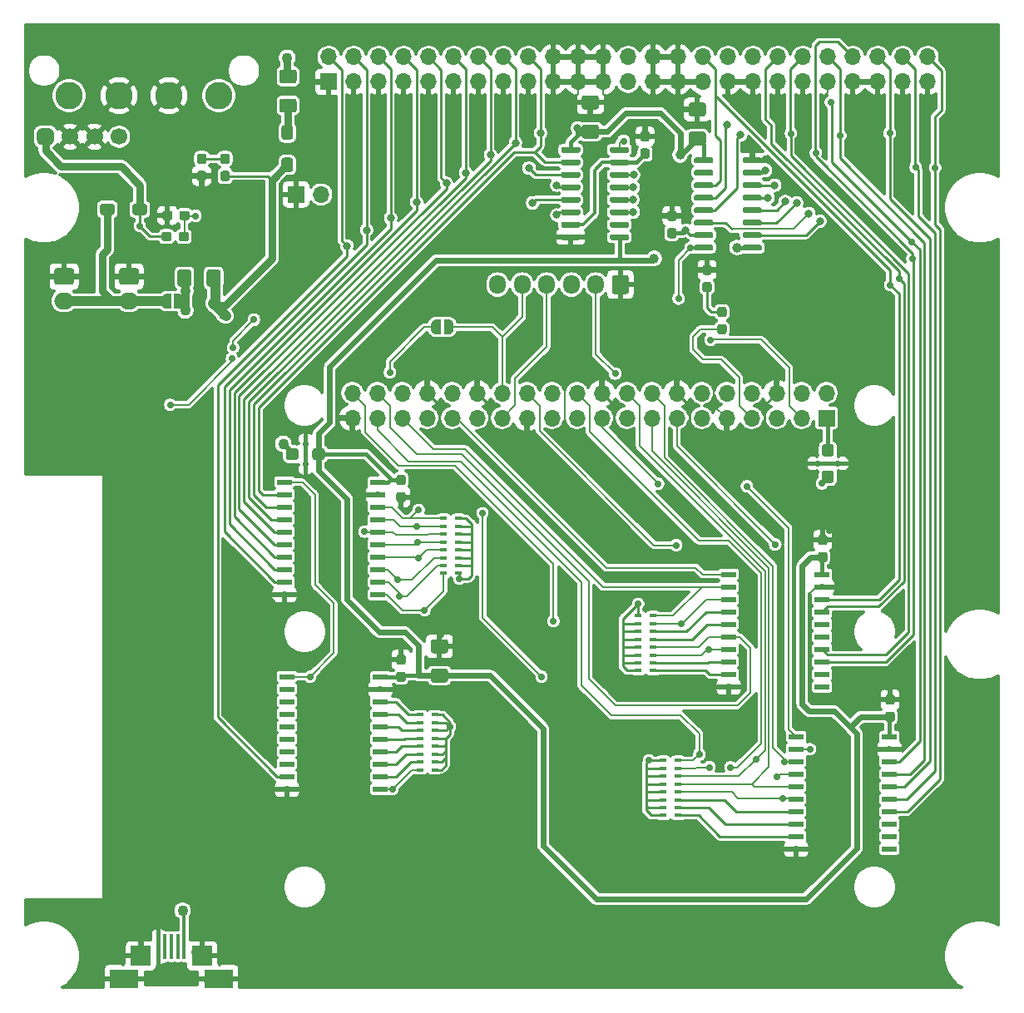
<source format=gtl>
%TF.GenerationSoftware,KiCad,Pcbnew,(5.1.9-0-10_14)*%
%TF.CreationDate,2021-06-06T00:15:20+09:00*%
%TF.ProjectId,scsiemu,73637369-656d-4752-9e6b-696361645f70,rev?*%
%TF.SameCoordinates,Original*%
%TF.FileFunction,Copper,L1,Top*%
%TF.FilePolarity,Positive*%
%FSLAX46Y46*%
G04 Gerber Fmt 4.6, Leading zero omitted, Abs format (unit mm)*
G04 Created by KiCad (PCBNEW (5.1.9-0-10_14)) date 2021-06-06 00:15:20*
%MOMM*%
%LPD*%
G01*
G04 APERTURE LIST*
%TA.AperFunction,SMDPad,CuDef*%
%ADD10C,0.100000*%
%TD*%
%TA.AperFunction,ComponentPad*%
%ADD11O,1.700000X1.700000*%
%TD*%
%TA.AperFunction,ComponentPad*%
%ADD12R,1.700000X1.700000*%
%TD*%
%TA.AperFunction,ComponentPad*%
%ADD13C,2.800000*%
%TD*%
%TA.AperFunction,ComponentPad*%
%ADD14C,1.700000*%
%TD*%
%TA.AperFunction,ComponentPad*%
%ADD15O,1.700000X1.950000*%
%TD*%
%TA.AperFunction,ComponentPad*%
%ADD16O,2.000000X1.700000*%
%TD*%
%TA.AperFunction,SMDPad,CuDef*%
%ADD17R,1.500000X0.600000*%
%TD*%
%TA.AperFunction,SMDPad,CuDef*%
%ADD18R,0.760000X0.430000*%
%TD*%
%TA.AperFunction,SMDPad,CuDef*%
%ADD19R,0.400000X2.550000*%
%TD*%
%TA.AperFunction,SMDPad,CuDef*%
%ADD20R,2.100000X2.000000*%
%TD*%
%TA.AperFunction,SMDPad,CuDef*%
%ADD21R,3.000000X1.900000*%
%TD*%
%TA.AperFunction,ViaPad*%
%ADD22C,1.000000*%
%TD*%
%TA.AperFunction,ViaPad*%
%ADD23C,0.800000*%
%TD*%
%TA.AperFunction,ViaPad*%
%ADD24C,0.700000*%
%TD*%
%TA.AperFunction,ViaPad*%
%ADD25C,1.100000*%
%TD*%
%TA.AperFunction,Conductor*%
%ADD26C,0.450000*%
%TD*%
%TA.AperFunction,Conductor*%
%ADD27C,0.600000*%
%TD*%
%TA.AperFunction,Conductor*%
%ADD28C,0.250000*%
%TD*%
%TA.AperFunction,Conductor*%
%ADD29C,0.200000*%
%TD*%
%TA.AperFunction,Conductor*%
%ADD30C,0.350000*%
%TD*%
%TA.AperFunction,Conductor*%
%ADD31C,0.800000*%
%TD*%
%TA.AperFunction,Conductor*%
%ADD32C,1.000000*%
%TD*%
%TA.AperFunction,Conductor*%
%ADD33C,0.300000*%
%TD*%
%TA.AperFunction,Conductor*%
%ADD34C,0.100000*%
%TD*%
G04 APERTURE END LIST*
%TA.AperFunction,SMDPad,CuDef*%
D10*
%TO.P,JP3,2*%
%TO.N,Net-(F2-Pad2)*%
G36*
X125745000Y-65785902D02*
G01*
X125769534Y-65785902D01*
X125818365Y-65790712D01*
X125866490Y-65800284D01*
X125913445Y-65814528D01*
X125958778Y-65833305D01*
X126002051Y-65856436D01*
X126042850Y-65883696D01*
X126080779Y-65914824D01*
X126115476Y-65949521D01*
X126146604Y-65987450D01*
X126173864Y-66028249D01*
X126196995Y-66071522D01*
X126215772Y-66116855D01*
X126230016Y-66163810D01*
X126239588Y-66211935D01*
X126244398Y-66260766D01*
X126244398Y-66285300D01*
X126245000Y-66285300D01*
X126245000Y-66785300D01*
X126244398Y-66785300D01*
X126244398Y-66809834D01*
X126239588Y-66858665D01*
X126230016Y-66906790D01*
X126215772Y-66953745D01*
X126196995Y-66999078D01*
X126173864Y-67042351D01*
X126146604Y-67083150D01*
X126115476Y-67121079D01*
X126080779Y-67155776D01*
X126042850Y-67186904D01*
X126002051Y-67214164D01*
X125958778Y-67237295D01*
X125913445Y-67256072D01*
X125866490Y-67270316D01*
X125818365Y-67279888D01*
X125769534Y-67284698D01*
X125745000Y-67284698D01*
X125745000Y-67285300D01*
X125245000Y-67285300D01*
X125245000Y-65785300D01*
X125745000Y-65785300D01*
X125745000Y-65785902D01*
G37*
%TD.AperFunction*%
%TA.AperFunction,SMDPad,CuDef*%
%TO.P,JP3,1*%
%TO.N,Net-(D2-Pad1)*%
G36*
X124945000Y-67285300D02*
G01*
X124445000Y-67285300D01*
X124445000Y-67284698D01*
X124420466Y-67284698D01*
X124371635Y-67279888D01*
X124323510Y-67270316D01*
X124276555Y-67256072D01*
X124231222Y-67237295D01*
X124187949Y-67214164D01*
X124147150Y-67186904D01*
X124109221Y-67155776D01*
X124074524Y-67121079D01*
X124043396Y-67083150D01*
X124016136Y-67042351D01*
X123993005Y-66999078D01*
X123974228Y-66953745D01*
X123959984Y-66906790D01*
X123950412Y-66858665D01*
X123945602Y-66809834D01*
X123945602Y-66785300D01*
X123945000Y-66785300D01*
X123945000Y-66285300D01*
X123945602Y-66285300D01*
X123945602Y-66260766D01*
X123950412Y-66211935D01*
X123959984Y-66163810D01*
X123974228Y-66116855D01*
X123993005Y-66071522D01*
X124016136Y-66028249D01*
X124043396Y-65987450D01*
X124074524Y-65949521D01*
X124109221Y-65914824D01*
X124147150Y-65883696D01*
X124187949Y-65856436D01*
X124231222Y-65833305D01*
X124276555Y-65814528D01*
X124323510Y-65800284D01*
X124371635Y-65790712D01*
X124420466Y-65785902D01*
X124445000Y-65785902D01*
X124445000Y-65785300D01*
X124945000Y-65785300D01*
X124945000Y-67285300D01*
G37*
%TD.AperFunction*%
%TD*%
%TA.AperFunction,SMDPad,CuDef*%
%TO.P,JP2,2*%
%TO.N,/EXT2*%
G36*
X153189700Y-68402102D02*
G01*
X153214234Y-68402102D01*
X153263065Y-68406912D01*
X153311190Y-68416484D01*
X153358145Y-68430728D01*
X153403478Y-68449505D01*
X153446751Y-68472636D01*
X153487550Y-68499896D01*
X153525479Y-68531024D01*
X153560176Y-68565721D01*
X153591304Y-68603650D01*
X153618564Y-68644449D01*
X153641695Y-68687722D01*
X153660472Y-68733055D01*
X153674716Y-68780010D01*
X153684288Y-68828135D01*
X153689098Y-68876966D01*
X153689098Y-68901500D01*
X153689700Y-68901500D01*
X153689700Y-69401500D01*
X153689098Y-69401500D01*
X153689098Y-69426034D01*
X153684288Y-69474865D01*
X153674716Y-69522990D01*
X153660472Y-69569945D01*
X153641695Y-69615278D01*
X153618564Y-69658551D01*
X153591304Y-69699350D01*
X153560176Y-69737279D01*
X153525479Y-69771976D01*
X153487550Y-69803104D01*
X153446751Y-69830364D01*
X153403478Y-69853495D01*
X153358145Y-69872272D01*
X153311190Y-69886516D01*
X153263065Y-69896088D01*
X153214234Y-69900898D01*
X153189700Y-69900898D01*
X153189700Y-69901500D01*
X152689700Y-69901500D01*
X152689700Y-68401500D01*
X153189700Y-68401500D01*
X153189700Y-68402102D01*
G37*
%TD.AperFunction*%
%TA.AperFunction,SMDPad,CuDef*%
%TO.P,JP2,1*%
%TO.N,Net-(JP2-Pad1)*%
G36*
X152389700Y-69901500D02*
G01*
X151889700Y-69901500D01*
X151889700Y-69900898D01*
X151865166Y-69900898D01*
X151816335Y-69896088D01*
X151768210Y-69886516D01*
X151721255Y-69872272D01*
X151675922Y-69853495D01*
X151632649Y-69830364D01*
X151591850Y-69803104D01*
X151553921Y-69771976D01*
X151519224Y-69737279D01*
X151488096Y-69699350D01*
X151460836Y-69658551D01*
X151437705Y-69615278D01*
X151418928Y-69569945D01*
X151404684Y-69522990D01*
X151395112Y-69474865D01*
X151390302Y-69426034D01*
X151390302Y-69401500D01*
X151389700Y-69401500D01*
X151389700Y-68901500D01*
X151390302Y-68901500D01*
X151390302Y-68876966D01*
X151395112Y-68828135D01*
X151404684Y-68780010D01*
X151418928Y-68733055D01*
X151437705Y-68687722D01*
X151460836Y-68644449D01*
X151488096Y-68603650D01*
X151519224Y-68565721D01*
X151553921Y-68531024D01*
X151591850Y-68499896D01*
X151632649Y-68472636D01*
X151675922Y-68449505D01*
X151721255Y-68430728D01*
X151768210Y-68416484D01*
X151816335Y-68406912D01*
X151865166Y-68402102D01*
X151889700Y-68402102D01*
X151889700Y-68401500D01*
X152389700Y-68401500D01*
X152389700Y-69901500D01*
G37*
%TD.AperFunction*%
%TD*%
D11*
%TO.P,JP1,2*%
%TO.N,/INT_TERM*%
X140195300Y-55664100D03*
D12*
%TO.P,JP1,1*%
%TO.N,GND*%
X137655300Y-55664100D03*
%TD*%
%TO.P,R4,2*%
%TO.N,GND*%
%TA.AperFunction,SMDPad,CuDef*%
G36*
G01*
X127803900Y-53258200D02*
X128278900Y-53258200D01*
G75*
G02*
X128516400Y-53495700I0J-237500D01*
G01*
X128516400Y-54070700D01*
G75*
G02*
X128278900Y-54308200I-237500J0D01*
G01*
X127803900Y-54308200D01*
G75*
G02*
X127566400Y-54070700I0J237500D01*
G01*
X127566400Y-53495700D01*
G75*
G02*
X127803900Y-53258200I237500J0D01*
G01*
G37*
%TD.AperFunction*%
%TO.P,R4,1*%
%TO.N,Net-(LED1-Pad1)*%
%TA.AperFunction,SMDPad,CuDef*%
G36*
G01*
X127803900Y-51508200D02*
X128278900Y-51508200D01*
G75*
G02*
X128516400Y-51745700I0J-237500D01*
G01*
X128516400Y-52320700D01*
G75*
G02*
X128278900Y-52558200I-237500J0D01*
G01*
X127803900Y-52558200D01*
G75*
G02*
X127566400Y-52320700I0J237500D01*
G01*
X127566400Y-51745700D01*
G75*
G02*
X127803900Y-51508200I237500J0D01*
G01*
G37*
%TD.AperFunction*%
%TD*%
%TO.P,LED1,2*%
%TO.N,/5V_DC*%
%TA.AperFunction,SMDPad,CuDef*%
G36*
G01*
X130191500Y-53258200D02*
X130666500Y-53258200D01*
G75*
G02*
X130904000Y-53495700I0J-237500D01*
G01*
X130904000Y-54070700D01*
G75*
G02*
X130666500Y-54308200I-237500J0D01*
G01*
X130191500Y-54308200D01*
G75*
G02*
X129954000Y-54070700I0J237500D01*
G01*
X129954000Y-53495700D01*
G75*
G02*
X130191500Y-53258200I237500J0D01*
G01*
G37*
%TD.AperFunction*%
%TO.P,LED1,1*%
%TO.N,Net-(LED1-Pad1)*%
%TA.AperFunction,SMDPad,CuDef*%
G36*
G01*
X130191500Y-51508200D02*
X130666500Y-51508200D01*
G75*
G02*
X130904000Y-51745700I0J-237500D01*
G01*
X130904000Y-52320700D01*
G75*
G02*
X130666500Y-52558200I-237500J0D01*
G01*
X130191500Y-52558200D01*
G75*
G02*
X129954000Y-52320700I0J237500D01*
G01*
X129954000Y-51745700D01*
G75*
G02*
X130191500Y-51508200I237500J0D01*
G01*
G37*
%TD.AperFunction*%
%TD*%
D13*
%TO.P,J8,4*%
%TO.N,/AT_5V_DC*%
X114554000Y-45593000D03*
%TO.P,J8,3*%
%TO.N,GND*%
X119634000Y-45593000D03*
%TO.P,J8,2*%
X124714000Y-45593000D03*
%TO.P,J8,1*%
%TO.N,Net-(J8-Pad1)*%
X129794000Y-45593000D03*
%TD*%
%TO.P,U6,16*%
%TO.N,/INT_TERM*%
%TA.AperFunction,SMDPad,CuDef*%
G36*
G01*
X169584500Y-51267500D02*
X169584500Y-50967500D01*
G75*
G02*
X169734500Y-50817500I150000J0D01*
G01*
X171384500Y-50817500D01*
G75*
G02*
X171534500Y-50967500I0J-150000D01*
G01*
X171534500Y-51267500D01*
G75*
G02*
X171384500Y-51417500I-150000J0D01*
G01*
X169734500Y-51417500D01*
G75*
G02*
X169584500Y-51267500I0J150000D01*
G01*
G37*
%TD.AperFunction*%
%TO.P,U6,15*%
%TO.N,Net-(C9-Pad1)*%
%TA.AperFunction,SMDPad,CuDef*%
G36*
G01*
X169584500Y-52537500D02*
X169584500Y-52237500D01*
G75*
G02*
X169734500Y-52087500I150000J0D01*
G01*
X171384500Y-52087500D01*
G75*
G02*
X171534500Y-52237500I0J-150000D01*
G01*
X171534500Y-52537500D01*
G75*
G02*
X171384500Y-52687500I-150000J0D01*
G01*
X169734500Y-52687500D01*
G75*
G02*
X169584500Y-52537500I0J150000D01*
G01*
G37*
%TD.AperFunction*%
%TO.P,U6,14*%
%TO.N,/S_D7*%
%TA.AperFunction,SMDPad,CuDef*%
G36*
G01*
X169584500Y-53807500D02*
X169584500Y-53507500D01*
G75*
G02*
X169734500Y-53357500I150000J0D01*
G01*
X171384500Y-53357500D01*
G75*
G02*
X171534500Y-53507500I0J-150000D01*
G01*
X171534500Y-53807500D01*
G75*
G02*
X171384500Y-53957500I-150000J0D01*
G01*
X169734500Y-53957500D01*
G75*
G02*
X169584500Y-53807500I0J150000D01*
G01*
G37*
%TD.AperFunction*%
%TO.P,U6,13*%
%TO.N,/S_D4*%
%TA.AperFunction,SMDPad,CuDef*%
G36*
G01*
X169584500Y-55077500D02*
X169584500Y-54777500D01*
G75*
G02*
X169734500Y-54627500I150000J0D01*
G01*
X171384500Y-54627500D01*
G75*
G02*
X171534500Y-54777500I0J-150000D01*
G01*
X171534500Y-55077500D01*
G75*
G02*
X171384500Y-55227500I-150000J0D01*
G01*
X169734500Y-55227500D01*
G75*
G02*
X169584500Y-55077500I0J150000D01*
G01*
G37*
%TD.AperFunction*%
%TO.P,U6,12*%
%TO.N,/S_D2*%
%TA.AperFunction,SMDPad,CuDef*%
G36*
G01*
X169584500Y-56347500D02*
X169584500Y-56047500D01*
G75*
G02*
X169734500Y-55897500I150000J0D01*
G01*
X171384500Y-55897500D01*
G75*
G02*
X171534500Y-56047500I0J-150000D01*
G01*
X171534500Y-56347500D01*
G75*
G02*
X171384500Y-56497500I-150000J0D01*
G01*
X169734500Y-56497500D01*
G75*
G02*
X169584500Y-56347500I0J150000D01*
G01*
G37*
%TD.AperFunction*%
%TO.P,U6,11*%
%TO.N,/S_D0*%
%TA.AperFunction,SMDPad,CuDef*%
G36*
G01*
X169584500Y-57617500D02*
X169584500Y-57317500D01*
G75*
G02*
X169734500Y-57167500I150000J0D01*
G01*
X171384500Y-57167500D01*
G75*
G02*
X171534500Y-57317500I0J-150000D01*
G01*
X171534500Y-57617500D01*
G75*
G02*
X171384500Y-57767500I-150000J0D01*
G01*
X169734500Y-57767500D01*
G75*
G02*
X169584500Y-57617500I0J150000D01*
G01*
G37*
%TD.AperFunction*%
%TO.P,U6,10*%
%TO.N,Net-(U6-Pad10)*%
%TA.AperFunction,SMDPad,CuDef*%
G36*
G01*
X169584500Y-58887500D02*
X169584500Y-58587500D01*
G75*
G02*
X169734500Y-58437500I150000J0D01*
G01*
X171384500Y-58437500D01*
G75*
G02*
X171534500Y-58587500I0J-150000D01*
G01*
X171534500Y-58887500D01*
G75*
G02*
X171384500Y-59037500I-150000J0D01*
G01*
X169734500Y-59037500D01*
G75*
G02*
X169584500Y-58887500I0J150000D01*
G01*
G37*
%TD.AperFunction*%
%TO.P,U6,9*%
%TO.N,VCC*%
%TA.AperFunction,SMDPad,CuDef*%
G36*
G01*
X169584500Y-60157500D02*
X169584500Y-59857500D01*
G75*
G02*
X169734500Y-59707500I150000J0D01*
G01*
X171384500Y-59707500D01*
G75*
G02*
X171534500Y-59857500I0J-150000D01*
G01*
X171534500Y-60157500D01*
G75*
G02*
X171384500Y-60307500I-150000J0D01*
G01*
X169734500Y-60307500D01*
G75*
G02*
X169584500Y-60157500I0J150000D01*
G01*
G37*
%TD.AperFunction*%
%TO.P,U6,8*%
%TO.N,GND*%
%TA.AperFunction,SMDPad,CuDef*%
G36*
G01*
X164634500Y-60157500D02*
X164634500Y-59857500D01*
G75*
G02*
X164784500Y-59707500I150000J0D01*
G01*
X166434500Y-59707500D01*
G75*
G02*
X166584500Y-59857500I0J-150000D01*
G01*
X166584500Y-60157500D01*
G75*
G02*
X166434500Y-60307500I-150000J0D01*
G01*
X164784500Y-60307500D01*
G75*
G02*
X164634500Y-60157500I0J150000D01*
G01*
G37*
%TD.AperFunction*%
%TO.P,U6,7*%
%TO.N,Net-(C9-Pad1)*%
%TA.AperFunction,SMDPad,CuDef*%
G36*
G01*
X164634500Y-58887500D02*
X164634500Y-58587500D01*
G75*
G02*
X164784500Y-58437500I150000J0D01*
G01*
X166434500Y-58437500D01*
G75*
G02*
X166584500Y-58587500I0J-150000D01*
G01*
X166584500Y-58887500D01*
G75*
G02*
X166434500Y-59037500I-150000J0D01*
G01*
X164784500Y-59037500D01*
G75*
G02*
X164634500Y-58887500I0J150000D01*
G01*
G37*
%TD.AperFunction*%
%TO.P,U6,6*%
%TO.N,/S_D1*%
%TA.AperFunction,SMDPad,CuDef*%
G36*
G01*
X164634500Y-57617500D02*
X164634500Y-57317500D01*
G75*
G02*
X164784500Y-57167500I150000J0D01*
G01*
X166434500Y-57167500D01*
G75*
G02*
X166584500Y-57317500I0J-150000D01*
G01*
X166584500Y-57617500D01*
G75*
G02*
X166434500Y-57767500I-150000J0D01*
G01*
X164784500Y-57767500D01*
G75*
G02*
X164634500Y-57617500I0J150000D01*
G01*
G37*
%TD.AperFunction*%
%TO.P,U6,5*%
%TO.N,/S_D3*%
%TA.AperFunction,SMDPad,CuDef*%
G36*
G01*
X164634500Y-56347500D02*
X164634500Y-56047500D01*
G75*
G02*
X164784500Y-55897500I150000J0D01*
G01*
X166434500Y-55897500D01*
G75*
G02*
X166584500Y-56047500I0J-150000D01*
G01*
X166584500Y-56347500D01*
G75*
G02*
X166434500Y-56497500I-150000J0D01*
G01*
X164784500Y-56497500D01*
G75*
G02*
X164634500Y-56347500I0J150000D01*
G01*
G37*
%TD.AperFunction*%
%TO.P,U6,4*%
%TO.N,/S_D5*%
%TA.AperFunction,SMDPad,CuDef*%
G36*
G01*
X164634500Y-55077500D02*
X164634500Y-54777500D01*
G75*
G02*
X164784500Y-54627500I150000J0D01*
G01*
X166434500Y-54627500D01*
G75*
G02*
X166584500Y-54777500I0J-150000D01*
G01*
X166584500Y-55077500D01*
G75*
G02*
X166434500Y-55227500I-150000J0D01*
G01*
X164784500Y-55227500D01*
G75*
G02*
X164634500Y-55077500I0J150000D01*
G01*
G37*
%TD.AperFunction*%
%TO.P,U6,3*%
%TO.N,/S_D6*%
%TA.AperFunction,SMDPad,CuDef*%
G36*
G01*
X164634500Y-53807500D02*
X164634500Y-53507500D01*
G75*
G02*
X164784500Y-53357500I150000J0D01*
G01*
X166434500Y-53357500D01*
G75*
G02*
X166584500Y-53507500I0J-150000D01*
G01*
X166584500Y-53807500D01*
G75*
G02*
X166434500Y-53957500I-150000J0D01*
G01*
X164784500Y-53957500D01*
G75*
G02*
X164634500Y-53807500I0J150000D01*
G01*
G37*
%TD.AperFunction*%
%TO.P,U6,2*%
%TO.N,/S_DP*%
%TA.AperFunction,SMDPad,CuDef*%
G36*
G01*
X164634500Y-52537500D02*
X164634500Y-52237500D01*
G75*
G02*
X164784500Y-52087500I150000J0D01*
G01*
X166434500Y-52087500D01*
G75*
G02*
X166584500Y-52237500I0J-150000D01*
G01*
X166584500Y-52537500D01*
G75*
G02*
X166434500Y-52687500I-150000J0D01*
G01*
X164784500Y-52687500D01*
G75*
G02*
X164634500Y-52537500I0J150000D01*
G01*
G37*
%TD.AperFunction*%
%TO.P,U6,1*%
%TO.N,VCC*%
%TA.AperFunction,SMDPad,CuDef*%
G36*
G01*
X164634500Y-51267500D02*
X164634500Y-50967500D01*
G75*
G02*
X164784500Y-50817500I150000J0D01*
G01*
X166434500Y-50817500D01*
G75*
G02*
X166584500Y-50967500I0J-150000D01*
G01*
X166584500Y-51267500D01*
G75*
G02*
X166434500Y-51417500I-150000J0D01*
G01*
X164784500Y-51417500D01*
G75*
G02*
X164634500Y-51267500I0J150000D01*
G01*
G37*
%TD.AperFunction*%
%TD*%
%TO.P,U5,16*%
%TO.N,/INT_TERM*%
%TA.AperFunction,SMDPad,CuDef*%
G36*
G01*
X180110000Y-60937000D02*
X180110000Y-61237000D01*
G75*
G02*
X179960000Y-61387000I-150000J0D01*
G01*
X178310000Y-61387000D01*
G75*
G02*
X178160000Y-61237000I0J150000D01*
G01*
X178160000Y-60937000D01*
G75*
G02*
X178310000Y-60787000I150000J0D01*
G01*
X179960000Y-60787000D01*
G75*
G02*
X180110000Y-60937000I0J-150000D01*
G01*
G37*
%TD.AperFunction*%
%TO.P,U5,15*%
%TO.N,Net-(C7-Pad1)*%
%TA.AperFunction,SMDPad,CuDef*%
G36*
G01*
X180110000Y-59667000D02*
X180110000Y-59967000D01*
G75*
G02*
X179960000Y-60117000I-150000J0D01*
G01*
X178310000Y-60117000D01*
G75*
G02*
X178160000Y-59967000I0J150000D01*
G01*
X178160000Y-59667000D01*
G75*
G02*
X178310000Y-59517000I150000J0D01*
G01*
X179960000Y-59517000D01*
G75*
G02*
X180110000Y-59667000I0J-150000D01*
G01*
G37*
%TD.AperFunction*%
%TO.P,U5,14*%
%TO.N,/S_REQ*%
%TA.AperFunction,SMDPad,CuDef*%
G36*
G01*
X180110000Y-58397000D02*
X180110000Y-58697000D01*
G75*
G02*
X179960000Y-58847000I-150000J0D01*
G01*
X178310000Y-58847000D01*
G75*
G02*
X178160000Y-58697000I0J150000D01*
G01*
X178160000Y-58397000D01*
G75*
G02*
X178310000Y-58247000I150000J0D01*
G01*
X179960000Y-58247000D01*
G75*
G02*
X180110000Y-58397000I0J-150000D01*
G01*
G37*
%TD.AperFunction*%
%TO.P,U5,13*%
%TO.N,/S_ACK*%
%TA.AperFunction,SMDPad,CuDef*%
G36*
G01*
X180110000Y-57127000D02*
X180110000Y-57427000D01*
G75*
G02*
X179960000Y-57577000I-150000J0D01*
G01*
X178310000Y-57577000D01*
G75*
G02*
X178160000Y-57427000I0J150000D01*
G01*
X178160000Y-57127000D01*
G75*
G02*
X178310000Y-56977000I150000J0D01*
G01*
X179960000Y-56977000D01*
G75*
G02*
X180110000Y-57127000I0J-150000D01*
G01*
G37*
%TD.AperFunction*%
%TO.P,U5,12*%
%TO.N,/S_BSY*%
%TA.AperFunction,SMDPad,CuDef*%
G36*
G01*
X180110000Y-55857000D02*
X180110000Y-56157000D01*
G75*
G02*
X179960000Y-56307000I-150000J0D01*
G01*
X178310000Y-56307000D01*
G75*
G02*
X178160000Y-56157000I0J150000D01*
G01*
X178160000Y-55857000D01*
G75*
G02*
X178310000Y-55707000I150000J0D01*
G01*
X179960000Y-55707000D01*
G75*
G02*
X180110000Y-55857000I0J-150000D01*
G01*
G37*
%TD.AperFunction*%
%TO.P,U5,11*%
%TO.N,/S_ATN*%
%TA.AperFunction,SMDPad,CuDef*%
G36*
G01*
X180110000Y-54587000D02*
X180110000Y-54887000D01*
G75*
G02*
X179960000Y-55037000I-150000J0D01*
G01*
X178310000Y-55037000D01*
G75*
G02*
X178160000Y-54887000I0J150000D01*
G01*
X178160000Y-54587000D01*
G75*
G02*
X178310000Y-54437000I150000J0D01*
G01*
X179960000Y-54437000D01*
G75*
G02*
X180110000Y-54587000I0J-150000D01*
G01*
G37*
%TD.AperFunction*%
%TO.P,U5,10*%
%TO.N,Net-(U5-Pad10)*%
%TA.AperFunction,SMDPad,CuDef*%
G36*
G01*
X180110000Y-53317000D02*
X180110000Y-53617000D01*
G75*
G02*
X179960000Y-53767000I-150000J0D01*
G01*
X178310000Y-53767000D01*
G75*
G02*
X178160000Y-53617000I0J150000D01*
G01*
X178160000Y-53317000D01*
G75*
G02*
X178310000Y-53167000I150000J0D01*
G01*
X179960000Y-53167000D01*
G75*
G02*
X180110000Y-53317000I0J-150000D01*
G01*
G37*
%TD.AperFunction*%
%TO.P,U5,9*%
%TO.N,VCC*%
%TA.AperFunction,SMDPad,CuDef*%
G36*
G01*
X180110000Y-52047000D02*
X180110000Y-52347000D01*
G75*
G02*
X179960000Y-52497000I-150000J0D01*
G01*
X178310000Y-52497000D01*
G75*
G02*
X178160000Y-52347000I0J150000D01*
G01*
X178160000Y-52047000D01*
G75*
G02*
X178310000Y-51897000I150000J0D01*
G01*
X179960000Y-51897000D01*
G75*
G02*
X180110000Y-52047000I0J-150000D01*
G01*
G37*
%TD.AperFunction*%
%TO.P,U5,8*%
%TO.N,GND*%
%TA.AperFunction,SMDPad,CuDef*%
G36*
G01*
X185060000Y-52047000D02*
X185060000Y-52347000D01*
G75*
G02*
X184910000Y-52497000I-150000J0D01*
G01*
X183260000Y-52497000D01*
G75*
G02*
X183110000Y-52347000I0J150000D01*
G01*
X183110000Y-52047000D01*
G75*
G02*
X183260000Y-51897000I150000J0D01*
G01*
X184910000Y-51897000D01*
G75*
G02*
X185060000Y-52047000I0J-150000D01*
G01*
G37*
%TD.AperFunction*%
%TO.P,U5,7*%
%TO.N,Net-(C7-Pad1)*%
%TA.AperFunction,SMDPad,CuDef*%
G36*
G01*
X185060000Y-53317000D02*
X185060000Y-53617000D01*
G75*
G02*
X184910000Y-53767000I-150000J0D01*
G01*
X183260000Y-53767000D01*
G75*
G02*
X183110000Y-53617000I0J150000D01*
G01*
X183110000Y-53317000D01*
G75*
G02*
X183260000Y-53167000I150000J0D01*
G01*
X184910000Y-53167000D01*
G75*
G02*
X185060000Y-53317000I0J-150000D01*
G01*
G37*
%TD.AperFunction*%
%TO.P,U5,6*%
%TO.N,/S_RST*%
%TA.AperFunction,SMDPad,CuDef*%
G36*
G01*
X185060000Y-54587000D02*
X185060000Y-54887000D01*
G75*
G02*
X184910000Y-55037000I-150000J0D01*
G01*
X183260000Y-55037000D01*
G75*
G02*
X183110000Y-54887000I0J150000D01*
G01*
X183110000Y-54587000D01*
G75*
G02*
X183260000Y-54437000I150000J0D01*
G01*
X184910000Y-54437000D01*
G75*
G02*
X185060000Y-54587000I0J-150000D01*
G01*
G37*
%TD.AperFunction*%
%TO.P,U5,5*%
%TO.N,/S_SEL*%
%TA.AperFunction,SMDPad,CuDef*%
G36*
G01*
X185060000Y-55857000D02*
X185060000Y-56157000D01*
G75*
G02*
X184910000Y-56307000I-150000J0D01*
G01*
X183260000Y-56307000D01*
G75*
G02*
X183110000Y-56157000I0J150000D01*
G01*
X183110000Y-55857000D01*
G75*
G02*
X183260000Y-55707000I150000J0D01*
G01*
X184910000Y-55707000D01*
G75*
G02*
X185060000Y-55857000I0J-150000D01*
G01*
G37*
%TD.AperFunction*%
%TO.P,U5,4*%
%TO.N,/S_MSG*%
%TA.AperFunction,SMDPad,CuDef*%
G36*
G01*
X185060000Y-57127000D02*
X185060000Y-57427000D01*
G75*
G02*
X184910000Y-57577000I-150000J0D01*
G01*
X183260000Y-57577000D01*
G75*
G02*
X183110000Y-57427000I0J150000D01*
G01*
X183110000Y-57127000D01*
G75*
G02*
X183260000Y-56977000I150000J0D01*
G01*
X184910000Y-56977000D01*
G75*
G02*
X185060000Y-57127000I0J-150000D01*
G01*
G37*
%TD.AperFunction*%
%TO.P,U5,3*%
%TO.N,/S_CD*%
%TA.AperFunction,SMDPad,CuDef*%
G36*
G01*
X185060000Y-58397000D02*
X185060000Y-58697000D01*
G75*
G02*
X184910000Y-58847000I-150000J0D01*
G01*
X183260000Y-58847000D01*
G75*
G02*
X183110000Y-58697000I0J150000D01*
G01*
X183110000Y-58397000D01*
G75*
G02*
X183260000Y-58247000I150000J0D01*
G01*
X184910000Y-58247000D01*
G75*
G02*
X185060000Y-58397000I0J-150000D01*
G01*
G37*
%TD.AperFunction*%
%TO.P,U5,2*%
%TO.N,/S_IO*%
%TA.AperFunction,SMDPad,CuDef*%
G36*
G01*
X185060000Y-59667000D02*
X185060000Y-59967000D01*
G75*
G02*
X184910000Y-60117000I-150000J0D01*
G01*
X183260000Y-60117000D01*
G75*
G02*
X183110000Y-59967000I0J150000D01*
G01*
X183110000Y-59667000D01*
G75*
G02*
X183260000Y-59517000I150000J0D01*
G01*
X184910000Y-59517000D01*
G75*
G02*
X185060000Y-59667000I0J-150000D01*
G01*
G37*
%TD.AperFunction*%
%TO.P,U5,1*%
%TO.N,VCC*%
%TA.AperFunction,SMDPad,CuDef*%
G36*
G01*
X185060000Y-60937000D02*
X185060000Y-61237000D01*
G75*
G02*
X184910000Y-61387000I-150000J0D01*
G01*
X183260000Y-61387000D01*
G75*
G02*
X183110000Y-61237000I0J150000D01*
G01*
X183110000Y-60937000D01*
G75*
G02*
X183260000Y-60787000I150000J0D01*
G01*
X184910000Y-60787000D01*
G75*
G02*
X185060000Y-60937000I0J-150000D01*
G01*
G37*
%TD.AperFunction*%
%TD*%
%TO.P,C9,2*%
%TO.N,GND*%
%TA.AperFunction,SMDPad,CuDef*%
G36*
G01*
X173402000Y-50272200D02*
X172927000Y-50272200D01*
G75*
G02*
X172689500Y-50034700I0J237500D01*
G01*
X172689500Y-49459700D01*
G75*
G02*
X172927000Y-49222200I237500J0D01*
G01*
X173402000Y-49222200D01*
G75*
G02*
X173639500Y-49459700I0J-237500D01*
G01*
X173639500Y-50034700D01*
G75*
G02*
X173402000Y-50272200I-237500J0D01*
G01*
G37*
%TD.AperFunction*%
%TO.P,C9,1*%
%TO.N,Net-(C9-Pad1)*%
%TA.AperFunction,SMDPad,CuDef*%
G36*
G01*
X173402000Y-52022200D02*
X172927000Y-52022200D01*
G75*
G02*
X172689500Y-51784700I0J237500D01*
G01*
X172689500Y-51209700D01*
G75*
G02*
X172927000Y-50972200I237500J0D01*
G01*
X173402000Y-50972200D01*
G75*
G02*
X173639500Y-51209700I0J-237500D01*
G01*
X173639500Y-51784700D01*
G75*
G02*
X173402000Y-52022200I-237500J0D01*
G01*
G37*
%TD.AperFunction*%
%TD*%
%TO.P,C8,2*%
%TO.N,GND*%
%TA.AperFunction,SMDPad,CuDef*%
G36*
G01*
X168226900Y-47002400D02*
X166976900Y-47002400D01*
G75*
G02*
X166726900Y-46752400I0J250000D01*
G01*
X166726900Y-45827400D01*
G75*
G02*
X166976900Y-45577400I250000J0D01*
G01*
X168226900Y-45577400D01*
G75*
G02*
X168476900Y-45827400I0J-250000D01*
G01*
X168476900Y-46752400D01*
G75*
G02*
X168226900Y-47002400I-250000J0D01*
G01*
G37*
%TD.AperFunction*%
%TO.P,C8,1*%
%TO.N,VCC*%
%TA.AperFunction,SMDPad,CuDef*%
G36*
G01*
X168226900Y-49977400D02*
X166976900Y-49977400D01*
G75*
G02*
X166726900Y-49727400I0J250000D01*
G01*
X166726900Y-48802400D01*
G75*
G02*
X166976900Y-48552400I250000J0D01*
G01*
X168226900Y-48552400D01*
G75*
G02*
X168476900Y-48802400I0J-250000D01*
G01*
X168476900Y-49727400D01*
G75*
G02*
X168226900Y-49977400I-250000J0D01*
G01*
G37*
%TD.AperFunction*%
%TD*%
%TO.P,C7,2*%
%TO.N,GND*%
%TA.AperFunction,SMDPad,CuDef*%
G36*
G01*
X176145200Y-58374800D02*
X175670200Y-58374800D01*
G75*
G02*
X175432700Y-58137300I0J237500D01*
G01*
X175432700Y-57562300D01*
G75*
G02*
X175670200Y-57324800I237500J0D01*
G01*
X176145200Y-57324800D01*
G75*
G02*
X176382700Y-57562300I0J-237500D01*
G01*
X176382700Y-58137300D01*
G75*
G02*
X176145200Y-58374800I-237500J0D01*
G01*
G37*
%TD.AperFunction*%
%TO.P,C7,1*%
%TO.N,Net-(C7-Pad1)*%
%TA.AperFunction,SMDPad,CuDef*%
G36*
G01*
X176145200Y-60124800D02*
X175670200Y-60124800D01*
G75*
G02*
X175432700Y-59887300I0J237500D01*
G01*
X175432700Y-59312300D01*
G75*
G02*
X175670200Y-59074800I237500J0D01*
G01*
X176145200Y-59074800D01*
G75*
G02*
X176382700Y-59312300I0J-237500D01*
G01*
X176382700Y-59887300D01*
G75*
G02*
X176145200Y-60124800I-237500J0D01*
G01*
G37*
%TD.AperFunction*%
%TD*%
%TO.P,C6,2*%
%TO.N,GND*%
%TA.AperFunction,SMDPad,CuDef*%
G36*
G01*
X179110800Y-47713600D02*
X177860800Y-47713600D01*
G75*
G02*
X177610800Y-47463600I0J250000D01*
G01*
X177610800Y-46538600D01*
G75*
G02*
X177860800Y-46288600I250000J0D01*
G01*
X179110800Y-46288600D01*
G75*
G02*
X179360800Y-46538600I0J-250000D01*
G01*
X179360800Y-47463600D01*
G75*
G02*
X179110800Y-47713600I-250000J0D01*
G01*
G37*
%TD.AperFunction*%
%TO.P,C6,1*%
%TO.N,VCC*%
%TA.AperFunction,SMDPad,CuDef*%
G36*
G01*
X179110800Y-50688600D02*
X177860800Y-50688600D01*
G75*
G02*
X177610800Y-50438600I0J250000D01*
G01*
X177610800Y-49513600D01*
G75*
G02*
X177860800Y-49263600I250000J0D01*
G01*
X179110800Y-49263600D01*
G75*
G02*
X179360800Y-49513600I0J-250000D01*
G01*
X179360800Y-50438600D01*
G75*
G02*
X179110800Y-50688600I-250000J0D01*
G01*
G37*
%TD.AperFunction*%
%TD*%
D11*
%TO.P,J2,50*%
%TO.N,/S_IO*%
X201930000Y-41656000D03*
%TO.P,J2,49*%
%TO.N,GND*%
X201930000Y-44196000D03*
%TO.P,J2,48*%
%TO.N,/S_REQ*%
X199390000Y-41656000D03*
%TO.P,J2,47*%
%TO.N,GND*%
X199390000Y-44196000D03*
%TO.P,J2,46*%
%TO.N,/S_CD*%
X196850000Y-41656000D03*
%TO.P,J2,45*%
%TO.N,GND*%
X196850000Y-44196000D03*
%TO.P,J2,44*%
%TO.N,/S_SEL*%
X194310000Y-41656000D03*
%TO.P,J2,43*%
%TO.N,GND*%
X194310000Y-44196000D03*
%TO.P,J2,42*%
%TO.N,/S_MSG*%
X191770000Y-41656000D03*
%TO.P,J2,41*%
%TO.N,GND*%
X191770000Y-44196000D03*
%TO.P,J2,40*%
%TO.N,/S_RST*%
X189230000Y-41656000D03*
%TO.P,J2,39*%
%TO.N,GND*%
X189230000Y-44196000D03*
%TO.P,J2,38*%
%TO.N,/S_ACK*%
X186690000Y-41656000D03*
%TO.P,J2,37*%
%TO.N,GND*%
X186690000Y-44196000D03*
%TO.P,J2,36*%
%TO.N,/S_BSY*%
X184150000Y-41656000D03*
%TO.P,J2,35*%
%TO.N,GND*%
X184150000Y-44196000D03*
%TO.P,J2,34*%
%TO.N,Net-(J2-Pad34)*%
X181610000Y-41656000D03*
%TO.P,J2,33*%
%TO.N,GND*%
X181610000Y-44196000D03*
%TO.P,J2,32*%
%TO.N,/S_ATN*%
X179070000Y-41656000D03*
%TO.P,J2,31*%
%TO.N,GND*%
X179070000Y-44196000D03*
%TO.P,J2,30*%
X176530000Y-41656000D03*
%TO.P,J2,29*%
X176530000Y-44196000D03*
%TO.P,J2,28*%
X173990000Y-41656000D03*
%TO.P,J2,27*%
X173990000Y-44196000D03*
%TO.P,J2,26*%
%TO.N,Net-(F1-Pad1)*%
X171450000Y-41656000D03*
%TO.P,J2,25*%
%TO.N,Net-(J2-Pad25)*%
X171450000Y-44196000D03*
%TO.P,J2,24*%
%TO.N,GND*%
X168910000Y-41656000D03*
%TO.P,J2,23*%
X168910000Y-44196000D03*
%TO.P,J2,22*%
X166370000Y-41656000D03*
%TO.P,J2,21*%
X166370000Y-44196000D03*
%TO.P,J2,20*%
X163830000Y-41656000D03*
%TO.P,J2,19*%
X163830000Y-44196000D03*
%TO.P,J2,18*%
%TO.N,/S_DP*%
X161290000Y-41656000D03*
%TO.P,J2,17*%
%TO.N,GND*%
X161290000Y-44196000D03*
%TO.P,J2,16*%
%TO.N,/S_D7*%
X158750000Y-41656000D03*
%TO.P,J2,15*%
%TO.N,GND*%
X158750000Y-44196000D03*
%TO.P,J2,14*%
%TO.N,/S_D6*%
X156210000Y-41656000D03*
%TO.P,J2,13*%
%TO.N,GND*%
X156210000Y-44196000D03*
%TO.P,J2,12*%
%TO.N,/S_D5*%
X153670000Y-41656000D03*
%TO.P,J2,11*%
%TO.N,GND*%
X153670000Y-44196000D03*
%TO.P,J2,10*%
%TO.N,/S_D4*%
X151130000Y-41656000D03*
%TO.P,J2,9*%
%TO.N,GND*%
X151130000Y-44196000D03*
%TO.P,J2,8*%
%TO.N,/S_D3*%
X148590000Y-41656000D03*
%TO.P,J2,7*%
%TO.N,GND*%
X148590000Y-44196000D03*
%TO.P,J2,6*%
%TO.N,/S_D2*%
X146050000Y-41656000D03*
%TO.P,J2,5*%
%TO.N,GND*%
X146050000Y-44196000D03*
%TO.P,J2,4*%
%TO.N,/S_D1*%
X143510000Y-41656000D03*
%TO.P,J2,3*%
%TO.N,GND*%
X143510000Y-44196000D03*
%TO.P,J2,2*%
%TO.N,/S_D0*%
X140970000Y-41656000D03*
D12*
%TO.P,J2,1*%
%TO.N,GND*%
X140970000Y-44196000D03*
%TD*%
D14*
%TO.P,J6,4*%
%TO.N,Net-(J6-Pad4)*%
X119634000Y-49784000D03*
%TO.P,J6,3*%
%TO.N,GND*%
X117134000Y-49784000D03*
%TO.P,J6,2*%
X114634000Y-49784000D03*
%TO.P,J6,1*%
%TO.N,/AT_5V_DC*%
%TA.AperFunction,ComponentPad*%
G36*
G01*
X112559000Y-50634000D02*
X111709000Y-50634000D01*
G75*
G02*
X111284000Y-50209000I0J425000D01*
G01*
X111284000Y-49359000D01*
G75*
G02*
X111709000Y-48934000I425000J0D01*
G01*
X112559000Y-48934000D01*
G75*
G02*
X112984000Y-49359000I0J-425000D01*
G01*
X112984000Y-50209000D01*
G75*
G02*
X112559000Y-50634000I-425000J0D01*
G01*
G37*
%TD.AperFunction*%
%TD*%
%TO.P,D2,2*%
%TO.N,/AT_5V_DC*%
%TA.AperFunction,SMDPad,CuDef*%
G36*
G01*
X120991200Y-57475400D02*
X120991200Y-56875400D01*
G75*
G02*
X121291200Y-56575400I300000J0D01*
G01*
X122191200Y-56575400D01*
G75*
G02*
X122491200Y-56875400I0J-300000D01*
G01*
X122491200Y-57475400D01*
G75*
G02*
X122191200Y-57775400I-300000J0D01*
G01*
X121291200Y-57775400D01*
G75*
G02*
X120991200Y-57475400I0J300000D01*
G01*
G37*
%TD.AperFunction*%
%TO.P,D2,1*%
%TO.N,Net-(D2-Pad1)*%
%TA.AperFunction,SMDPad,CuDef*%
G36*
G01*
X117691200Y-57475400D02*
X117691200Y-56875400D01*
G75*
G02*
X117991200Y-56575400I300000J0D01*
G01*
X118891200Y-56575400D01*
G75*
G02*
X119191200Y-56875400I0J-300000D01*
G01*
X119191200Y-57475400D01*
G75*
G02*
X118891200Y-57775400I-300000J0D01*
G01*
X117991200Y-57775400D01*
G75*
G02*
X117691200Y-57475400I0J300000D01*
G01*
G37*
%TD.AperFunction*%
%TD*%
%TO.P,D1,2*%
%TO.N,/5V_DC*%
%TA.AperFunction,SMDPad,CuDef*%
G36*
G01*
X136453600Y-51903200D02*
X137053600Y-51903200D01*
G75*
G02*
X137353600Y-52203200I0J-300000D01*
G01*
X137353600Y-53103200D01*
G75*
G02*
X137053600Y-53403200I-300000J0D01*
G01*
X136453600Y-53403200D01*
G75*
G02*
X136153600Y-53103200I0J300000D01*
G01*
X136153600Y-52203200D01*
G75*
G02*
X136453600Y-51903200I300000J0D01*
G01*
G37*
%TD.AperFunction*%
%TO.P,D1,1*%
%TO.N,Net-(D1-Pad1)*%
%TA.AperFunction,SMDPad,CuDef*%
G36*
G01*
X136453600Y-48603200D02*
X137053600Y-48603200D01*
G75*
G02*
X137353600Y-48903200I0J-300000D01*
G01*
X137353600Y-49803200D01*
G75*
G02*
X137053600Y-50103200I-300000J0D01*
G01*
X136453600Y-50103200D01*
G75*
G02*
X136153600Y-49803200I0J300000D01*
G01*
X136153600Y-48903200D01*
G75*
G02*
X136453600Y-48603200I300000J0D01*
G01*
G37*
%TD.AperFunction*%
%TD*%
%TO.P,R3,2*%
%TO.N,GND*%
%TA.AperFunction,SMDPad,CuDef*%
G36*
G01*
X125075200Y-57572900D02*
X125075200Y-58047900D01*
G75*
G02*
X124837700Y-58285400I-237500J0D01*
G01*
X124262700Y-58285400D01*
G75*
G02*
X124025200Y-58047900I0J237500D01*
G01*
X124025200Y-57572900D01*
G75*
G02*
X124262700Y-57335400I237500J0D01*
G01*
X124837700Y-57335400D01*
G75*
G02*
X125075200Y-57572900I0J-237500D01*
G01*
G37*
%TD.AperFunction*%
%TO.P,R3,1*%
%TO.N,/AT_POWER_ON*%
%TA.AperFunction,SMDPad,CuDef*%
G36*
G01*
X126825200Y-57572900D02*
X126825200Y-58047900D01*
G75*
G02*
X126587700Y-58285400I-237500J0D01*
G01*
X126012700Y-58285400D01*
G75*
G02*
X125775200Y-58047900I0J237500D01*
G01*
X125775200Y-57572900D01*
G75*
G02*
X126012700Y-57335400I237500J0D01*
G01*
X126587700Y-57335400D01*
G75*
G02*
X126825200Y-57572900I0J-237500D01*
G01*
G37*
%TD.AperFunction*%
%TD*%
%TO.P,R2,2*%
%TO.N,/AT_POWER_ON*%
%TA.AperFunction,SMDPad,CuDef*%
G36*
G01*
X125699000Y-60181500D02*
X125699000Y-59706500D01*
G75*
G02*
X125936500Y-59469000I237500J0D01*
G01*
X126511500Y-59469000D01*
G75*
G02*
X126749000Y-59706500I0J-237500D01*
G01*
X126749000Y-60181500D01*
G75*
G02*
X126511500Y-60419000I-237500J0D01*
G01*
X125936500Y-60419000D01*
G75*
G02*
X125699000Y-60181500I0J237500D01*
G01*
G37*
%TD.AperFunction*%
%TO.P,R2,1*%
%TO.N,/AT_5V_DC*%
%TA.AperFunction,SMDPad,CuDef*%
G36*
G01*
X123949000Y-60181500D02*
X123949000Y-59706500D01*
G75*
G02*
X124186500Y-59469000I237500J0D01*
G01*
X124761500Y-59469000D01*
G75*
G02*
X124999000Y-59706500I0J-237500D01*
G01*
X124999000Y-60181500D01*
G75*
G02*
X124761500Y-60419000I-237500J0D01*
G01*
X124186500Y-60419000D01*
G75*
G02*
X123949000Y-60181500I0J237500D01*
G01*
G37*
%TD.AperFunction*%
%TD*%
%TO.P,LED2,2*%
%TO.N,/ACT*%
%TA.AperFunction,SMDPad,CuDef*%
G36*
G01*
X180762900Y-68853800D02*
X181237900Y-68853800D01*
G75*
G02*
X181475400Y-69091300I0J-237500D01*
G01*
X181475400Y-69666300D01*
G75*
G02*
X181237900Y-69903800I-237500J0D01*
G01*
X180762900Y-69903800D01*
G75*
G02*
X180525400Y-69666300I0J237500D01*
G01*
X180525400Y-69091300D01*
G75*
G02*
X180762900Y-68853800I237500J0D01*
G01*
G37*
%TD.AperFunction*%
%TO.P,LED2,1*%
%TO.N,Net-(LED2-Pad1)*%
%TA.AperFunction,SMDPad,CuDef*%
G36*
G01*
X180762900Y-67103800D02*
X181237900Y-67103800D01*
G75*
G02*
X181475400Y-67341300I0J-237500D01*
G01*
X181475400Y-67916300D01*
G75*
G02*
X181237900Y-68153800I-237500J0D01*
G01*
X180762900Y-68153800D01*
G75*
G02*
X180525400Y-67916300I0J237500D01*
G01*
X180525400Y-67341300D01*
G75*
G02*
X180762900Y-67103800I237500J0D01*
G01*
G37*
%TD.AperFunction*%
%TD*%
D15*
%TO.P,J7,6*%
%TO.N,/5V_DC*%
X158162600Y-64833500D03*
%TO.P,J7,5*%
%TO.N,/EXT2*%
X160662600Y-64833500D03*
%TO.P,J7,4*%
%TO.N,/EXT1*%
X163162600Y-64833500D03*
%TO.P,J7,3*%
%TO.N,/I2C_SDA*%
X165662600Y-64833500D03*
%TO.P,J7,2*%
%TO.N,/I2C_SCL*%
X168162600Y-64833500D03*
%TO.P,J7,1*%
%TO.N,GND*%
%TA.AperFunction,ComponentPad*%
G36*
G01*
X171512600Y-64108500D02*
X171512600Y-65558500D01*
G75*
G02*
X171262600Y-65808500I-250000J0D01*
G01*
X170062600Y-65808500D01*
G75*
G02*
X169812600Y-65558500I0J250000D01*
G01*
X169812600Y-64108500D01*
G75*
G02*
X170062600Y-63858500I250000J0D01*
G01*
X171262600Y-63858500D01*
G75*
G02*
X171512600Y-64108500I0J-250000D01*
G01*
G37*
%TD.AperFunction*%
%TD*%
D16*
%TO.P,J5,2*%
%TO.N,Net-(D2-Pad1)*%
X114046000Y-66508000D03*
%TO.P,J5,1*%
%TO.N,GND*%
%TA.AperFunction,ComponentPad*%
G36*
G01*
X113296000Y-63158000D02*
X114796000Y-63158000D01*
G75*
G02*
X115046000Y-63408000I0J-250000D01*
G01*
X115046000Y-64608000D01*
G75*
G02*
X114796000Y-64858000I-250000J0D01*
G01*
X113296000Y-64858000D01*
G75*
G02*
X113046000Y-64608000I0J250000D01*
G01*
X113046000Y-63408000D01*
G75*
G02*
X113296000Y-63158000I250000J0D01*
G01*
G37*
%TD.AperFunction*%
%TD*%
%TO.P,J4,2*%
%TO.N,Net-(D2-Pad1)*%
X120650000Y-66508000D03*
%TO.P,J4,1*%
%TO.N,GND*%
%TA.AperFunction,ComponentPad*%
G36*
G01*
X119900000Y-63158000D02*
X121400000Y-63158000D01*
G75*
G02*
X121650000Y-63408000I0J-250000D01*
G01*
X121650000Y-64608000D01*
G75*
G02*
X121400000Y-64858000I-250000J0D01*
G01*
X119900000Y-64858000D01*
G75*
G02*
X119650000Y-64608000I0J250000D01*
G01*
X119650000Y-63408000D01*
G75*
G02*
X119900000Y-63158000I250000J0D01*
G01*
G37*
%TD.AperFunction*%
%TD*%
D17*
%TO.P,U4,20*%
%TO.N,VCC*%
X145974000Y-84963000D03*
%TO.P,U4,19*%
%TO.N,GND*%
X145974000Y-86233000D03*
%TO.P,U4,18*%
%TO.N,/DP*%
X145974000Y-87503000D03*
%TO.P,U4,17*%
%TO.N,/D7*%
X145974000Y-88773000D03*
%TO.P,U4,16*%
%TO.N,/D6*%
X145974000Y-90043000D03*
%TO.P,U4,15*%
%TO.N,/D5*%
X145974000Y-91313000D03*
%TO.P,U4,14*%
%TO.N,/D4*%
X145974000Y-92583000D03*
%TO.P,U4,13*%
%TO.N,/D3*%
X145974000Y-93853000D03*
%TO.P,U4,12*%
%TO.N,/D2*%
X145974000Y-95123000D03*
%TO.P,U4,11*%
%TO.N,/D1*%
X145974000Y-96393000D03*
%TO.P,U4,10*%
%TO.N,GND*%
X136474000Y-96393000D03*
%TO.P,U4,9*%
%TO.N,/S_D1*%
X136474000Y-95123000D03*
%TO.P,U4,8*%
%TO.N,/S_D2*%
X136474000Y-93853000D03*
%TO.P,U4,7*%
%TO.N,/S_D3*%
X136474000Y-92583000D03*
%TO.P,U4,1*%
%TO.N,/DTD*%
X136474000Y-84963000D03*
%TO.P,U4,2*%
%TO.N,/S_DP*%
X136474000Y-86233000D03*
%TO.P,U4,3*%
%TO.N,/S_D7*%
X136474000Y-87503000D03*
%TO.P,U4,4*%
%TO.N,/S_D6*%
X136474000Y-88773000D03*
%TO.P,U4,5*%
%TO.N,/S_D5*%
X136474000Y-90043000D03*
%TO.P,U4,6*%
%TO.N,/S_D4*%
X136474000Y-91313000D03*
%TD*%
%TO.P,C1,1*%
%TO.N,VCC*%
%TA.AperFunction,SMDPad,CuDef*%
G36*
G01*
X198357500Y-109350000D02*
X197882500Y-109350000D01*
G75*
G02*
X197645000Y-109112500I0J237500D01*
G01*
X197645000Y-108537500D01*
G75*
G02*
X197882500Y-108300000I237500J0D01*
G01*
X198357500Y-108300000D01*
G75*
G02*
X198595000Y-108537500I0J-237500D01*
G01*
X198595000Y-109112500D01*
G75*
G02*
X198357500Y-109350000I-237500J0D01*
G01*
G37*
%TD.AperFunction*%
%TO.P,C1,2*%
%TO.N,GND*%
%TA.AperFunction,SMDPad,CuDef*%
G36*
G01*
X198357500Y-107600000D02*
X197882500Y-107600000D01*
G75*
G02*
X197645000Y-107362500I0J237500D01*
G01*
X197645000Y-106787500D01*
G75*
G02*
X197882500Y-106550000I237500J0D01*
G01*
X198357500Y-106550000D01*
G75*
G02*
X198595000Y-106787500I0J-237500D01*
G01*
X198595000Y-107362500D01*
G75*
G02*
X198357500Y-107600000I-237500J0D01*
G01*
G37*
%TD.AperFunction*%
%TD*%
%TO.P,C2,2*%
%TO.N,GND*%
%TA.AperFunction,SMDPad,CuDef*%
G36*
G01*
X191499500Y-91344000D02*
X191024500Y-91344000D01*
G75*
G02*
X190787000Y-91106500I0J237500D01*
G01*
X190787000Y-90531500D01*
G75*
G02*
X191024500Y-90294000I237500J0D01*
G01*
X191499500Y-90294000D01*
G75*
G02*
X191737000Y-90531500I0J-237500D01*
G01*
X191737000Y-91106500D01*
G75*
G02*
X191499500Y-91344000I-237500J0D01*
G01*
G37*
%TD.AperFunction*%
%TO.P,C2,1*%
%TO.N,VCC*%
%TA.AperFunction,SMDPad,CuDef*%
G36*
G01*
X191499500Y-93094000D02*
X191024500Y-93094000D01*
G75*
G02*
X190787000Y-92856500I0J237500D01*
G01*
X190787000Y-92281500D01*
G75*
G02*
X191024500Y-92044000I237500J0D01*
G01*
X191499500Y-92044000D01*
G75*
G02*
X191737000Y-92281500I0J-237500D01*
G01*
X191737000Y-92856500D01*
G75*
G02*
X191499500Y-93094000I-237500J0D01*
G01*
G37*
%TD.AperFunction*%
%TD*%
%TO.P,C3,1*%
%TO.N,VCC*%
%TA.AperFunction,SMDPad,CuDef*%
G36*
G01*
X148573500Y-105286000D02*
X148098500Y-105286000D01*
G75*
G02*
X147861000Y-105048500I0J237500D01*
G01*
X147861000Y-104473500D01*
G75*
G02*
X148098500Y-104236000I237500J0D01*
G01*
X148573500Y-104236000D01*
G75*
G02*
X148811000Y-104473500I0J-237500D01*
G01*
X148811000Y-105048500D01*
G75*
G02*
X148573500Y-105286000I-237500J0D01*
G01*
G37*
%TD.AperFunction*%
%TO.P,C3,2*%
%TO.N,GND*%
%TA.AperFunction,SMDPad,CuDef*%
G36*
G01*
X148573500Y-103536000D02*
X148098500Y-103536000D01*
G75*
G02*
X147861000Y-103298500I0J237500D01*
G01*
X147861000Y-102723500D01*
G75*
G02*
X148098500Y-102486000I237500J0D01*
G01*
X148573500Y-102486000D01*
G75*
G02*
X148811000Y-102723500I0J-237500D01*
G01*
X148811000Y-103298500D01*
G75*
G02*
X148573500Y-103536000I-237500J0D01*
G01*
G37*
%TD.AperFunction*%
%TD*%
%TO.P,C4,2*%
%TO.N,GND*%
%TA.AperFunction,SMDPad,CuDef*%
G36*
G01*
X148098500Y-85948000D02*
X148573500Y-85948000D01*
G75*
G02*
X148811000Y-86185500I0J-237500D01*
G01*
X148811000Y-86760500D01*
G75*
G02*
X148573500Y-86998000I-237500J0D01*
G01*
X148098500Y-86998000D01*
G75*
G02*
X147861000Y-86760500I0J237500D01*
G01*
X147861000Y-86185500D01*
G75*
G02*
X148098500Y-85948000I237500J0D01*
G01*
G37*
%TD.AperFunction*%
%TO.P,C4,1*%
%TO.N,VCC*%
%TA.AperFunction,SMDPad,CuDef*%
G36*
G01*
X148098500Y-84198000D02*
X148573500Y-84198000D01*
G75*
G02*
X148811000Y-84435500I0J-237500D01*
G01*
X148811000Y-85010500D01*
G75*
G02*
X148573500Y-85248000I-237500J0D01*
G01*
X148098500Y-85248000D01*
G75*
G02*
X147861000Y-85010500I0J237500D01*
G01*
X147861000Y-84435500D01*
G75*
G02*
X148098500Y-84198000I237500J0D01*
G01*
G37*
%TD.AperFunction*%
%TD*%
%TO.P,F1,1*%
%TO.N,Net-(F1-Pad1)*%
%TA.AperFunction,SMDPad,CuDef*%
G36*
G01*
X136204800Y-42935800D02*
X137454800Y-42935800D01*
G75*
G02*
X137704800Y-43185800I0J-250000D01*
G01*
X137704800Y-44110800D01*
G75*
G02*
X137454800Y-44360800I-250000J0D01*
G01*
X136204800Y-44360800D01*
G75*
G02*
X135954800Y-44110800I0J250000D01*
G01*
X135954800Y-43185800D01*
G75*
G02*
X136204800Y-42935800I250000J0D01*
G01*
G37*
%TD.AperFunction*%
%TO.P,F1,2*%
%TO.N,Net-(D1-Pad1)*%
%TA.AperFunction,SMDPad,CuDef*%
G36*
G01*
X136204800Y-45910800D02*
X137454800Y-45910800D01*
G75*
G02*
X137704800Y-46160800I0J-250000D01*
G01*
X137704800Y-47085800D01*
G75*
G02*
X137454800Y-47335800I-250000J0D01*
G01*
X136204800Y-47335800D01*
G75*
G02*
X135954800Y-47085800I0J250000D01*
G01*
X135954800Y-46160800D01*
G75*
G02*
X136204800Y-45910800I250000J0D01*
G01*
G37*
%TD.AperFunction*%
%TD*%
%TO.P,FL1,2*%
%TO.N,GND*%
%TA.AperFunction,SMDPad,CuDef*%
G36*
G01*
X190270000Y-82858000D02*
X191270000Y-82858000D01*
G75*
G02*
X191370000Y-82958000I0J-100000D01*
G01*
X191370000Y-83158000D01*
G75*
G02*
X191270000Y-83258000I-100000J0D01*
G01*
X190270000Y-83258000D01*
G75*
G02*
X190170000Y-83158000I0J100000D01*
G01*
X190170000Y-82958000D01*
G75*
G02*
X190270000Y-82858000I100000J0D01*
G01*
G37*
%TD.AperFunction*%
%TO.P,FL1,1*%
%TO.N,Net-(FL1-Pad1)*%
%TA.AperFunction,SMDPad,CuDef*%
G36*
G01*
X191457500Y-81058000D02*
X192082500Y-81058000D01*
G75*
G02*
X192395000Y-81370500I0J-312500D01*
G01*
X192395000Y-82045500D01*
G75*
G02*
X192082500Y-82358000I-312500J0D01*
G01*
X191457500Y-82358000D01*
G75*
G02*
X191145000Y-82045500I0J312500D01*
G01*
X191145000Y-81370500D01*
G75*
G02*
X191457500Y-81058000I312500J0D01*
G01*
G37*
%TD.AperFunction*%
%TO.P,FL1,3*%
%TO.N,VEE*%
%TA.AperFunction,SMDPad,CuDef*%
G36*
G01*
X191457500Y-83758000D02*
X192082500Y-83758000D01*
G75*
G02*
X192395000Y-84070500I0J-312500D01*
G01*
X192395000Y-84745500D01*
G75*
G02*
X192082500Y-85058000I-312500J0D01*
G01*
X191457500Y-85058000D01*
G75*
G02*
X191145000Y-84745500I0J312500D01*
G01*
X191145000Y-84070500D01*
G75*
G02*
X191457500Y-83758000I312500J0D01*
G01*
G37*
%TD.AperFunction*%
%TO.P,FL1,2*%
%TO.N,GND*%
%TA.AperFunction,SMDPad,CuDef*%
G36*
G01*
X192270000Y-82858000D02*
X193270000Y-82858000D01*
G75*
G02*
X193370000Y-82958000I0J-100000D01*
G01*
X193370000Y-83158000D01*
G75*
G02*
X193270000Y-83258000I-100000J0D01*
G01*
X192270000Y-83258000D01*
G75*
G02*
X192170000Y-83158000I0J100000D01*
G01*
X192170000Y-82958000D01*
G75*
G02*
X192270000Y-82858000I100000J0D01*
G01*
G37*
%TD.AperFunction*%
%TD*%
%TO.P,FL2,2*%
%TO.N,GND*%
%TA.AperFunction,SMDPad,CuDef*%
G36*
G01*
X138807800Y-82592800D02*
X138807800Y-83592800D01*
G75*
G02*
X138707800Y-83692800I-100000J0D01*
G01*
X138507800Y-83692800D01*
G75*
G02*
X138407800Y-83592800I0J100000D01*
G01*
X138407800Y-82592800D01*
G75*
G02*
X138507800Y-82492800I100000J0D01*
G01*
X138707800Y-82492800D01*
G75*
G02*
X138807800Y-82592800I0J-100000D01*
G01*
G37*
%TD.AperFunction*%
%TO.P,FL2,3*%
%TO.N,/5V_DC*%
%TA.AperFunction,SMDPad,CuDef*%
G36*
G01*
X137907800Y-81780300D02*
X137907800Y-82405300D01*
G75*
G02*
X137595300Y-82717800I-312500J0D01*
G01*
X136920300Y-82717800D01*
G75*
G02*
X136607800Y-82405300I0J312500D01*
G01*
X136607800Y-81780300D01*
G75*
G02*
X136920300Y-81467800I312500J0D01*
G01*
X137595300Y-81467800D01*
G75*
G02*
X137907800Y-81780300I0J-312500D01*
G01*
G37*
%TD.AperFunction*%
%TO.P,FL2,1*%
%TO.N,VCC*%
%TA.AperFunction,SMDPad,CuDef*%
G36*
G01*
X140607800Y-81780300D02*
X140607800Y-82405300D01*
G75*
G02*
X140295300Y-82717800I-312500J0D01*
G01*
X139620300Y-82717800D01*
G75*
G02*
X139307800Y-82405300I0J312500D01*
G01*
X139307800Y-81780300D01*
G75*
G02*
X139620300Y-81467800I312500J0D01*
G01*
X140295300Y-81467800D01*
G75*
G02*
X140607800Y-81780300I0J-312500D01*
G01*
G37*
%TD.AperFunction*%
%TO.P,FL2,2*%
%TO.N,GND*%
%TA.AperFunction,SMDPad,CuDef*%
G36*
G01*
X138807800Y-80592800D02*
X138807800Y-81592800D01*
G75*
G02*
X138707800Y-81692800I-100000J0D01*
G01*
X138507800Y-81692800D01*
G75*
G02*
X138407800Y-81592800I0J100000D01*
G01*
X138407800Y-80592800D01*
G75*
G02*
X138507800Y-80492800I100000J0D01*
G01*
X138707800Y-80492800D01*
G75*
G02*
X138807800Y-80592800I0J-100000D01*
G01*
G37*
%TD.AperFunction*%
%TD*%
D12*
%TO.P,J1,1*%
%TO.N,Net-(FL1-Pad1)*%
X191643000Y-78422500D03*
D11*
%TO.P,J1,2*%
%TO.N,/5V_DC*%
X191643000Y-75882500D03*
%TO.P,J1,3*%
%TO.N,/I2C_SDA*%
X189103000Y-78422500D03*
%TO.P,J1,4*%
%TO.N,/5V_DC*%
X189103000Y-75882500D03*
%TO.P,J1,5*%
%TO.N,/I2C_SCL*%
X186563000Y-78422500D03*
%TO.P,J1,6*%
%TO.N,GND*%
X186563000Y-75882500D03*
%TO.P,J1,7*%
%TO.N,/ACT*%
X184023000Y-78422500D03*
%TO.P,J1,8*%
%TO.N,/D4*%
X184023000Y-75882500D03*
%TO.P,J1,9*%
%TO.N,GND*%
X181483000Y-78422500D03*
%TO.P,J1,10*%
%TO.N,/D5*%
X181483000Y-75882500D03*
%TO.P,J1,11*%
%TO.N,/D7*%
X178943000Y-78422500D03*
%TO.P,J1,12*%
%TO.N,/DP*%
X178943000Y-75882500D03*
%TO.P,J1,13*%
%TO.N,/SEL*%
X176403000Y-78422500D03*
%TO.P,J1,14*%
%TO.N,GND*%
X176403000Y-75882500D03*
%TO.P,J1,15*%
%TO.N,/REQ*%
X173863000Y-78422500D03*
%TO.P,J1,16*%
%TO.N,/MSG*%
X173863000Y-75882500D03*
%TO.P,J1,17*%
%TO.N,Net-(J1-Pad17)*%
X171323000Y-78422500D03*
%TO.P,J1,18*%
%TO.N,/CD*%
X171323000Y-75882500D03*
%TO.P,J1,19*%
%TO.N,/D0*%
X168783000Y-78422500D03*
%TO.P,J1,20*%
%TO.N,GND*%
X168783000Y-75882500D03*
%TO.P,J1,21*%
%TO.N,/AT_POWER_ON*%
X166243000Y-78422500D03*
%TO.P,J1,22*%
%TO.N,/IO*%
X166243000Y-75882500D03*
%TO.P,J1,23*%
%TO.N,/D1*%
X163703000Y-78422500D03*
%TO.P,J1,24*%
%TO.N,/DTD*%
X163703000Y-75882500D03*
%TO.P,J1,25*%
%TO.N,GND*%
X161163000Y-78422500D03*
%TO.P,J1,26*%
%TO.N,/TAD*%
X161163000Y-75882500D03*
%TO.P,J1,27*%
%TO.N,/EXT1*%
X158623000Y-78422500D03*
%TO.P,J1,28*%
%TO.N,/EXT2*%
X158623000Y-75882500D03*
%TO.P,J1,29*%
%TO.N,/ENB*%
X156083000Y-78422500D03*
%TO.P,J1,30*%
%TO.N,GND*%
X156083000Y-75882500D03*
%TO.P,J1,31*%
%TO.N,/IND*%
X153543000Y-78422500D03*
%TO.P,J1,32*%
%TO.N,/D2*%
X153543000Y-75882500D03*
%TO.P,J1,33*%
%TO.N,/D3*%
X151003000Y-78422500D03*
%TO.P,J1,34*%
%TO.N,GND*%
X151003000Y-75882500D03*
%TO.P,J1,35*%
%TO.N,/ATN*%
X148463000Y-78422500D03*
%TO.P,J1,36*%
%TO.N,/D6*%
X148463000Y-75882500D03*
%TO.P,J1,37*%
%TO.N,/BSY*%
X145923000Y-78422500D03*
%TO.P,J1,38*%
%TO.N,/RST*%
X145923000Y-75882500D03*
%TO.P,J1,39*%
%TO.N,GND*%
X143383000Y-78422500D03*
%TO.P,J1,40*%
%TO.N,/ACK*%
X143383000Y-75882500D03*
%TD*%
%TO.P,R1,1*%
%TO.N,Net-(LED2-Pad1)*%
%TA.AperFunction,SMDPad,CuDef*%
G36*
G01*
X179713900Y-65611200D02*
X179238900Y-65611200D01*
G75*
G02*
X179001400Y-65373700I0J237500D01*
G01*
X179001400Y-64798700D01*
G75*
G02*
X179238900Y-64561200I237500J0D01*
G01*
X179713900Y-64561200D01*
G75*
G02*
X179951400Y-64798700I0J-237500D01*
G01*
X179951400Y-65373700D01*
G75*
G02*
X179713900Y-65611200I-237500J0D01*
G01*
G37*
%TD.AperFunction*%
%TO.P,R1,2*%
%TO.N,GND*%
%TA.AperFunction,SMDPad,CuDef*%
G36*
G01*
X179713900Y-63861200D02*
X179238900Y-63861200D01*
G75*
G02*
X179001400Y-63623700I0J237500D01*
G01*
X179001400Y-63048700D01*
G75*
G02*
X179238900Y-62811200I237500J0D01*
G01*
X179713900Y-62811200D01*
G75*
G02*
X179951400Y-63048700I0J-237500D01*
G01*
X179951400Y-63623700D01*
G75*
G02*
X179713900Y-63861200I-237500J0D01*
G01*
G37*
%TD.AperFunction*%
%TD*%
D18*
%TO.P,RN1,10*%
%TO.N,VEE*%
X172468000Y-99346000D03*
%TO.P,RN1,9*%
X172468000Y-98546000D03*
%TO.P,RN1,16*%
X172468000Y-104146000D03*
%TO.P,RN1,15*%
X172468000Y-103346000D03*
%TO.P,RN1,2*%
%TO.N,Net-(RN1-Pad2)*%
X173988000Y-103346000D03*
%TO.P,RN1,1*%
%TO.N,Net-(RN1-Pad1)*%
X173988000Y-104146000D03*
%TO.P,RN1,8*%
%TO.N,/ATN*%
X173988000Y-98546000D03*
%TO.P,RN1,7*%
%TO.N,/ACK*%
X173988000Y-99346000D03*
%TO.P,RN1,14*%
%TO.N,VEE*%
X172468000Y-102546000D03*
%TO.P,RN1,11*%
X172468000Y-100146000D03*
%TO.P,RN1,6*%
%TO.N,Net-(RN1-Pad6)*%
X173988000Y-100146000D03*
%TO.P,RN1,3*%
%TO.N,/SEL*%
X173988000Y-102546000D03*
%TO.P,RN1,12*%
%TO.N,VEE*%
X172468000Y-100946000D03*
%TO.P,RN1,5*%
%TO.N,Net-(RN1-Pad5)*%
X173988000Y-100946000D03*
%TO.P,RN1,13*%
%TO.N,VEE*%
X172468000Y-101746000D03*
%TO.P,RN1,4*%
%TO.N,/RST*%
X173988000Y-101746000D03*
%TD*%
%TO.P,RN2,4*%
%TO.N,Net-(RN2-Pad4)*%
X150243000Y-111029800D03*
%TO.P,RN2,13*%
%TO.N,VEE*%
X151763000Y-111029800D03*
%TO.P,RN2,5*%
%TO.N,Net-(RN2-Pad5)*%
X150243000Y-111829800D03*
%TO.P,RN2,12*%
%TO.N,VEE*%
X151763000Y-111829800D03*
%TO.P,RN2,3*%
%TO.N,Net-(RN2-Pad3)*%
X150243000Y-110229800D03*
%TO.P,RN2,6*%
%TO.N,Net-(RN2-Pad6)*%
X150243000Y-112629800D03*
%TO.P,RN2,11*%
%TO.N,VEE*%
X151763000Y-112629800D03*
%TO.P,RN2,14*%
X151763000Y-110229800D03*
%TO.P,RN2,7*%
%TO.N,Net-(RN2-Pad7)*%
X150243000Y-113429800D03*
%TO.P,RN2,8*%
%TO.N,/D0*%
X150243000Y-114229800D03*
%TO.P,RN2,1*%
%TO.N,Net-(RN2-Pad1)*%
X150243000Y-108629800D03*
%TO.P,RN2,2*%
%TO.N,Net-(RN2-Pad2)*%
X150243000Y-109429800D03*
%TO.P,RN2,15*%
%TO.N,VEE*%
X151763000Y-109429800D03*
%TO.P,RN2,16*%
X151763000Y-108629800D03*
%TO.P,RN2,9*%
X151763000Y-114229800D03*
%TO.P,RN2,10*%
X151763000Y-113429800D03*
%TD*%
%TO.P,RN3,10*%
%TO.N,VEE*%
X154176000Y-93440000D03*
%TO.P,RN3,9*%
X154176000Y-94240000D03*
%TO.P,RN3,16*%
X154176000Y-88640000D03*
%TO.P,RN3,15*%
X154176000Y-89440000D03*
%TO.P,RN3,2*%
%TO.N,/D7*%
X152656000Y-89440000D03*
%TO.P,RN3,1*%
%TO.N,/DP*%
X152656000Y-88640000D03*
%TO.P,RN3,8*%
%TO.N,/D1*%
X152656000Y-94240000D03*
%TO.P,RN3,7*%
%TO.N,/D2*%
X152656000Y-93440000D03*
%TO.P,RN3,14*%
%TO.N,VEE*%
X154176000Y-90240000D03*
%TO.P,RN3,11*%
X154176000Y-92640000D03*
%TO.P,RN3,6*%
%TO.N,/D3*%
X152656000Y-92640000D03*
%TO.P,RN3,3*%
%TO.N,/D6*%
X152656000Y-90240000D03*
%TO.P,RN3,12*%
%TO.N,VEE*%
X154176000Y-91840000D03*
%TO.P,RN3,5*%
%TO.N,/D4*%
X152656000Y-91840000D03*
%TO.P,RN3,13*%
%TO.N,VEE*%
X154176000Y-91040000D03*
%TO.P,RN3,4*%
%TO.N,/D5*%
X152656000Y-91040000D03*
%TD*%
%TO.P,RN4,4*%
%TO.N,/IO*%
X176528000Y-116478000D03*
%TO.P,RN4,13*%
%TO.N,VEE*%
X175008000Y-116478000D03*
%TO.P,RN4,5*%
%TO.N,/REQ*%
X176528000Y-115678000D03*
%TO.P,RN4,12*%
%TO.N,VEE*%
X175008000Y-115678000D03*
%TO.P,RN4,3*%
%TO.N,Net-(RN4-Pad3)*%
X176528000Y-117278000D03*
%TO.P,RN4,6*%
%TO.N,/CD*%
X176528000Y-114878000D03*
%TO.P,RN4,11*%
%TO.N,VEE*%
X175008000Y-114878000D03*
%TO.P,RN4,14*%
X175008000Y-117278000D03*
%TO.P,RN4,7*%
%TO.N,/MSG*%
X176528000Y-114078000D03*
%TO.P,RN4,8*%
%TO.N,/BSY*%
X176528000Y-113278000D03*
%TO.P,RN4,1*%
%TO.N,Net-(RN4-Pad1)*%
X176528000Y-118878000D03*
%TO.P,RN4,2*%
%TO.N,Net-(RN4-Pad2)*%
X176528000Y-118078000D03*
%TO.P,RN4,15*%
%TO.N,VEE*%
X175008000Y-118078000D03*
%TO.P,RN4,16*%
X175008000Y-118878000D03*
%TO.P,RN4,9*%
X175008000Y-113278000D03*
%TO.P,RN4,10*%
X175008000Y-114078000D03*
%TD*%
D17*
%TO.P,U1,6*%
%TO.N,/IO*%
X188544000Y-117221000D03*
%TO.P,U1,5*%
%TO.N,/REQ*%
X188544000Y-115951000D03*
%TO.P,U1,4*%
%TO.N,/CD*%
X188544000Y-114681000D03*
%TO.P,U1,3*%
%TO.N,/MSG*%
X188544000Y-113411000D03*
%TO.P,U1,2*%
%TO.N,/BSY*%
X188544000Y-112141000D03*
%TO.P,U1,1*%
%TO.N,/TAD*%
X188544000Y-110871000D03*
%TO.P,U1,7*%
%TO.N,Net-(RN4-Pad3)*%
X188544000Y-118491000D03*
%TO.P,U1,8*%
%TO.N,Net-(RN4-Pad2)*%
X188544000Y-119761000D03*
%TO.P,U1,9*%
%TO.N,Net-(RN4-Pad1)*%
X188544000Y-121031000D03*
%TO.P,U1,10*%
%TO.N,GND*%
X188544000Y-122301000D03*
%TO.P,U1,11*%
%TO.N,Net-(U1-Pad11)*%
X198044000Y-122301000D03*
%TO.P,U1,12*%
%TO.N,Net-(U1-Pad12)*%
X198044000Y-121031000D03*
%TO.P,U1,13*%
%TO.N,Net-(U1-Pad13)*%
X198044000Y-119761000D03*
%TO.P,U1,14*%
%TO.N,/S_IO*%
X198044000Y-118491000D03*
%TO.P,U1,15*%
%TO.N,/S_REQ*%
X198044000Y-117221000D03*
%TO.P,U1,16*%
%TO.N,/S_CD*%
X198044000Y-115951000D03*
%TO.P,U1,17*%
%TO.N,/S_MSG*%
X198044000Y-114681000D03*
%TO.P,U1,18*%
%TO.N,/S_BSY*%
X198044000Y-113411000D03*
%TO.P,U1,19*%
%TO.N,GND*%
X198044000Y-112141000D03*
%TO.P,U1,20*%
%TO.N,VCC*%
X198044000Y-110871000D03*
%TD*%
%TO.P,U2,20*%
%TO.N,VCC*%
X191186000Y-94361000D03*
%TO.P,U2,19*%
%TO.N,GND*%
X191186000Y-95631000D03*
%TO.P,U2,18*%
%TO.N,/S_ATN*%
X191186000Y-96901000D03*
%TO.P,U2,17*%
%TO.N,/S_ACK*%
X191186000Y-98171000D03*
%TO.P,U2,16*%
%TO.N,Net-(U2-Pad16)*%
X191186000Y-99441000D03*
%TO.P,U2,15*%
%TO.N,Net-(U2-Pad15)*%
X191186000Y-100711000D03*
%TO.P,U2,14*%
%TO.N,/S_RST*%
X191186000Y-101981000D03*
%TO.P,U2,13*%
%TO.N,/S_SEL*%
X191186000Y-103251000D03*
%TO.P,U2,12*%
%TO.N,Net-(U2-Pad12)*%
X191186000Y-104521000D03*
%TO.P,U2,11*%
%TO.N,Net-(U2-Pad11)*%
X191186000Y-105791000D03*
%TO.P,U2,10*%
%TO.N,GND*%
X181686000Y-105791000D03*
%TO.P,U2,9*%
%TO.N,Net-(RN1-Pad1)*%
X181686000Y-104521000D03*
%TO.P,U2,8*%
%TO.N,Net-(RN1-Pad2)*%
X181686000Y-103251000D03*
%TO.P,U2,7*%
%TO.N,/SEL*%
X181686000Y-101981000D03*
%TO.P,U2,1*%
%TO.N,/IND*%
X181686000Y-94361000D03*
%TO.P,U2,2*%
%TO.N,/ATN*%
X181686000Y-95631000D03*
%TO.P,U2,3*%
%TO.N,/ACK*%
X181686000Y-96901000D03*
%TO.P,U2,4*%
%TO.N,Net-(RN1-Pad6)*%
X181686000Y-98171000D03*
%TO.P,U2,5*%
%TO.N,Net-(RN1-Pad5)*%
X181686000Y-99441000D03*
%TO.P,U2,6*%
%TO.N,/RST*%
X181686000Y-100711000D03*
%TD*%
%TO.P,U3,6*%
%TO.N,Net-(U3-Pad6)*%
X136728000Y-111125000D03*
%TO.P,U3,5*%
%TO.N,Net-(U3-Pad5)*%
X136728000Y-109855000D03*
%TO.P,U3,4*%
%TO.N,Net-(U3-Pad4)*%
X136728000Y-108585000D03*
%TO.P,U3,3*%
%TO.N,Net-(U3-Pad3)*%
X136728000Y-107315000D03*
%TO.P,U3,2*%
%TO.N,Net-(U3-Pad2)*%
X136728000Y-106045000D03*
%TO.P,U3,1*%
%TO.N,/DTD*%
X136728000Y-104775000D03*
%TO.P,U3,7*%
%TO.N,Net-(U3-Pad7)*%
X136728000Y-112395000D03*
%TO.P,U3,8*%
%TO.N,Net-(U3-Pad8)*%
X136728000Y-113665000D03*
%TO.P,U3,9*%
%TO.N,/S_D0*%
X136728000Y-114935000D03*
%TO.P,U3,10*%
%TO.N,GND*%
X136728000Y-116205000D03*
%TO.P,U3,11*%
%TO.N,/D0*%
X146228000Y-116205000D03*
%TO.P,U3,12*%
%TO.N,Net-(RN2-Pad7)*%
X146228000Y-114935000D03*
%TO.P,U3,13*%
%TO.N,Net-(RN2-Pad6)*%
X146228000Y-113665000D03*
%TO.P,U3,14*%
%TO.N,Net-(RN2-Pad5)*%
X146228000Y-112395000D03*
%TO.P,U3,15*%
%TO.N,Net-(RN2-Pad4)*%
X146228000Y-111125000D03*
%TO.P,U3,16*%
%TO.N,Net-(RN2-Pad3)*%
X146228000Y-109855000D03*
%TO.P,U3,17*%
%TO.N,Net-(RN2-Pad2)*%
X146228000Y-108585000D03*
%TO.P,U3,18*%
%TO.N,Net-(RN2-Pad1)*%
X146228000Y-107315000D03*
%TO.P,U3,19*%
%TO.N,GND*%
X146228000Y-106045000D03*
%TO.P,U3,20*%
%TO.N,VCC*%
X146228000Y-104775000D03*
%TD*%
%TO.P,F2,1*%
%TO.N,/5V_DC*%
%TA.AperFunction,SMDPad,CuDef*%
G36*
G01*
X129974700Y-63548100D02*
X129974700Y-64798100D01*
G75*
G02*
X129724700Y-65048100I-250000J0D01*
G01*
X128799700Y-65048100D01*
G75*
G02*
X128549700Y-64798100I0J250000D01*
G01*
X128549700Y-63548100D01*
G75*
G02*
X128799700Y-63298100I250000J0D01*
G01*
X129724700Y-63298100D01*
G75*
G02*
X129974700Y-63548100I0J-250000D01*
G01*
G37*
%TD.AperFunction*%
%TO.P,F2,2*%
%TO.N,Net-(F2-Pad2)*%
%TA.AperFunction,SMDPad,CuDef*%
G36*
G01*
X126999700Y-63548100D02*
X126999700Y-64798100D01*
G75*
G02*
X126749700Y-65048100I-250000J0D01*
G01*
X125824700Y-65048100D01*
G75*
G02*
X125574700Y-64798100I0J250000D01*
G01*
X125574700Y-63548100D01*
G75*
G02*
X125824700Y-63298100I250000J0D01*
G01*
X126749700Y-63298100D01*
G75*
G02*
X126999700Y-63548100I0J-250000D01*
G01*
G37*
%TD.AperFunction*%
%TD*%
D19*
%TO.P,J3,4*%
%TO.N,/ID*%
X124318000Y-132234000D03*
%TO.P,J3,5*%
%TO.N,GND*%
X123668000Y-132234000D03*
%TO.P,J3,1*%
%TO.N,Net-(D2-Pad1)*%
X126268000Y-132234000D03*
%TO.P,J3,2*%
%TO.N,/D-*%
X125618000Y-132234000D03*
%TO.P,J3,3*%
%TO.N,/D+*%
X124968000Y-132234000D03*
D20*
%TO.P,J3,6*%
%TO.N,GND*%
X128068000Y-133159000D03*
X121868000Y-133159000D03*
D21*
X120168000Y-135509000D03*
X129768000Y-135509000D03*
%TD*%
%TO.P,C5,1*%
%TO.N,VCC*%
%TA.AperFunction,SMDPad,CuDef*%
G36*
G01*
X152872600Y-105349400D02*
X151622600Y-105349400D01*
G75*
G02*
X151372600Y-105099400I0J250000D01*
G01*
X151372600Y-104174400D01*
G75*
G02*
X151622600Y-103924400I250000J0D01*
G01*
X152872600Y-103924400D01*
G75*
G02*
X153122600Y-104174400I0J-250000D01*
G01*
X153122600Y-105099400D01*
G75*
G02*
X152872600Y-105349400I-250000J0D01*
G01*
G37*
%TD.AperFunction*%
%TO.P,C5,2*%
%TO.N,GND*%
%TA.AperFunction,SMDPad,CuDef*%
G36*
G01*
X152872600Y-102374400D02*
X151622600Y-102374400D01*
G75*
G02*
X151372600Y-102124400I0J250000D01*
G01*
X151372600Y-101199400D01*
G75*
G02*
X151622600Y-100949400I250000J0D01*
G01*
X152872600Y-100949400D01*
G75*
G02*
X153122600Y-101199400I0J-250000D01*
G01*
X153122600Y-102124400D01*
G75*
G02*
X152872600Y-102374400I-250000J0D01*
G01*
G37*
%TD.AperFunction*%
%TD*%
D22*
%TO.N,VCC*%
X182524400Y-61061600D03*
X176733200Y-51638200D03*
D23*
X166306500Y-48882300D03*
D22*
X174104300Y-62166500D03*
D24*
%TO.N,GND*%
X130505200Y-135661400D03*
X129565400Y-135661400D03*
X128574800Y-135661400D03*
X128371600Y-133680200D03*
X127355600Y-132816600D03*
X122199400Y-133756400D03*
X121158000Y-132765800D03*
X120954800Y-135661400D03*
X119989600Y-135661400D03*
X118999000Y-135686800D03*
X193421000Y-62357000D03*
X185420000Y-52070000D03*
X193802000Y-69469000D03*
X135890000Y-99949000D03*
X140462000Y-98298000D03*
X138912600Y-74625200D03*
X138861800Y-79705200D03*
X197612000Y-74676000D03*
X195453000Y-79629000D03*
X193802000Y-100203000D03*
X198882000Y-98933000D03*
X193802000Y-126238000D03*
X199136000Y-126238000D03*
X208280000Y-129159000D03*
X203835000Y-135890000D03*
X135763000Y-126238000D03*
X141478000Y-126365000D03*
X115976400Y-134721600D03*
X110744000Y-129032000D03*
X110413800Y-52959000D03*
X112014000Y-61214000D03*
X206883000Y-52959000D03*
X207010000Y-61087000D03*
X140398500Y-72110600D03*
X136855200Y-117576600D03*
X152374600Y-100482400D03*
X135204200Y-97129600D03*
X149758400Y-86309200D03*
X187045600Y-123012200D03*
X197764400Y-105765600D03*
X191922400Y-89890600D03*
X189331600Y-82169000D03*
X180060600Y-105765600D03*
X130708400Y-69951600D03*
X152380950Y-80092550D03*
X153365200Y-87299800D03*
X163093400Y-82550000D03*
X164998400Y-85674200D03*
X160832800Y-86347300D03*
X166154100Y-81292700D03*
X171323000Y-80302100D03*
X170751500Y-85521800D03*
X170611800Y-90208100D03*
X171030900Y-91821000D03*
X175298100Y-92557600D03*
X173570900Y-94640400D03*
X165252400Y-97942400D03*
X160274000Y-94589600D03*
X144195800Y-96215200D03*
X141097000Y-94691200D03*
X135356600Y-83413600D03*
X142773400Y-83858100D03*
X134848600Y-112217200D03*
X128320800Y-108940600D03*
X128168400Y-74383900D03*
X148361400Y-101612700D03*
X156400500Y-107188000D03*
X152844500Y-117322600D03*
X161264600Y-111010700D03*
X167513000Y-128739900D03*
X184505600Y-129095500D03*
X177152300Y-125895100D03*
X165582600Y-121526300D03*
X165227000Y-108254800D03*
X155270200Y-97332800D03*
X159740600Y-97840800D03*
X165328600Y-100279200D03*
X169329100Y-100787200D03*
X170497500Y-106718100D03*
X176847500Y-96418400D03*
X183743600Y-95935800D03*
X178257200Y-108610400D03*
X178003200Y-88366600D03*
X180136800Y-90093800D03*
X183184800Y-89179400D03*
X180340000Y-86385400D03*
X176999900Y-83096100D03*
X185337999Y-80283599D03*
X188912500Y-91668600D03*
X190461900Y-109613700D03*
X187045600Y-111493300D03*
X193344800Y-121513600D03*
X196126100Y-110210600D03*
X204165200Y-115595400D03*
X200139300Y-102260400D03*
X193560700Y-95516700D03*
X190525400Y-73901300D03*
X204381100Y-76555600D03*
X204431900Y-90906600D03*
X205181200Y-105130600D03*
X115938300Y-68656200D03*
X112229900Y-77076300D03*
X112293400Y-75476100D03*
X122453400Y-93179900D03*
X118783100Y-92989400D03*
X118872000Y-105181400D03*
X118872000Y-118745000D03*
X120383300Y-126187200D03*
X123774200Y-124485400D03*
X122643900Y-112242600D03*
X122732800Y-101879400D03*
X128384300Y-90754200D03*
X128485900Y-77012800D03*
X130835400Y-92125800D03*
X138366500Y-86436200D03*
X142608300Y-98590100D03*
X149059900Y-106603800D03*
X144729200Y-117360700D03*
X138887200Y-106540300D03*
X183984900Y-107759500D03*
X182397400Y-112636300D03*
D23*
X145961100Y-54978300D03*
D24*
X151295100Y-54851300D03*
X148577300Y-49174400D03*
X153657300Y-47574200D03*
X156108400Y-47904400D03*
X158724600Y-47904400D03*
X161302700Y-47815500D03*
X164223700Y-48374300D03*
X137147300Y-38798500D03*
X171551600Y-45961300D03*
X148424900Y-56984900D03*
X155968700Y-52197000D03*
X143408400Y-59258200D03*
X152857200Y-60299600D03*
X145910300Y-58127900D03*
X163106100Y-58597800D03*
X167576500Y-59982100D03*
X169557700Y-61315600D03*
X142697200Y-69888100D03*
X141389100Y-61163200D03*
X132181600Y-67487800D03*
X134708900Y-67983100D03*
X138049000Y-60833000D03*
X138303000Y-50888900D03*
X134975600Y-45097700D03*
X124764800Y-50469800D03*
X119976900Y-55524400D03*
X127800100Y-65900300D03*
X159727900Y-53365400D03*
X168097200Y-51435000D03*
X175069500Y-49834800D03*
X160566100Y-57302400D03*
X173482000Y-53200300D03*
X171894500Y-61214000D03*
X175590200Y-55930800D03*
X181013100Y-63995300D03*
X168922700Y-54305200D03*
X161112200Y-69773800D03*
X144094200Y-72110600D03*
X165087300Y-70688200D03*
X181571900Y-71196200D03*
X186969400Y-49822100D03*
X189357000Y-51168300D03*
X197713600Y-60198000D03*
X189915800Y-56400700D03*
X191922400Y-54394100D03*
X194576700Y-51841400D03*
X191338200Y-50038000D03*
X185013600Y-48895000D03*
X195465700Y-48374300D03*
X197167500Y-54902100D03*
X200139300Y-56807100D03*
X201866500Y-57353200D03*
X199339200Y-51333400D03*
X199136000Y-54508400D03*
X194119500Y-56565800D03*
D23*
X123672600Y-129235200D03*
X123850400Y-134543800D03*
D24*
X206146400Y-97307400D03*
D23*
X183809640Y-50248820D03*
X110921800Y-83337400D03*
D24*
X143167100Y-49758600D03*
X177482500Y-57848500D03*
X177368200Y-48628300D03*
X177939700Y-67564000D03*
X164503100Y-66395600D03*
X182575200Y-69342000D03*
X186029600Y-69278500D03*
X188264800Y-67564000D03*
X188976000Y-71107300D03*
X188099700Y-62014100D03*
X181051200Y-59651900D03*
X177939700Y-62382400D03*
X173088300Y-70129400D03*
D23*
X115417600Y-83464400D03*
D24*
X121691400Y-89865200D03*
X122961400Y-80187800D03*
X119672100Y-73952100D03*
X123393200Y-70370700D03*
X126009400Y-84378800D03*
D25*
%TO.N,Net-(F1-Pad1)*%
X136753600Y-41757600D03*
D24*
%TO.N,VEE*%
X154279600Y-94792800D03*
X153314400Y-109829600D03*
X173564200Y-113278000D03*
X172468000Y-97330800D03*
X191185800Y-85090000D03*
D23*
%TO.N,/S_D0*%
X171970700Y-57442100D03*
X142811500Y-60896500D03*
%TO.N,/S_D1*%
X144824999Y-59290499D03*
X164198300Y-57746900D03*
%TO.N,/S_D2*%
X171932600Y-56184800D03*
X147281900Y-58064400D03*
%TO.N,/S_D3*%
X149904999Y-56444603D03*
X161721800Y-56527700D03*
%TO.N,/S_D4*%
X171970700Y-54927500D03*
X152946100Y-54521100D03*
%TO.N,/S_D5*%
X154895001Y-53435799D03*
X164198300Y-54724300D03*
%TO.N,/S_D6*%
X157435001Y-51618601D03*
X161353500Y-52984400D03*
%TO.N,/S_D7*%
X171996100Y-53670200D03*
X159975001Y-50387797D03*
%TO.N,/S_DP*%
X162534600Y-49403000D03*
D24*
%TO.N,/D4*%
X150139400Y-92646500D03*
%TO.N,/D5*%
X150056802Y-91039998D03*
%TO.N,/D7*%
X149929600Y-89440000D03*
%TO.N,/DP*%
X150114000Y-87782400D03*
%TO.N,/SEL*%
X179654200Y-101981000D03*
X186410600Y-91287600D03*
%TO.N,/MSG*%
X187350400Y-113411000D03*
X179730400Y-113969800D03*
%TO.N,/CD*%
X184442100Y-113144300D03*
X186601100Y-114935000D03*
%TO.N,/D0*%
X162636200Y-104749600D03*
X147447000Y-116205000D03*
X174498000Y-85115399D03*
X156629100Y-88099900D03*
%TO.N,/IO*%
X181864000Y-113995200D03*
X187172600Y-117144800D03*
%TO.N,/D1*%
X150723600Y-97967800D03*
%TO.N,/DTD*%
X139065000Y-104775000D03*
%TO.N,/TAD*%
X176352200Y-91363800D03*
X183540400Y-85369400D03*
%TO.N,/D2*%
X148132800Y-96545398D03*
%TO.N,/D3*%
X147980400Y-94894400D03*
%TO.N,/D6*%
X144627600Y-89992200D03*
%TO.N,/BSY*%
X178689000Y-112674400D03*
X189941200Y-112141000D03*
%TO.N,/ACK*%
X163855400Y-99110800D03*
X176853600Y-99346000D03*
%TO.N,/I2C_SDA*%
X179832000Y-70485000D03*
%TO.N,/I2C_SCL*%
X170129200Y-73913998D03*
D25*
%TO.N,Net-(D2-Pad1)*%
X126111000Y-128574800D03*
D24*
%TO.N,/AT_POWER_ON*%
X131241800Y-71259700D03*
X127419100Y-57835800D03*
X133375400Y-68414900D03*
%TO.N,/AT_5V_DC*%
X121741200Y-58888900D03*
%TO.N,/S_IO*%
X202692000Y-52959000D03*
D23*
X190972494Y-58384494D03*
%TO.N,/S_REQ*%
X189839600Y-57594500D03*
D24*
X200704999Y-52914001D03*
D23*
%TO.N,/S_CD*%
X188595000Y-56502000D03*
D24*
X198075001Y-49447999D03*
D23*
%TO.N,/S_MSG*%
X187452000Y-56388000D03*
D24*
X193040000Y-49682400D03*
%TO.N,/S_BSY*%
X200342500Y-60515500D03*
D23*
X181521100Y-48526700D03*
D24*
X192087500Y-46291500D03*
D23*
%TO.N,/S_SEL*%
X185674000Y-56007000D03*
D24*
X200382032Y-62206032D03*
X190544999Y-51429199D03*
%TO.N,/S_RST*%
X188004999Y-49460699D03*
D23*
X186359799Y-54724300D03*
D24*
%TO.N,/S_ACK*%
X199009000Y-64262000D03*
D23*
X182892700Y-49606200D03*
D24*
%TO.N,/S_ATN*%
X198120000Y-64897000D03*
D23*
%TO.N,Net-(C7-Pad1)*%
X185420000Y-53213000D03*
X177292000Y-59321700D03*
D25*
%TO.N,/5V_DC*%
X129413000Y-66929000D03*
X130302000Y-67894200D03*
X136347200Y-81051400D03*
D24*
%TO.N,/INT_TERM*%
X177825400Y-61087000D03*
X170992800Y-50215800D03*
X176580800Y-66268600D03*
D25*
%TO.N,Net-(F2-Pad2)*%
X126390400Y-65519300D03*
X126390400Y-67462400D03*
D24*
%TO.N,Net-(JP2-Pad1)*%
X147205700Y-73786996D03*
X131114800Y-72390000D03*
X124841000Y-77063600D03*
%TD*%
D26*
%TO.N,VCC*%
X148460100Y-104636900D02*
X148336000Y-104761000D01*
X148322000Y-104775000D02*
X148336000Y-104761000D01*
X146228000Y-104775000D02*
X148322000Y-104775000D01*
X145974000Y-84963000D02*
X146989800Y-84963000D01*
X147229800Y-84723000D02*
X148336000Y-84723000D01*
X146989800Y-84963000D02*
X147229800Y-84723000D01*
D27*
X152247600Y-104636900D02*
X150099700Y-104636900D01*
D26*
X150099700Y-104636900D02*
X148460100Y-104636900D01*
D27*
X150099700Y-104636900D02*
X150099700Y-101585700D01*
X150099700Y-101585700D02*
X148717000Y-100203000D01*
D26*
X147435600Y-84723000D02*
X148336000Y-84723000D01*
X144805400Y-82092800D02*
X147435600Y-84723000D01*
X139957800Y-82092800D02*
X144805400Y-82092800D01*
D27*
X148717000Y-100203000D02*
X146126200Y-100203000D01*
X146126200Y-100203000D02*
X142824200Y-96901000D01*
X142824200Y-96901000D02*
X142824200Y-86639400D01*
X139957800Y-83773000D02*
X139957800Y-82092800D01*
X142824200Y-86639400D02*
X139957800Y-83773000D01*
X162814000Y-121996200D02*
X168224200Y-127406400D01*
X194716400Y-122250200D02*
X194716400Y-110540800D01*
X168224200Y-127406400D02*
X189560200Y-127406400D01*
X189560200Y-127406400D02*
X194716400Y-122250200D01*
X157418100Y-104636900D02*
X162814000Y-110032800D01*
X162814000Y-110032800D02*
X162814000Y-121996200D01*
X152247600Y-104636900D02*
X157418100Y-104636900D01*
X195136800Y-108825000D02*
X194068700Y-109893100D01*
X198120000Y-108825000D02*
X195136800Y-108825000D01*
X194716400Y-110540800D02*
X194068700Y-109893100D01*
D26*
X191186000Y-92645000D02*
X191262000Y-92569000D01*
X191186000Y-94361000D02*
X191186000Y-92645000D01*
X198044000Y-108901000D02*
X198120000Y-108825000D01*
X198044000Y-110871000D02*
X198044000Y-108901000D01*
D27*
X190056800Y-92569000D02*
X191262000Y-92569000D01*
X194068700Y-109893100D02*
X192430400Y-108254800D01*
X189166500Y-93459300D02*
X190056800Y-92569000D01*
X189166500Y-107556300D02*
X189166500Y-93459300D01*
X189865000Y-108254800D02*
X189166500Y-107556300D01*
X192430400Y-108254800D02*
X189865000Y-108254800D01*
X176823700Y-51638200D02*
X178485800Y-49976100D01*
X176733200Y-51638200D02*
X176823700Y-51638200D01*
D26*
X166689100Y-49264900D02*
X166306500Y-48882300D01*
X167601900Y-49264900D02*
X166689100Y-49264900D01*
D27*
X167601900Y-49264900D02*
X169352900Y-49264900D01*
X169352900Y-49264900D02*
X171221400Y-47396400D01*
X171221400Y-47396400D02*
X174752000Y-47396400D01*
X176733200Y-49377600D02*
X176733200Y-51638200D01*
X174752000Y-47396400D02*
X176733200Y-49377600D01*
D26*
X179135000Y-50625300D02*
X178485800Y-49976100D01*
X179135000Y-52197000D02*
X179135000Y-50625300D01*
X165609500Y-51117500D02*
X165609500Y-50344500D01*
X166306500Y-48882300D02*
X166306500Y-49415700D01*
X166306500Y-49415700D02*
X166422400Y-49531600D01*
X166422400Y-49531600D02*
X166689100Y-49264900D01*
X165609500Y-50344500D02*
X166422400Y-49531600D01*
X167335200Y-49531600D02*
X167601900Y-49264900D01*
X166422400Y-49531600D02*
X167335200Y-49531600D01*
D27*
X173888400Y-62382400D02*
X174104300Y-62166500D01*
X141071600Y-73228200D02*
X151917400Y-62382400D01*
X141071600Y-78892400D02*
X141071600Y-73228200D01*
X139957800Y-80006200D02*
X141071600Y-78892400D01*
X139957800Y-82092800D02*
X139957800Y-80006200D01*
D26*
X170559500Y-60007500D02*
X170559500Y-62304700D01*
D27*
X170637200Y-62382400D02*
X173888400Y-62382400D01*
D26*
X170559500Y-62304700D02*
X170637200Y-62382400D01*
D27*
X151917400Y-62382400D02*
X170637200Y-62382400D01*
D26*
X182549800Y-61087000D02*
X182524400Y-61061600D01*
X184085000Y-61087000D02*
X182549800Y-61087000D01*
D28*
%TO.N,GND*%
X157308001Y-77107501D02*
X157308001Y-79787201D01*
X156083000Y-75882500D02*
X157308001Y-77107501D01*
X157308001Y-79787201D02*
X158089600Y-80568800D01*
X158089600Y-80568800D02*
X160274000Y-80568800D01*
X161163000Y-79679800D02*
X161163000Y-78422500D01*
X160274000Y-80568800D02*
X161163000Y-79679800D01*
X177673000Y-79564402D02*
X177628001Y-79609401D01*
X177673000Y-77152500D02*
X177673000Y-79564402D01*
X176403000Y-75882500D02*
X177673000Y-77152500D01*
X185337999Y-77107501D02*
X185337999Y-80283599D01*
X186563000Y-75882500D02*
X185337999Y-77107501D01*
X168783000Y-75882500D02*
X170027600Y-77127100D01*
X170027600Y-77127100D02*
X170027600Y-79248000D01*
X152228001Y-77107501D02*
X152228001Y-79939601D01*
X151003000Y-75882500D02*
X152228001Y-77107501D01*
X152228001Y-79939601D02*
X152380950Y-80092550D01*
X152380950Y-80092550D02*
X153009600Y-80721200D01*
X185337999Y-80283599D02*
X185337999Y-80283599D01*
D29*
X191186000Y-95631000D02*
X190588900Y-95631000D01*
X190588900Y-95631000D02*
X189979300Y-96240600D01*
X166370000Y-44196000D02*
X166370000Y-45059600D01*
X166370000Y-45059600D02*
X166370000Y-45415200D01*
X166370000Y-45415200D02*
X164807900Y-46977300D01*
X168910000Y-44196000D02*
X168910000Y-45402500D01*
X168910000Y-45402500D02*
X169646600Y-46139100D01*
X180200300Y-74891900D02*
X180174900Y-74866500D01*
X180200300Y-77139800D02*
X180200300Y-74891900D01*
X181483000Y-78422500D02*
X180200300Y-77139800D01*
X164985700Y-73825100D02*
X165785800Y-73025000D01*
X164985700Y-80124300D02*
X164985700Y-73825100D01*
X166154100Y-81292700D02*
X164985700Y-80124300D01*
X191770000Y-44196000D02*
X191770000Y-45288200D01*
X191770000Y-45288200D02*
X191312800Y-45745400D01*
X191312800Y-45745400D02*
X191312800Y-46824900D01*
D30*
X123668000Y-129239800D02*
X123672600Y-129235200D01*
X123668000Y-132234000D02*
X123668000Y-129239800D01*
D27*
%TO.N,Net-(D1-Pad1)*%
X136829800Y-49277000D02*
X136753600Y-49353200D01*
D31*
X136829800Y-46623300D02*
X136829800Y-49277000D01*
D27*
%TO.N,Net-(F1-Pad1)*%
X136753600Y-43572100D02*
X136829800Y-43648300D01*
D31*
X136753600Y-41757600D02*
X136753600Y-43572100D01*
D26*
%TO.N,Net-(FL1-Pad1)*%
X191770000Y-78549500D02*
X191643000Y-78422500D01*
X191770000Y-81708000D02*
X191770000Y-78549500D01*
D28*
%TO.N,VEE*%
X151763000Y-108629800D02*
X152546400Y-108629800D01*
X153314400Y-109397800D02*
X153314400Y-109829600D01*
X152546400Y-108629800D02*
X153314400Y-109397800D01*
X152914600Y-109429800D02*
X153314400Y-109829600D01*
X151763000Y-109429800D02*
X152914600Y-109429800D01*
X152914200Y-110229800D02*
X153314400Y-109829600D01*
X151763000Y-110229800D02*
X152914200Y-110229800D01*
X153314400Y-110591600D02*
X153314400Y-109829600D01*
X152876200Y-111029800D02*
X153314400Y-110591600D01*
X151763000Y-111029800D02*
X152876200Y-111029800D01*
X151763000Y-111829800D02*
X152660400Y-111829800D01*
X152876200Y-111614000D02*
X152876200Y-111029800D01*
X152660400Y-111829800D02*
X152876200Y-111614000D01*
X151763000Y-112629800D02*
X152520800Y-112629800D01*
X152876200Y-112274400D02*
X152876200Y-111614000D01*
X152520800Y-112629800D02*
X152876200Y-112274400D01*
X151763000Y-113429800D02*
X152457400Y-113429800D01*
X152876200Y-113011000D02*
X152876200Y-112274400D01*
X152457400Y-113429800D02*
X152876200Y-113011000D01*
X151763000Y-114229800D02*
X152444800Y-114229800D01*
X152876200Y-113798400D02*
X152876200Y-113011000D01*
X152444800Y-114229800D02*
X152876200Y-113798400D01*
X175008000Y-118878000D02*
X173792800Y-118878000D01*
X173792800Y-118878000D02*
X173278800Y-118364000D01*
X173564200Y-113278000D02*
X175008000Y-113278000D01*
X173278800Y-113563400D02*
X173564200Y-113278000D01*
X173297600Y-114078000D02*
X173278800Y-114096800D01*
X175008000Y-114078000D02*
X173297600Y-114078000D01*
X173278800Y-114096800D02*
X173278800Y-113563400D01*
X173278800Y-114858800D02*
X173278800Y-114096800D01*
X173298000Y-114878000D02*
X173278800Y-114858800D01*
X175008000Y-114878000D02*
X173298000Y-114878000D01*
X173386800Y-115678000D02*
X173278800Y-115570000D01*
X175008000Y-115678000D02*
X173386800Y-115678000D01*
X173278800Y-115570000D02*
X173278800Y-114858800D01*
X173336000Y-116478000D02*
X173278800Y-116535200D01*
X175008000Y-116478000D02*
X173336000Y-116478000D01*
X173278800Y-116535200D02*
X173278800Y-115570000D01*
X173323400Y-117278000D02*
X173278800Y-117322600D01*
X175008000Y-117278000D02*
X173323400Y-117278000D01*
X173278800Y-117322600D02*
X173278800Y-116535200D01*
X173500800Y-118078000D02*
X173278800Y-117856000D01*
X175008000Y-118078000D02*
X173500800Y-118078000D01*
X173278800Y-117856000D02*
X173278800Y-117322600D01*
X173278800Y-118364000D02*
X173278800Y-117856000D01*
X172468000Y-104146000D02*
X171379800Y-104146000D01*
X171379800Y-104146000D02*
X170916600Y-103682800D01*
X172468000Y-99346000D02*
X170935400Y-99346000D01*
X170935400Y-99346000D02*
X170916600Y-99364800D01*
X170986600Y-100146000D02*
X170916600Y-100076000D01*
X172468000Y-100146000D02*
X170986600Y-100146000D01*
X170916600Y-100076000D02*
X170916600Y-99364800D01*
X170961000Y-100946000D02*
X170916600Y-100990400D01*
X172468000Y-100946000D02*
X170961000Y-100946000D01*
X170916600Y-100990400D02*
X170916600Y-100076000D01*
X170916600Y-101498400D02*
X170916600Y-100990400D01*
X170973600Y-102546000D02*
X170916600Y-102489000D01*
X172468000Y-102546000D02*
X170973600Y-102546000D01*
X170916600Y-102489000D02*
X170916600Y-101498400D01*
X170986400Y-101746000D02*
X170916600Y-101676200D01*
X172468000Y-101746000D02*
X170986400Y-101746000D01*
X170935400Y-103346000D02*
X170916600Y-103327200D01*
X172468000Y-103346000D02*
X170935400Y-103346000D01*
X170916600Y-103327200D02*
X170916600Y-102489000D01*
X170916600Y-103682800D02*
X170916600Y-103327200D01*
X154279600Y-94343600D02*
X154176000Y-94240000D01*
X154279600Y-94792800D02*
X154279600Y-94343600D01*
X155168600Y-94792800D02*
X154279600Y-94792800D01*
X155524200Y-94437200D02*
X155168600Y-94792800D01*
X154959400Y-88640000D02*
X155524200Y-89204800D01*
X154176000Y-88640000D02*
X154959400Y-88640000D01*
X154176000Y-89440000D02*
X155429200Y-89440000D01*
X155429200Y-89440000D02*
X155524200Y-89535000D01*
X155524200Y-89204800D02*
X155524200Y-89535000D01*
X155428800Y-90240000D02*
X155524200Y-90144600D01*
X154176000Y-90240000D02*
X155428800Y-90240000D01*
X155524200Y-89535000D02*
X155524200Y-90144600D01*
X155441600Y-91040000D02*
X155524200Y-90957400D01*
X154176000Y-91040000D02*
X155441600Y-91040000D01*
X155524200Y-90144600D02*
X155524200Y-90957400D01*
X155479800Y-91840000D02*
X155524200Y-91795600D01*
X154176000Y-91840000D02*
X155479800Y-91840000D01*
X155524200Y-90957400D02*
X155524200Y-91795600D01*
X155518000Y-92640000D02*
X155524200Y-92633800D01*
X154176000Y-92640000D02*
X155518000Y-92640000D01*
X155524200Y-91795600D02*
X155524200Y-92633800D01*
X154176000Y-93440000D02*
X155466800Y-93440000D01*
X155524200Y-93497400D02*
X155524200Y-94437200D01*
X155466800Y-93440000D02*
X155524200Y-93497400D01*
X155524200Y-92633800D02*
X155524200Y-93497400D01*
X172468000Y-98546000D02*
X172468000Y-97330800D01*
X170916600Y-99364800D02*
X170916600Y-98882200D01*
X170916600Y-98882200D02*
X172468000Y-97330800D01*
D26*
X191185800Y-84992200D02*
X191770000Y-84408000D01*
X191185800Y-85090000D02*
X191185800Y-84992200D01*
D29*
%TO.N,/ACT*%
X178830000Y-69378800D02*
X181000400Y-69378800D01*
X178079400Y-70129400D02*
X178830000Y-69378800D01*
X179095400Y-72466200D02*
X178079400Y-71450200D01*
X180898800Y-72466200D02*
X179095400Y-72466200D01*
X182753000Y-77152500D02*
X182753000Y-74320400D01*
X182753000Y-74320400D02*
X180898800Y-72466200D01*
X178079400Y-71450200D02*
X178079400Y-70129400D01*
X184023000Y-78422500D02*
X182753000Y-77152500D01*
D28*
%TO.N,/S_D0*%
X171945300Y-57467500D02*
X171970700Y-57442100D01*
X170559500Y-57467500D02*
X171945300Y-57467500D01*
X142284501Y-42970501D02*
X142284501Y-60369501D01*
X142284501Y-60369501D02*
X142811500Y-60896500D01*
X140970000Y-41656000D02*
X142284501Y-42970501D01*
X129667000Y-75069700D02*
X142811500Y-61925200D01*
X129667000Y-108874000D02*
X129667000Y-75069700D01*
X135728000Y-114935000D02*
X129667000Y-108874000D01*
X142811500Y-61925200D02*
X142811500Y-60896500D01*
X136728000Y-114935000D02*
X135728000Y-114935000D01*
%TO.N,/S_D1*%
X144824999Y-42970999D02*
X144824999Y-59290499D01*
X143510000Y-41656000D02*
X144824999Y-42970999D01*
X164477700Y-57467500D02*
X164198300Y-57746900D01*
X165609500Y-57467500D02*
X164477700Y-57467500D01*
X144824999Y-60788001D02*
X144824999Y-59290499D01*
X130357934Y-90006934D02*
X130357934Y-75255066D01*
X135474000Y-95123000D02*
X130357934Y-90006934D01*
X130357934Y-75255066D02*
X144824999Y-60788001D01*
X136474000Y-95123000D02*
X135474000Y-95123000D01*
%TO.N,/S_D2*%
X171919900Y-56197500D02*
X171932600Y-56184800D01*
X170559500Y-56197500D02*
X171919900Y-56197500D01*
X146050000Y-41656000D02*
X147275001Y-42881001D01*
X147275001Y-42881001D02*
X147275001Y-58108301D01*
X147275001Y-59163499D02*
X147275001Y-58108301D01*
X130857944Y-89236944D02*
X130857944Y-75580556D01*
X135474000Y-93853000D02*
X130857944Y-89236944D01*
X130857944Y-75580556D02*
X147275001Y-59163499D01*
X136474000Y-93853000D02*
X135474000Y-93853000D01*
%TO.N,/S_D3*%
X149904999Y-42970999D02*
X149904999Y-56444603D01*
X148590000Y-41656000D02*
X149904999Y-42970999D01*
X165609500Y-56197500D02*
X162052000Y-56197500D01*
X162052000Y-56197500D02*
X161721800Y-56527700D01*
X131357954Y-75867946D02*
X149904999Y-57320901D01*
X131357954Y-88466954D02*
X131357954Y-75867946D01*
X135474000Y-92583000D02*
X131357954Y-88466954D01*
X149904999Y-57320901D02*
X149904999Y-56444603D01*
X136474000Y-92583000D02*
X135474000Y-92583000D01*
%TO.N,/S_D4*%
X170559500Y-54927500D02*
X171970700Y-54927500D01*
X152946100Y-55086785D02*
X152946100Y-54521100D01*
X152431801Y-42957801D02*
X152431801Y-54006801D01*
X135474000Y-91313000D02*
X131857964Y-87696964D01*
X136474000Y-91313000D02*
X135474000Y-91313000D01*
X131857964Y-87696964D02*
X131857964Y-76174921D01*
X152431801Y-54006801D02*
X152946100Y-54521100D01*
X151130000Y-41656000D02*
X152431801Y-42957801D01*
X131857964Y-76174921D02*
X152946100Y-55086785D01*
%TO.N,/S_D5*%
X132357972Y-76538513D02*
X154895001Y-54001484D01*
X136474000Y-90043000D02*
X135474000Y-90043000D01*
X135474000Y-90043000D02*
X132357972Y-86926972D01*
X132357972Y-86926972D02*
X132357972Y-76538513D01*
X154895001Y-54001484D02*
X154895001Y-53435799D01*
X154895001Y-42881001D02*
X154895001Y-53435799D01*
X153670000Y-41656000D02*
X154895001Y-42881001D01*
X165609500Y-54927500D02*
X164401500Y-54927500D01*
X164401500Y-54927500D02*
X164198300Y-54724300D01*
%TO.N,/S_D6*%
X136474000Y-88773000D02*
X135102600Y-88773000D01*
X157435001Y-42881001D02*
X157435001Y-51618601D01*
X135102600Y-88773000D02*
X132857980Y-86528380D01*
X157435001Y-52184286D02*
X157435001Y-51618601D01*
X132857980Y-86528380D02*
X132857980Y-76761307D01*
X132857980Y-76761307D02*
X157435001Y-52184286D01*
X156210000Y-41656000D02*
X157435001Y-42881001D01*
X165609500Y-53657500D02*
X162026600Y-53657500D01*
X162026600Y-53657500D02*
X161353500Y-52984400D01*
%TO.N,/S_D7*%
X171983400Y-53657500D02*
X171996100Y-53670200D01*
X170559500Y-53657500D02*
X171983400Y-53657500D01*
X133357990Y-86240990D02*
X133357990Y-77004808D01*
X134620000Y-87503000D02*
X133357990Y-86240990D01*
X136474000Y-87503000D02*
X134620000Y-87503000D01*
X159975001Y-42881001D02*
X159975001Y-50387797D01*
X133357990Y-77004808D02*
X159975001Y-50387797D01*
X158750000Y-41656000D02*
X159975001Y-42881001D01*
%TO.N,/S_DP*%
X162534600Y-42900600D02*
X161290000Y-41656000D01*
X133858000Y-77343000D02*
X159854900Y-51346100D01*
X159854900Y-51346100D02*
X161963100Y-51346100D01*
X133858000Y-85852000D02*
X133858000Y-77343000D01*
X161963100Y-51346100D02*
X162534600Y-50774600D01*
X134239000Y-86233000D02*
X133858000Y-85852000D01*
X136474000Y-86233000D02*
X134239000Y-86233000D01*
X162534600Y-49403000D02*
X162534600Y-42900600D01*
X162534600Y-50774600D02*
X162534600Y-49403000D01*
X163004500Y-52387500D02*
X161963100Y-51346100D01*
X165609500Y-52387500D02*
X163004500Y-52387500D01*
%TO.N,Net-(LED1-Pad1)*%
X128041400Y-52033200D02*
X130429000Y-52033200D01*
%TO.N,Net-(RN1-Pad2)*%
X173988000Y-103346000D02*
X179584600Y-103346000D01*
X179679600Y-103251000D02*
X181686000Y-103251000D01*
X179584600Y-103346000D02*
X179679600Y-103251000D01*
%TO.N,Net-(RN1-Pad1)*%
X173988000Y-104146000D02*
X179355400Y-104146000D01*
X179730400Y-104521000D02*
X181686000Y-104521000D01*
X179355400Y-104146000D02*
X179730400Y-104521000D01*
%TO.N,Net-(RN2-Pad4)*%
X146228000Y-111125000D02*
X148691600Y-111125000D01*
X148786800Y-111029800D02*
X150243000Y-111029800D01*
X148691600Y-111125000D02*
X148786800Y-111029800D01*
%TO.N,Net-(RN2-Pad5)*%
X146228000Y-112395000D02*
X147853400Y-112395000D01*
X148418600Y-111829800D02*
X150243000Y-111829800D01*
X147853400Y-112395000D02*
X148418600Y-111829800D01*
%TO.N,Net-(RN2-Pad3)*%
X146228000Y-109855000D02*
X148031200Y-109855000D01*
X148406000Y-110229800D02*
X150243000Y-110229800D01*
X148031200Y-109855000D02*
X148406000Y-110229800D01*
%TO.N,Net-(RN2-Pad6)*%
X146228000Y-113665000D02*
X147828000Y-113665000D01*
X148863200Y-112629800D02*
X150243000Y-112629800D01*
X147828000Y-113665000D02*
X148863200Y-112629800D01*
%TO.N,Net-(RN2-Pad7)*%
X146228000Y-114935000D02*
X147802600Y-114935000D01*
X149307800Y-113429800D02*
X150243000Y-113429800D01*
X147802600Y-114935000D02*
X149307800Y-113429800D01*
%TO.N,Net-(RN2-Pad2)*%
X146228000Y-108585000D02*
X148107400Y-108585000D01*
X148952200Y-109429800D02*
X150243000Y-109429800D01*
X148107400Y-108585000D02*
X148952200Y-109429800D01*
%TO.N,Net-(RN4-Pad3)*%
X176528000Y-117278000D02*
X181235200Y-117278000D01*
X182448200Y-118491000D02*
X188544000Y-118491000D01*
X181235200Y-117278000D02*
X182448200Y-118491000D01*
%TO.N,Net-(RN4-Pad1)*%
X188544000Y-121031000D02*
X180771800Y-121031000D01*
X178618800Y-118878000D02*
X176528000Y-118878000D01*
X180771800Y-121031000D02*
X178618800Y-118878000D01*
%TO.N,Net-(RN4-Pad2)*%
X176528000Y-118078000D02*
X179673000Y-118078000D01*
X181356000Y-119761000D02*
X188544000Y-119761000D01*
X179673000Y-118078000D02*
X181356000Y-119761000D01*
D29*
%TO.N,/D4*%
X150202900Y-92583000D02*
X145974000Y-92583000D01*
X150945900Y-91840000D02*
X150202900Y-92583000D01*
X152656000Y-91840000D02*
X150945900Y-91840000D01*
%TO.N,/D5*%
X145974000Y-91313000D02*
X149783800Y-91313000D01*
X150056800Y-91040000D02*
X152656000Y-91040000D01*
X149783800Y-91313000D02*
X150056800Y-91040000D01*
X149783800Y-91313000D02*
X150056802Y-91039998D01*
%TO.N,/D7*%
X145974000Y-88773000D02*
X147548600Y-88773000D01*
X147548600Y-88773000D02*
X148215600Y-89440000D01*
X148215600Y-89440000D02*
X149231600Y-89440000D01*
X149231600Y-89440000D02*
X152656000Y-89440000D01*
X149231600Y-89440000D02*
X149929600Y-89440000D01*
%TO.N,/DP*%
X145974000Y-87503000D02*
X147396200Y-87503000D01*
X148533200Y-88640000D02*
X152656000Y-88640000D01*
X147396200Y-87503000D02*
X148533200Y-88640000D01*
X149256400Y-88640000D02*
X150114000Y-87782400D01*
X148533200Y-88640000D02*
X149256400Y-88640000D01*
%TO.N,/SEL*%
X173988000Y-102546000D02*
X178886000Y-102546000D01*
X178886000Y-102546000D02*
X179451000Y-101981000D01*
X176403000Y-78422500D02*
X176403000Y-81280000D01*
X176403000Y-81280000D02*
X186410600Y-91287600D01*
X181686000Y-101981000D02*
X179654200Y-101981000D01*
X179451000Y-101981000D02*
X179654200Y-101981000D01*
%TO.N,/REQ*%
X184042000Y-115678000D02*
X176528000Y-115678000D01*
X184315000Y-115951000D02*
X184042000Y-115678000D01*
X188544000Y-115951000D02*
X184315000Y-115951000D01*
X185788222Y-113931778D02*
X184042000Y-115678000D01*
X173863000Y-81762600D02*
X185788222Y-93687822D01*
X185788222Y-93687822D02*
X185788222Y-113931778D01*
X173863000Y-78422500D02*
X173863000Y-81762600D01*
%TO.N,/MSG*%
X188544000Y-113411000D02*
X187350400Y-113411000D01*
X179730400Y-113969800D02*
X178384200Y-113969800D01*
X178276000Y-114078000D02*
X176528000Y-114078000D01*
X178384200Y-113969800D02*
X178276000Y-114078000D01*
X188544000Y-113411000D02*
X187594000Y-113411000D01*
X186188233Y-112005233D02*
X186188233Y-93503633D01*
X186188233Y-93503633D02*
X175133000Y-82448400D01*
X175133000Y-77152500D02*
X173863000Y-75882500D01*
X175133000Y-82448400D02*
X175133000Y-77152500D01*
X187594000Y-113411000D02*
X186188233Y-112005233D01*
%TO.N,/CD*%
X182708400Y-114878000D02*
X176528000Y-114878000D01*
X184442100Y-113144300D02*
X182708400Y-114878000D01*
X184518300Y-113144300D02*
X184442100Y-113144300D01*
X185388211Y-112274389D02*
X184518300Y-113144300D01*
X185388211Y-94049809D02*
X185388211Y-112274389D01*
X172605700Y-81267298D02*
X185388211Y-94049809D01*
X172605700Y-77165200D02*
X172605700Y-81267298D01*
X171323000Y-75882500D02*
X172605700Y-77165200D01*
X188544000Y-114681000D02*
X186855100Y-114681000D01*
X186855100Y-114681000D02*
X186601100Y-114935000D01*
%TO.N,/D0*%
X146228000Y-116205000D02*
X147447000Y-116205000D01*
X149422200Y-114229800D02*
X147447000Y-116205000D01*
X150243000Y-114229800D02*
X149422200Y-114229800D01*
X174498000Y-85064600D02*
X174498000Y-85115399D01*
X168783000Y-79349600D02*
X174498000Y-85064600D01*
X168783000Y-78422500D02*
X168783000Y-79349600D01*
X162636200Y-104749600D02*
X156629100Y-98742500D01*
X156629100Y-98742500D02*
X156629100Y-88099900D01*
%TO.N,/IO*%
X188467800Y-117144800D02*
X188544000Y-117221000D01*
X187172600Y-117144800D02*
X188467800Y-117144800D01*
X182651400Y-117144800D02*
X187172600Y-117144800D01*
X181984600Y-116478000D02*
X182651400Y-117144800D01*
X176528000Y-116478000D02*
X181984600Y-116478000D01*
X182524400Y-113995200D02*
X181864000Y-113995200D01*
X184988200Y-111531400D02*
X182524400Y-113995200D01*
X184988200Y-94215498D02*
X184988200Y-111531400D01*
X178638200Y-90932000D02*
X181704702Y-90932000D01*
X181704702Y-90932000D02*
X184988200Y-94215498D01*
X167513000Y-77152500D02*
X167513000Y-79806800D01*
X167513000Y-79806800D02*
X178638200Y-90932000D01*
X166243000Y-75882500D02*
X167513000Y-77152500D01*
%TO.N,/D1*%
X152656000Y-94240000D02*
X152656000Y-96035400D01*
X152656000Y-96035400D02*
X150723600Y-97967800D01*
X150698200Y-97993200D02*
X150723600Y-97967800D01*
X148488400Y-97993200D02*
X150698200Y-97993200D01*
X146888200Y-96393000D02*
X148488400Y-97993200D01*
X145974000Y-96393000D02*
X146888200Y-96393000D01*
%TO.N,/DTD*%
X138303000Y-84963000D02*
X136474000Y-84963000D01*
X139573000Y-95377000D02*
X139573000Y-86233000D01*
X139065000Y-104775000D02*
X141478000Y-102362000D01*
X141478000Y-97282000D02*
X139573000Y-95377000D01*
X141478000Y-102362000D02*
X141478000Y-97282000D01*
X139573000Y-86233000D02*
X138303000Y-84963000D01*
X136728000Y-104775000D02*
X139065000Y-104775000D01*
%TO.N,/TAD*%
X187756800Y-110083800D02*
X187756800Y-89585800D01*
X188544000Y-110871000D02*
X187756800Y-110083800D01*
X187756800Y-89585800D02*
X183540400Y-85369400D01*
X174066200Y-91363800D02*
X176352200Y-91363800D01*
X162458400Y-79756000D02*
X174066200Y-91363800D01*
X162458400Y-77177900D02*
X162458400Y-79756000D01*
X161163000Y-75882500D02*
X162458400Y-77177900D01*
%TO.N,/IND*%
X169214800Y-93649800D02*
X178333400Y-93649800D01*
X153987500Y-78422500D02*
X169214800Y-93649800D01*
X179044600Y-94361000D02*
X181686000Y-94361000D01*
X178333400Y-93649800D02*
X179044600Y-94361000D01*
X153543000Y-78422500D02*
X153987500Y-78422500D01*
%TO.N,/D2*%
X148132800Y-96240600D02*
X148132800Y-96545398D01*
X147015200Y-95123000D02*
X148132800Y-96240600D01*
X145974000Y-95123000D02*
X147015200Y-95123000D01*
X148907502Y-96545398D02*
X148132800Y-96545398D01*
X152012900Y-93440000D02*
X148907502Y-96545398D01*
X152656000Y-93440000D02*
X152012900Y-93440000D01*
%TO.N,/D3*%
X145974000Y-93853000D02*
X146939000Y-93853000D01*
X146939000Y-93853000D02*
X147980400Y-94894400D01*
X149428200Y-94894400D02*
X147980400Y-94894400D01*
X151682600Y-92640000D02*
X149428200Y-94894400D01*
X152656000Y-92640000D02*
X151682600Y-92640000D01*
%TO.N,/ATN*%
X176028000Y-98546000D02*
X178943000Y-95631000D01*
X173988000Y-98546000D02*
X176028000Y-98546000D01*
X178943000Y-95631000D02*
X181686000Y-95631000D01*
X168910000Y-95631000D02*
X178943000Y-95631000D01*
X154838400Y-81559400D02*
X168910000Y-95631000D01*
X151599900Y-81559400D02*
X154838400Y-81559400D01*
X148463000Y-78422500D02*
X151599900Y-81559400D01*
%TO.N,/D6*%
X145974000Y-90043000D02*
X147497800Y-90043000D01*
X147497800Y-90043000D02*
X147777200Y-90322400D01*
X147777200Y-90322400D02*
X151003000Y-90322400D01*
X151085400Y-90240000D02*
X152656000Y-90240000D01*
X151003000Y-90322400D02*
X151085400Y-90240000D01*
X144678400Y-90043000D02*
X144627600Y-89992200D01*
X145974000Y-90043000D02*
X144678400Y-90043000D01*
%TO.N,/BSY*%
X178085400Y-113278000D02*
X176528000Y-113278000D01*
X178689000Y-110566200D02*
X178689000Y-112674400D01*
X176809400Y-108686600D02*
X178689000Y-110566200D01*
X166674800Y-105638600D02*
X169722800Y-108686600D01*
X178689000Y-112674400D02*
X178085400Y-113278000D01*
X145923000Y-78422500D02*
X145923000Y-79624581D01*
X166674800Y-95097600D02*
X166674800Y-105638600D01*
X154406600Y-82829400D02*
X166674800Y-95097600D01*
X149127819Y-82829400D02*
X154406600Y-82829400D01*
X169722800Y-108686600D02*
X176809400Y-108686600D01*
X145923000Y-79624581D02*
X149127819Y-82829400D01*
X189941200Y-112141000D02*
X188544000Y-112141000D01*
%TO.N,/RST*%
X179666900Y-100711000D02*
X181686000Y-100711000D01*
X178631900Y-101746000D02*
X179666900Y-100711000D01*
X173988000Y-101746000D02*
X178631900Y-101746000D01*
X182778400Y-100711000D02*
X181686000Y-100711000D01*
X149942590Y-82124590D02*
X154539990Y-82124590D01*
X147193000Y-79375000D02*
X149942590Y-82124590D01*
X183896000Y-101828600D02*
X182778400Y-100711000D01*
X183896000Y-106349800D02*
X183896000Y-101828600D01*
X167462200Y-104978200D02*
X170154600Y-107670600D01*
X167462200Y-95046800D02*
X167462200Y-104978200D01*
X154539990Y-82124590D02*
X167462200Y-95046800D01*
X170154600Y-107670600D02*
X182575200Y-107670600D01*
X182575200Y-107670600D02*
X183896000Y-106349800D01*
X147193000Y-77152500D02*
X147193000Y-79375000D01*
X145923000Y-75882500D02*
X147193000Y-77152500D01*
%TO.N,/ACK*%
X179425600Y-96901000D02*
X181686000Y-96901000D01*
X176980600Y-99346000D02*
X179425600Y-96901000D01*
X173988000Y-99346000D02*
X176853600Y-99346000D01*
X176853600Y-99346000D02*
X176980600Y-99346000D01*
X163855400Y-93268800D02*
X163855400Y-99110800D01*
X148056600Y-83235800D02*
X153822400Y-83235800D01*
X143383000Y-75882500D02*
X144678400Y-77177900D01*
X144678400Y-79857600D02*
X148056600Y-83235800D01*
X144678400Y-77177900D02*
X144678400Y-79857600D01*
X153822400Y-83235800D02*
X163855400Y-93268800D01*
%TO.N,/I2C_SDA*%
X184963098Y-70421500D02*
X179895500Y-70421500D01*
X187858400Y-73316802D02*
X184963098Y-70421500D01*
X187858400Y-77177900D02*
X187858400Y-73316802D01*
X179895500Y-70421500D02*
X179832000Y-70485000D01*
X189103000Y-78422500D02*
X187858400Y-77177900D01*
%TO.N,/I2C_SCL*%
X168162600Y-71947398D02*
X170129200Y-73913998D01*
X168162600Y-64833500D02*
X168162600Y-71947398D01*
D28*
%TO.N,Net-(RN2-Pad1)*%
X146228000Y-107315000D02*
X147802600Y-107315000D01*
X149117400Y-108629800D02*
X150243000Y-108629800D01*
X147802600Y-107315000D02*
X149117400Y-108629800D01*
D31*
%TO.N,Net-(D2-Pad1)*%
X118441200Y-57175400D02*
X118441200Y-61263800D01*
X118441200Y-61263800D02*
X117957600Y-61747400D01*
X117957600Y-61747400D02*
X117957600Y-65532000D01*
X118933600Y-66508000D02*
X120650000Y-66508000D01*
X117957600Y-65532000D02*
X118933600Y-66508000D01*
X120867800Y-66725800D02*
X120650000Y-66508000D01*
D30*
X126268000Y-132234000D02*
X126268000Y-128731800D01*
X126268000Y-128731800D02*
X126111000Y-128574800D01*
D32*
X124417700Y-66508000D02*
X124445000Y-66535300D01*
X120650000Y-66508000D02*
X124417700Y-66508000D01*
X114046000Y-66508000D02*
X120650000Y-66508000D01*
D29*
%TO.N,/AT_POWER_ON*%
X126325600Y-57835800D02*
X126300200Y-57810400D01*
X127419100Y-57835800D02*
X126325600Y-57835800D01*
X126300200Y-59867800D02*
X126224000Y-59944000D01*
X126300200Y-57810400D02*
X126300200Y-59867800D01*
X131254500Y-70535800D02*
X133375400Y-68414900D01*
X131254500Y-71145400D02*
X131254500Y-70535800D01*
%TO.N,/EXT1*%
X159918400Y-77127100D02*
X159918400Y-74396600D01*
X163162600Y-71152400D02*
X163162600Y-64833500D01*
X159918400Y-74396600D02*
X163162600Y-71152400D01*
X158623000Y-78422500D02*
X159918400Y-77127100D01*
%TO.N,/EXT2*%
X160662600Y-68127900D02*
X160662600Y-64833500D01*
X158623000Y-70167500D02*
X160662600Y-68127900D01*
X158623000Y-75882500D02*
X158623000Y-70167500D01*
X157607000Y-69151500D02*
X158623000Y-70167500D01*
X153189700Y-69151500D02*
X157607000Y-69151500D01*
D31*
%TO.N,/AT_5V_DC*%
X112134000Y-49784000D02*
X112134000Y-51224800D01*
X112134000Y-51224800D02*
X113715800Y-52806600D01*
X113715800Y-52806600D02*
X119837200Y-52806600D01*
X121741200Y-54710600D02*
X121741200Y-57175400D01*
X119837200Y-52806600D02*
X121741200Y-54710600D01*
D28*
X124474000Y-59944000D02*
X122796300Y-59944000D01*
X121741200Y-58888900D02*
X121741200Y-57175400D01*
X122796300Y-59944000D02*
X121741200Y-58888900D01*
%TO.N,/S_IO*%
X184085000Y-59817000D02*
X189539988Y-59817000D01*
X189539988Y-59817000D02*
X190972494Y-58384494D01*
X203339700Y-47104300D02*
X203339700Y-43065700D01*
X203339700Y-43065700D02*
X201930000Y-41656000D01*
X203225400Y-115163600D02*
X203225400Y-59270900D01*
X202692000Y-58737500D02*
X202692000Y-47752000D01*
X203225400Y-59270900D02*
X202692000Y-58737500D01*
X199898000Y-118491000D02*
X203225400Y-115163600D01*
X202692000Y-47752000D02*
X203339700Y-47104300D01*
X198044000Y-118491000D02*
X199898000Y-118491000D01*
%TO.N,/S_REQ*%
X181356000Y-58547000D02*
X181991000Y-59182000D01*
X179135000Y-58547000D02*
X181356000Y-58547000D01*
D29*
X188252100Y-59182000D02*
X189839600Y-57594500D01*
X181991000Y-59182000D02*
X188252100Y-59182000D01*
D28*
X202684010Y-59555010D02*
X201002900Y-57873900D01*
X201002900Y-53211902D02*
X200704999Y-52914001D01*
X198044000Y-117221000D02*
X199771000Y-117221000D01*
X202684010Y-114307990D02*
X202684010Y-59555010D01*
X201002900Y-57873900D02*
X201002900Y-53211902D01*
X199771000Y-117221000D02*
X202684010Y-114307990D01*
X200660000Y-42926000D02*
X199390000Y-41656000D01*
X200660000Y-52869002D02*
X200660000Y-42926000D01*
X200704999Y-52914001D02*
X200660000Y-52869002D01*
%TO.N,/S_CD*%
X186550000Y-58547000D02*
X188595000Y-56502000D01*
X184085000Y-58547000D02*
X186550000Y-58547000D01*
X202184000Y-60172600D02*
X198075001Y-56063601D01*
X198075001Y-56063601D02*
X198075001Y-49447999D01*
X202184000Y-113357530D02*
X202184000Y-60172600D01*
X199590530Y-115951000D02*
X202184000Y-113357530D01*
X198044000Y-115951000D02*
X199590530Y-115951000D01*
X198107300Y-42913300D02*
X196850000Y-41656000D01*
X198107300Y-49415700D02*
X198107300Y-42913300D01*
X198075001Y-49447999D02*
X198107300Y-49415700D01*
%TO.N,/S_MSG*%
X186563000Y-57277000D02*
X187452000Y-56388000D01*
X184085000Y-57277000D02*
X186563000Y-57277000D01*
X193040000Y-42926000D02*
X191770000Y-41656000D01*
X193040000Y-49682400D02*
X193040000Y-42926000D01*
X193040000Y-51968400D02*
X193040000Y-49682400D01*
X201618011Y-60546411D02*
X193040000Y-51968400D01*
X201618011Y-113216397D02*
X201618011Y-60546411D01*
X200153408Y-114681000D02*
X201618011Y-113216397D01*
X198044000Y-114681000D02*
X200153408Y-114681000D01*
%TO.N,/S_BSY*%
X201118000Y-61291000D02*
X200342500Y-60515500D01*
X198044000Y-113411000D02*
X199044000Y-113411000D01*
X199044000Y-113411000D02*
X201118000Y-111337000D01*
X201118000Y-111337000D02*
X201118000Y-61291000D01*
X181363989Y-48683811D02*
X181521100Y-48526700D01*
X181363989Y-54983011D02*
X181363989Y-48683811D01*
X179135000Y-56007000D02*
X180340000Y-56007000D01*
X180340000Y-56007000D02*
X181363989Y-54983011D01*
X192163700Y-52336700D02*
X192163700Y-46367700D01*
X192163700Y-46367700D02*
X192087500Y-46291500D01*
X200342500Y-60515500D02*
X192163700Y-52336700D01*
%TO.N,/S_SEL*%
X184085000Y-56007000D02*
X185674000Y-56007000D01*
X200382032Y-62206032D02*
X200382032Y-62206032D01*
X200509032Y-62333032D02*
X200382032Y-62206032D01*
X200509032Y-100426090D02*
X200509032Y-62333032D01*
X197684122Y-103251000D02*
X200509032Y-100426090D01*
X191186000Y-103251000D02*
X197684122Y-103251000D01*
X190544999Y-51822899D02*
X190544999Y-51429199D01*
X200382032Y-61659932D02*
X190544999Y-51822899D01*
X200382032Y-62206032D02*
X200382032Y-61659932D01*
X192786000Y-40132000D02*
X194310000Y-41656000D01*
X190881000Y-40132000D02*
X192786000Y-40132000D01*
X190525400Y-40487600D02*
X190881000Y-40132000D01*
X190525400Y-51409600D02*
X190525400Y-40487600D01*
X190544999Y-51429199D02*
X190525400Y-51409600D01*
%TO.N,/S_RST*%
X188004999Y-51695899D02*
X188004999Y-49460699D01*
X200009021Y-100218979D02*
X200009021Y-63699921D01*
X200009021Y-63699921D02*
X188004999Y-51695899D01*
X191736000Y-102531000D02*
X197697000Y-102531000D01*
X197697000Y-102531000D02*
X200009021Y-100218979D01*
X191186000Y-101981000D02*
X191736000Y-102531000D01*
X187960000Y-42926000D02*
X189230000Y-41656000D01*
X187960000Y-49415700D02*
X187960000Y-42926000D01*
X188004999Y-49460699D02*
X187960000Y-49415700D01*
X184085000Y-54737000D02*
X186347099Y-54737000D01*
X186347099Y-54737000D02*
X186359799Y-54724300D01*
%TO.N,/S_ACK*%
X199009000Y-64262000D02*
X199009000Y-64262000D01*
X196964122Y-97621000D02*
X199509011Y-95076111D01*
X191186000Y-98171000D02*
X191736000Y-97621000D01*
X191736000Y-97621000D02*
X196964122Y-97621000D01*
X199509011Y-64762011D02*
X199009000Y-64262000D01*
X199509011Y-95076111D02*
X199509011Y-64762011D01*
X179135000Y-57277000D02*
X180213000Y-57277000D01*
X182492701Y-54997299D02*
X182492701Y-50006199D01*
X182492701Y-50006199D02*
X182892700Y-49606200D01*
X180213000Y-57277000D02*
X182492701Y-54997299D01*
X185432700Y-42913300D02*
X186690000Y-41656000D01*
X199009000Y-63474600D02*
X186016900Y-50482500D01*
X185432700Y-48017602D02*
X185432700Y-42913300D01*
X186016900Y-50482500D02*
X186016900Y-48601802D01*
X186016900Y-48601802D02*
X185432700Y-48017602D01*
X199009000Y-64262000D02*
X199009000Y-63474600D01*
%TO.N,/S_ATN*%
X180340000Y-42926000D02*
X179070000Y-41656000D01*
X180340000Y-45594410D02*
X180340000Y-42926000D01*
X198120000Y-63374410D02*
X180340000Y-45594410D01*
X198120000Y-64897000D02*
X198120000Y-63374410D01*
X198120000Y-64897000D02*
X198120000Y-64897000D01*
X199009000Y-65786000D02*
X198120000Y-64897000D01*
X199009000Y-94869000D02*
X199009000Y-65786000D01*
X191186000Y-96901000D02*
X196977000Y-96901000D01*
X196977000Y-96901000D02*
X199009000Y-94869000D01*
X180340000Y-49657000D02*
X180340000Y-45594410D01*
X180340000Y-54737000D02*
X180848000Y-54229000D01*
X180848000Y-50165000D02*
X180340000Y-49657000D01*
X180848000Y-54229000D02*
X180848000Y-50165000D01*
X179135000Y-54737000D02*
X180340000Y-54737000D01*
%TO.N,Net-(RN1-Pad6)*%
X173988000Y-100146000D02*
X177399800Y-100146000D01*
X179374800Y-98171000D02*
X181686000Y-98171000D01*
X177399800Y-100146000D02*
X179374800Y-98171000D01*
%TO.N,Net-(RN1-Pad5)*%
X179501800Y-99441000D02*
X181686000Y-99441000D01*
X177996800Y-100946000D02*
X179501800Y-99441000D01*
X173988000Y-100946000D02*
X177996800Y-100946000D01*
D33*
%TO.N,Net-(C7-Pad1)*%
X184085000Y-53467000D02*
X185166000Y-53467000D01*
X185166000Y-53467000D02*
X185420000Y-53213000D01*
X179135000Y-59817000D02*
X177787300Y-59817000D01*
X177787300Y-59817000D02*
X177292000Y-59321700D01*
D26*
X177013900Y-59599800D02*
X177292000Y-59321700D01*
X175907700Y-59599800D02*
X177013900Y-59599800D01*
D30*
%TO.N,Net-(C9-Pad1)*%
X165609500Y-58737500D02*
X166827200Y-58737500D01*
X166827200Y-58737500D02*
X168021000Y-57543700D01*
X168021000Y-57543700D02*
X168021000Y-53187600D01*
X168821100Y-52387500D02*
X170559500Y-52387500D01*
X168021000Y-53187600D02*
X168821100Y-52387500D01*
D26*
X172274200Y-52387500D02*
X173164500Y-51497200D01*
X170559500Y-52387500D02*
X172274200Y-52387500D01*
D32*
%TO.N,/5V_DC*%
X129209800Y-66725800D02*
X129413000Y-66929000D01*
X129413000Y-66929000D02*
X130505200Y-68021200D01*
D27*
X137257800Y-81962000D02*
X136347200Y-81051400D01*
X137257800Y-82092800D02*
X137257800Y-81962000D01*
D31*
X135191500Y-54215300D02*
X136753600Y-52653200D01*
X135191500Y-62191900D02*
X135191500Y-54215300D01*
X130454400Y-66929000D02*
X135191500Y-62191900D01*
X129413000Y-66929000D02*
X130454400Y-66929000D01*
D28*
X134759400Y-53783200D02*
X135191500Y-54215300D01*
X130429000Y-53783200D02*
X134759400Y-53783200D01*
D32*
X129413000Y-64323900D02*
X129262200Y-64173100D01*
X129413000Y-66929000D02*
X129413000Y-64323900D01*
D28*
%TO.N,Net-(LED2-Pad1)*%
X179476400Y-65086200D02*
X179476400Y-67208400D01*
X179896800Y-67628800D02*
X181000400Y-67628800D01*
X179476400Y-67208400D02*
X179896800Y-67628800D01*
D29*
%TO.N,/INT_TERM*%
X179135000Y-61087000D02*
X177825400Y-61087000D01*
X170559500Y-50395100D02*
X170559500Y-51117500D01*
X170738800Y-50215800D02*
X170559500Y-50395100D01*
X170992800Y-50215800D02*
X170738800Y-50215800D01*
X176580800Y-62331600D02*
X177825400Y-61087000D01*
X176580800Y-66268600D02*
X176580800Y-62331600D01*
D31*
%TO.N,Net-(F2-Pad2)*%
X126466600Y-67256900D02*
X125745000Y-66535300D01*
X126377700Y-64263600D02*
X126377700Y-67475100D01*
X126287200Y-64173100D02*
X126377700Y-64263600D01*
D29*
%TO.N,Net-(JP2-Pad1)*%
X126695200Y-77063600D02*
X124841000Y-77063600D01*
X131114800Y-72644000D02*
X126695200Y-77063600D01*
X131114800Y-72390000D02*
X131114800Y-72644000D01*
X147205700Y-72669400D02*
X147205700Y-73786996D01*
X150723600Y-69151500D02*
X147205700Y-72669400D01*
X151889700Y-69151500D02*
X150723600Y-69151500D01*
%TD*%
D33*
%TO.N,GND*%
X209100000Y-53786178D02*
X209002607Y-53721102D01*
X208329250Y-53442189D01*
X207614418Y-53300000D01*
X206885582Y-53300000D01*
X206170750Y-53442189D01*
X205497393Y-53721102D01*
X204891387Y-54126022D01*
X204376022Y-54641387D01*
X203971102Y-55247393D01*
X203692189Y-55920750D01*
X203550000Y-56635582D01*
X203550000Y-57364418D01*
X203692189Y-58079250D01*
X203971102Y-58752607D01*
X204376022Y-59358613D01*
X204891387Y-59873978D01*
X205497393Y-60278898D01*
X206170750Y-60557811D01*
X206885582Y-60700000D01*
X207614418Y-60700000D01*
X208329250Y-60557811D01*
X209002607Y-60278898D01*
X209100000Y-60213822D01*
X209100001Y-98236179D01*
X209002607Y-98171102D01*
X208329250Y-97892189D01*
X207614418Y-97750000D01*
X206885582Y-97750000D01*
X206170750Y-97892189D01*
X205497393Y-98171102D01*
X204891387Y-98576022D01*
X204376022Y-99091387D01*
X203971102Y-99697393D01*
X203800400Y-100109505D01*
X203800400Y-59299143D01*
X203803182Y-59270900D01*
X203800400Y-59242654D01*
X203792080Y-59158180D01*
X203759201Y-59049792D01*
X203705808Y-58949902D01*
X203633954Y-58862346D01*
X203612012Y-58844339D01*
X203267000Y-58499328D01*
X203267000Y-53515371D01*
X203313401Y-53468970D01*
X203400951Y-53337942D01*
X203461257Y-53192351D01*
X203492000Y-53037793D01*
X203492000Y-52880207D01*
X203461257Y-52725649D01*
X203400951Y-52580058D01*
X203313401Y-52449030D01*
X203267000Y-52402629D01*
X203267000Y-47990172D01*
X203726313Y-47530860D01*
X203748254Y-47512854D01*
X203805581Y-47443000D01*
X203820108Y-47425299D01*
X203873501Y-47325408D01*
X203876257Y-47316322D01*
X203906380Y-47217020D01*
X203914700Y-47132546D01*
X203914700Y-47132544D01*
X203917482Y-47104301D01*
X203914700Y-47076058D01*
X203914700Y-43093943D01*
X203917482Y-43065700D01*
X203914700Y-43037454D01*
X203906380Y-42952980D01*
X203873501Y-42844592D01*
X203851232Y-42802930D01*
X203820108Y-42744701D01*
X203774630Y-42689286D01*
X203748254Y-42657146D01*
X203726312Y-42639139D01*
X203163150Y-42075977D01*
X203180042Y-42035196D01*
X203230000Y-41784039D01*
X203230000Y-41527961D01*
X203180042Y-41276804D01*
X203082045Y-41040219D01*
X202939776Y-40827298D01*
X202758702Y-40646224D01*
X202545781Y-40503955D01*
X202309196Y-40405958D01*
X202058039Y-40356000D01*
X201801961Y-40356000D01*
X201550804Y-40405958D01*
X201314219Y-40503955D01*
X201101298Y-40646224D01*
X200920224Y-40827298D01*
X200777955Y-41040219D01*
X200679958Y-41276804D01*
X200660000Y-41377140D01*
X200640042Y-41276804D01*
X200542045Y-41040219D01*
X200399776Y-40827298D01*
X200218702Y-40646224D01*
X200005781Y-40503955D01*
X199769196Y-40405958D01*
X199518039Y-40356000D01*
X199261961Y-40356000D01*
X199010804Y-40405958D01*
X198774219Y-40503955D01*
X198561298Y-40646224D01*
X198380224Y-40827298D01*
X198237955Y-41040219D01*
X198139958Y-41276804D01*
X198120000Y-41377140D01*
X198100042Y-41276804D01*
X198002045Y-41040219D01*
X197859776Y-40827298D01*
X197678702Y-40646224D01*
X197465781Y-40503955D01*
X197229196Y-40405958D01*
X196978039Y-40356000D01*
X196721961Y-40356000D01*
X196470804Y-40405958D01*
X196234219Y-40503955D01*
X196021298Y-40646224D01*
X195840224Y-40827298D01*
X195697955Y-41040219D01*
X195599958Y-41276804D01*
X195580000Y-41377140D01*
X195560042Y-41276804D01*
X195462045Y-41040219D01*
X195319776Y-40827298D01*
X195138702Y-40646224D01*
X194925781Y-40503955D01*
X194689196Y-40405958D01*
X194438039Y-40356000D01*
X194181961Y-40356000D01*
X193930804Y-40405958D01*
X193890023Y-40422850D01*
X193212565Y-39745393D01*
X193194554Y-39723446D01*
X193106998Y-39651592D01*
X193007108Y-39598199D01*
X192898720Y-39565320D01*
X192814246Y-39557000D01*
X192814243Y-39557000D01*
X192786000Y-39554218D01*
X192757757Y-39557000D01*
X190909242Y-39557000D01*
X190880999Y-39554218D01*
X190852756Y-39557000D01*
X190852754Y-39557000D01*
X190768280Y-39565320D01*
X190659892Y-39598199D01*
X190560001Y-39651592D01*
X190533012Y-39673742D01*
X190472446Y-39723446D01*
X190454434Y-39745394D01*
X190138789Y-40061039D01*
X190116847Y-40079046D01*
X190098841Y-40100987D01*
X190044992Y-40166602D01*
X189991599Y-40266493D01*
X189974688Y-40322244D01*
X189965326Y-40353108D01*
X189958721Y-40374881D01*
X189947618Y-40487600D01*
X189950401Y-40515853D01*
X189950401Y-40573860D01*
X189845781Y-40503955D01*
X189609196Y-40405958D01*
X189358039Y-40356000D01*
X189101961Y-40356000D01*
X188850804Y-40405958D01*
X188614219Y-40503955D01*
X188401298Y-40646224D01*
X188220224Y-40827298D01*
X188077955Y-41040219D01*
X187979958Y-41276804D01*
X187960000Y-41377140D01*
X187940042Y-41276804D01*
X187842045Y-41040219D01*
X187699776Y-40827298D01*
X187518702Y-40646224D01*
X187305781Y-40503955D01*
X187069196Y-40405958D01*
X186818039Y-40356000D01*
X186561961Y-40356000D01*
X186310804Y-40405958D01*
X186074219Y-40503955D01*
X185861298Y-40646224D01*
X185680224Y-40827298D01*
X185537955Y-41040219D01*
X185439958Y-41276804D01*
X185420000Y-41377140D01*
X185400042Y-41276804D01*
X185302045Y-41040219D01*
X185159776Y-40827298D01*
X184978702Y-40646224D01*
X184765781Y-40503955D01*
X184529196Y-40405958D01*
X184278039Y-40356000D01*
X184021961Y-40356000D01*
X183770804Y-40405958D01*
X183534219Y-40503955D01*
X183321298Y-40646224D01*
X183140224Y-40827298D01*
X182997955Y-41040219D01*
X182899958Y-41276804D01*
X182880000Y-41377140D01*
X182860042Y-41276804D01*
X182762045Y-41040219D01*
X182619776Y-40827298D01*
X182438702Y-40646224D01*
X182225781Y-40503955D01*
X181989196Y-40405958D01*
X181738039Y-40356000D01*
X181481961Y-40356000D01*
X181230804Y-40405958D01*
X180994219Y-40503955D01*
X180781298Y-40646224D01*
X180600224Y-40827298D01*
X180457955Y-41040219D01*
X180359958Y-41276804D01*
X180340000Y-41377140D01*
X180320042Y-41276804D01*
X180222045Y-41040219D01*
X180079776Y-40827298D01*
X179898702Y-40646224D01*
X179685781Y-40503955D01*
X179449196Y-40405958D01*
X179198039Y-40356000D01*
X178941961Y-40356000D01*
X178690804Y-40405958D01*
X178454219Y-40503955D01*
X178241298Y-40646224D01*
X178060224Y-40827298D01*
X177917955Y-41040219D01*
X177907031Y-41066592D01*
X177899548Y-41044159D01*
X177753868Y-40788730D01*
X177561156Y-40566630D01*
X177328817Y-40386393D01*
X177065780Y-40254947D01*
X176862899Y-40193407D01*
X176630000Y-40322244D01*
X176630000Y-41556000D01*
X176650000Y-41556000D01*
X176650000Y-41756000D01*
X176630000Y-41756000D01*
X176630000Y-44096000D01*
X178970000Y-44096000D01*
X178970000Y-44076000D01*
X179170000Y-44076000D01*
X179170000Y-44096000D01*
X179190000Y-44096000D01*
X179190000Y-44296000D01*
X179170000Y-44296000D01*
X179170000Y-44316000D01*
X178970000Y-44316000D01*
X178970000Y-44296000D01*
X176630000Y-44296000D01*
X176630000Y-45529756D01*
X176862899Y-45658593D01*
X177065780Y-45597053D01*
X177328817Y-45465607D01*
X177561156Y-45285370D01*
X177753868Y-45063270D01*
X177800000Y-44982384D01*
X177846132Y-45063270D01*
X178038844Y-45285370D01*
X178271183Y-45465607D01*
X178534220Y-45597053D01*
X178730354Y-45656546D01*
X178585800Y-45801100D01*
X178585800Y-46901100D01*
X178605800Y-46901100D01*
X178605800Y-47101100D01*
X178585800Y-47101100D01*
X178585800Y-48201100D01*
X178748300Y-48363600D01*
X179360800Y-48366745D01*
X179488222Y-48354195D01*
X179610748Y-48317027D01*
X179723668Y-48256670D01*
X179765000Y-48222749D01*
X179765000Y-49262930D01*
X179759527Y-49244888D01*
X179694639Y-49123491D01*
X179607314Y-49017086D01*
X179500909Y-48929761D01*
X179379512Y-48864873D01*
X179247788Y-48824915D01*
X179110800Y-48811423D01*
X177860800Y-48811423D01*
X177723812Y-48824915D01*
X177592088Y-48864873D01*
X177470691Y-48929761D01*
X177382796Y-49001895D01*
X177359819Y-48958907D01*
X177341097Y-48936094D01*
X177289576Y-48873316D01*
X177289574Y-48873314D01*
X177266095Y-48844705D01*
X177237487Y-48821227D01*
X176129860Y-47713600D01*
X176957655Y-47713600D01*
X176970205Y-47841022D01*
X177007373Y-47963548D01*
X177067730Y-48076468D01*
X177148957Y-48175443D01*
X177247932Y-48256670D01*
X177360852Y-48317027D01*
X177483378Y-48354195D01*
X177610800Y-48366745D01*
X178223300Y-48363600D01*
X178385800Y-48201100D01*
X178385800Y-47101100D01*
X177123300Y-47101100D01*
X176960800Y-47263600D01*
X176957655Y-47713600D01*
X176129860Y-47713600D01*
X175308379Y-46892119D01*
X175284895Y-46863505D01*
X175170693Y-46769781D01*
X175040401Y-46700139D01*
X174899026Y-46657253D01*
X174788835Y-46646400D01*
X174788827Y-46646400D01*
X174752000Y-46642773D01*
X174715173Y-46646400D01*
X171258227Y-46646400D01*
X171221399Y-46642773D01*
X171184572Y-46646400D01*
X171184565Y-46646400D01*
X171074374Y-46657253D01*
X170932999Y-46700139D01*
X170802707Y-46769781D01*
X170688505Y-46863505D01*
X170665026Y-46892114D01*
X169042241Y-48514900D01*
X168865585Y-48514900D01*
X168810739Y-48412291D01*
X168723414Y-48305886D01*
X168617009Y-48218561D01*
X168495612Y-48153673D01*
X168363888Y-48113715D01*
X168226900Y-48100223D01*
X166976900Y-48100223D01*
X166839912Y-48113715D01*
X166734188Y-48145786D01*
X166709126Y-48129040D01*
X166554436Y-48064965D01*
X166390218Y-48032300D01*
X166222782Y-48032300D01*
X166058564Y-48064965D01*
X165903874Y-48129040D01*
X165764656Y-48222062D01*
X165646262Y-48340456D01*
X165553240Y-48479674D01*
X165489165Y-48634364D01*
X165456500Y-48798582D01*
X165456500Y-48966018D01*
X165489165Y-49130236D01*
X165553240Y-49284926D01*
X165617823Y-49381583D01*
X165155643Y-49843763D01*
X165129895Y-49864894D01*
X165108764Y-49890642D01*
X165108756Y-49890650D01*
X165045543Y-49967676D01*
X164982865Y-50084939D01*
X164944267Y-50212177D01*
X164934500Y-50311341D01*
X164934500Y-50311348D01*
X164931235Y-50344500D01*
X164933286Y-50365323D01*
X164784500Y-50365323D01*
X164667021Y-50376894D01*
X164554057Y-50411161D01*
X164449948Y-50466808D01*
X164358697Y-50541697D01*
X164283808Y-50632948D01*
X164228161Y-50737057D01*
X164193894Y-50850021D01*
X164182323Y-50967500D01*
X164182323Y-51267500D01*
X164193894Y-51384979D01*
X164228161Y-51497943D01*
X164283808Y-51602052D01*
X164358697Y-51693303D01*
X164430828Y-51752500D01*
X164358697Y-51811697D01*
X164358038Y-51812500D01*
X163242673Y-51812500D01*
X162776273Y-51346100D01*
X162921213Y-51201160D01*
X162943154Y-51183154D01*
X162990885Y-51124993D01*
X163015008Y-51095599D01*
X163068401Y-50995708D01*
X163077540Y-50965579D01*
X163101280Y-50887320D01*
X163109600Y-50802846D01*
X163109600Y-50802844D01*
X163112382Y-50774601D01*
X163109600Y-50746358D01*
X163109600Y-50030082D01*
X163194838Y-49944844D01*
X163287860Y-49805626D01*
X163351935Y-49650936D01*
X163384600Y-49486718D01*
X163384600Y-49319282D01*
X163351935Y-49155064D01*
X163287860Y-49000374D01*
X163194838Y-48861156D01*
X163109600Y-48775918D01*
X163109600Y-47002400D01*
X166073755Y-47002400D01*
X166086305Y-47129822D01*
X166123473Y-47252348D01*
X166183830Y-47365268D01*
X166265057Y-47464243D01*
X166364032Y-47545470D01*
X166476952Y-47605827D01*
X166599478Y-47642995D01*
X166726900Y-47655545D01*
X167339400Y-47652400D01*
X167501900Y-47489900D01*
X167501900Y-46389900D01*
X167701900Y-46389900D01*
X167701900Y-47489900D01*
X167864400Y-47652400D01*
X168476900Y-47655545D01*
X168604322Y-47642995D01*
X168726848Y-47605827D01*
X168839768Y-47545470D01*
X168938743Y-47464243D01*
X169019970Y-47365268D01*
X169080327Y-47252348D01*
X169117495Y-47129822D01*
X169130045Y-47002400D01*
X169126900Y-46552400D01*
X168964400Y-46389900D01*
X167701900Y-46389900D01*
X167501900Y-46389900D01*
X166239400Y-46389900D01*
X166076900Y-46552400D01*
X166073755Y-47002400D01*
X163109600Y-47002400D01*
X163109600Y-46288600D01*
X176957655Y-46288600D01*
X176960800Y-46738600D01*
X177123300Y-46901100D01*
X178385800Y-46901100D01*
X178385800Y-45801100D01*
X178223300Y-45638600D01*
X177610800Y-45635455D01*
X177483378Y-45648005D01*
X177360852Y-45685173D01*
X177247932Y-45745530D01*
X177148957Y-45826757D01*
X177067730Y-45925732D01*
X177007373Y-46038652D01*
X176970205Y-46161178D01*
X176957655Y-46288600D01*
X163109600Y-46288600D01*
X163109600Y-45504794D01*
X163294220Y-45597053D01*
X163497101Y-45658593D01*
X163730000Y-45529756D01*
X163730000Y-44296000D01*
X163930000Y-44296000D01*
X163930000Y-45529756D01*
X164162899Y-45658593D01*
X164365780Y-45597053D01*
X164628817Y-45465607D01*
X164861156Y-45285370D01*
X165053868Y-45063270D01*
X165100000Y-44982384D01*
X165146132Y-45063270D01*
X165338844Y-45285370D01*
X165571183Y-45465607D01*
X165834220Y-45597053D01*
X166037101Y-45658593D01*
X166074179Y-45638082D01*
X166076900Y-46027400D01*
X166239400Y-46189900D01*
X167501900Y-46189900D01*
X167501900Y-46169900D01*
X167701900Y-46169900D01*
X167701900Y-46189900D01*
X168964400Y-46189900D01*
X169126900Y-46027400D01*
X169129914Y-45596091D01*
X169242899Y-45658593D01*
X169445780Y-45597053D01*
X169708817Y-45465607D01*
X169941156Y-45285370D01*
X170133868Y-45063270D01*
X170279548Y-44807841D01*
X170287031Y-44785408D01*
X170297955Y-44811781D01*
X170440224Y-45024702D01*
X170621298Y-45205776D01*
X170834219Y-45348045D01*
X171070804Y-45446042D01*
X171321961Y-45496000D01*
X171578039Y-45496000D01*
X171829196Y-45446042D01*
X172065781Y-45348045D01*
X172278702Y-45205776D01*
X172459776Y-45024702D01*
X172602045Y-44811781D01*
X172612969Y-44785408D01*
X172620452Y-44807841D01*
X172766132Y-45063270D01*
X172958844Y-45285370D01*
X173191183Y-45465607D01*
X173454220Y-45597053D01*
X173657101Y-45658593D01*
X173890000Y-45529756D01*
X173890000Y-44296000D01*
X174090000Y-44296000D01*
X174090000Y-45529756D01*
X174322899Y-45658593D01*
X174525780Y-45597053D01*
X174788817Y-45465607D01*
X175021156Y-45285370D01*
X175213868Y-45063270D01*
X175260000Y-44982384D01*
X175306132Y-45063270D01*
X175498844Y-45285370D01*
X175731183Y-45465607D01*
X175994220Y-45597053D01*
X176197101Y-45658593D01*
X176430000Y-45529756D01*
X176430000Y-44296000D01*
X174090000Y-44296000D01*
X173890000Y-44296000D01*
X173870000Y-44296000D01*
X173870000Y-44096000D01*
X173890000Y-44096000D01*
X173890000Y-41756000D01*
X174090000Y-41756000D01*
X174090000Y-44096000D01*
X176430000Y-44096000D01*
X176430000Y-41756000D01*
X174090000Y-41756000D01*
X173890000Y-41756000D01*
X173870000Y-41756000D01*
X173870000Y-41556000D01*
X173890000Y-41556000D01*
X173890000Y-40322244D01*
X174090000Y-40322244D01*
X174090000Y-41556000D01*
X176430000Y-41556000D01*
X176430000Y-40322244D01*
X176197101Y-40193407D01*
X175994220Y-40254947D01*
X175731183Y-40386393D01*
X175498844Y-40566630D01*
X175306132Y-40788730D01*
X175260000Y-40869616D01*
X175213868Y-40788730D01*
X175021156Y-40566630D01*
X174788817Y-40386393D01*
X174525780Y-40254947D01*
X174322899Y-40193407D01*
X174090000Y-40322244D01*
X173890000Y-40322244D01*
X173657101Y-40193407D01*
X173454220Y-40254947D01*
X173191183Y-40386393D01*
X172958844Y-40566630D01*
X172766132Y-40788730D01*
X172620452Y-41044159D01*
X172612969Y-41066592D01*
X172602045Y-41040219D01*
X172459776Y-40827298D01*
X172278702Y-40646224D01*
X172065781Y-40503955D01*
X171829196Y-40405958D01*
X171578039Y-40356000D01*
X171321961Y-40356000D01*
X171070804Y-40405958D01*
X170834219Y-40503955D01*
X170621298Y-40646224D01*
X170440224Y-40827298D01*
X170297955Y-41040219D01*
X170287031Y-41066592D01*
X170279548Y-41044159D01*
X170133868Y-40788730D01*
X169941156Y-40566630D01*
X169708817Y-40386393D01*
X169445780Y-40254947D01*
X169242899Y-40193407D01*
X169010000Y-40322244D01*
X169010000Y-41556000D01*
X169030000Y-41556000D01*
X169030000Y-41756000D01*
X169010000Y-41756000D01*
X169010000Y-44096000D01*
X169030000Y-44096000D01*
X169030000Y-44296000D01*
X169010000Y-44296000D01*
X169010000Y-44316000D01*
X168810000Y-44316000D01*
X168810000Y-44296000D01*
X166470000Y-44296000D01*
X166470000Y-44316000D01*
X166270000Y-44316000D01*
X166270000Y-44296000D01*
X163930000Y-44296000D01*
X163730000Y-44296000D01*
X163710000Y-44296000D01*
X163710000Y-44096000D01*
X163730000Y-44096000D01*
X163730000Y-41756000D01*
X163930000Y-41756000D01*
X163930000Y-44096000D01*
X166270000Y-44096000D01*
X166270000Y-41756000D01*
X166470000Y-41756000D01*
X166470000Y-44096000D01*
X168810000Y-44096000D01*
X168810000Y-41756000D01*
X166470000Y-41756000D01*
X166270000Y-41756000D01*
X163930000Y-41756000D01*
X163730000Y-41756000D01*
X163710000Y-41756000D01*
X163710000Y-41556000D01*
X163730000Y-41556000D01*
X163730000Y-40322244D01*
X163930000Y-40322244D01*
X163930000Y-41556000D01*
X166270000Y-41556000D01*
X166270000Y-40322244D01*
X166470000Y-40322244D01*
X166470000Y-41556000D01*
X168810000Y-41556000D01*
X168810000Y-40322244D01*
X168577101Y-40193407D01*
X168374220Y-40254947D01*
X168111183Y-40386393D01*
X167878844Y-40566630D01*
X167686132Y-40788730D01*
X167640000Y-40869616D01*
X167593868Y-40788730D01*
X167401156Y-40566630D01*
X167168817Y-40386393D01*
X166905780Y-40254947D01*
X166702899Y-40193407D01*
X166470000Y-40322244D01*
X166270000Y-40322244D01*
X166037101Y-40193407D01*
X165834220Y-40254947D01*
X165571183Y-40386393D01*
X165338844Y-40566630D01*
X165146132Y-40788730D01*
X165100000Y-40869616D01*
X165053868Y-40788730D01*
X164861156Y-40566630D01*
X164628817Y-40386393D01*
X164365780Y-40254947D01*
X164162899Y-40193407D01*
X163930000Y-40322244D01*
X163730000Y-40322244D01*
X163497101Y-40193407D01*
X163294220Y-40254947D01*
X163031183Y-40386393D01*
X162798844Y-40566630D01*
X162606132Y-40788730D01*
X162460452Y-41044159D01*
X162452969Y-41066592D01*
X162442045Y-41040219D01*
X162299776Y-40827298D01*
X162118702Y-40646224D01*
X161905781Y-40503955D01*
X161669196Y-40405958D01*
X161418039Y-40356000D01*
X161161961Y-40356000D01*
X160910804Y-40405958D01*
X160674219Y-40503955D01*
X160461298Y-40646224D01*
X160280224Y-40827298D01*
X160137955Y-41040219D01*
X160039958Y-41276804D01*
X160020000Y-41377140D01*
X160000042Y-41276804D01*
X159902045Y-41040219D01*
X159759776Y-40827298D01*
X159578702Y-40646224D01*
X159365781Y-40503955D01*
X159129196Y-40405958D01*
X158878039Y-40356000D01*
X158621961Y-40356000D01*
X158370804Y-40405958D01*
X158134219Y-40503955D01*
X157921298Y-40646224D01*
X157740224Y-40827298D01*
X157597955Y-41040219D01*
X157499958Y-41276804D01*
X157480000Y-41377140D01*
X157460042Y-41276804D01*
X157362045Y-41040219D01*
X157219776Y-40827298D01*
X157038702Y-40646224D01*
X156825781Y-40503955D01*
X156589196Y-40405958D01*
X156338039Y-40356000D01*
X156081961Y-40356000D01*
X155830804Y-40405958D01*
X155594219Y-40503955D01*
X155381298Y-40646224D01*
X155200224Y-40827298D01*
X155057955Y-41040219D01*
X154959958Y-41276804D01*
X154940000Y-41377140D01*
X154920042Y-41276804D01*
X154822045Y-41040219D01*
X154679776Y-40827298D01*
X154498702Y-40646224D01*
X154285781Y-40503955D01*
X154049196Y-40405958D01*
X153798039Y-40356000D01*
X153541961Y-40356000D01*
X153290804Y-40405958D01*
X153054219Y-40503955D01*
X152841298Y-40646224D01*
X152660224Y-40827298D01*
X152517955Y-41040219D01*
X152419958Y-41276804D01*
X152400000Y-41377140D01*
X152380042Y-41276804D01*
X152282045Y-41040219D01*
X152139776Y-40827298D01*
X151958702Y-40646224D01*
X151745781Y-40503955D01*
X151509196Y-40405958D01*
X151258039Y-40356000D01*
X151001961Y-40356000D01*
X150750804Y-40405958D01*
X150514219Y-40503955D01*
X150301298Y-40646224D01*
X150120224Y-40827298D01*
X149977955Y-41040219D01*
X149879958Y-41276804D01*
X149860000Y-41377140D01*
X149840042Y-41276804D01*
X149742045Y-41040219D01*
X149599776Y-40827298D01*
X149418702Y-40646224D01*
X149205781Y-40503955D01*
X148969196Y-40405958D01*
X148718039Y-40356000D01*
X148461961Y-40356000D01*
X148210804Y-40405958D01*
X147974219Y-40503955D01*
X147761298Y-40646224D01*
X147580224Y-40827298D01*
X147437955Y-41040219D01*
X147339958Y-41276804D01*
X147320000Y-41377140D01*
X147300042Y-41276804D01*
X147202045Y-41040219D01*
X147059776Y-40827298D01*
X146878702Y-40646224D01*
X146665781Y-40503955D01*
X146429196Y-40405958D01*
X146178039Y-40356000D01*
X145921961Y-40356000D01*
X145670804Y-40405958D01*
X145434219Y-40503955D01*
X145221298Y-40646224D01*
X145040224Y-40827298D01*
X144897955Y-41040219D01*
X144799958Y-41276804D01*
X144780000Y-41377140D01*
X144760042Y-41276804D01*
X144662045Y-41040219D01*
X144519776Y-40827298D01*
X144338702Y-40646224D01*
X144125781Y-40503955D01*
X143889196Y-40405958D01*
X143638039Y-40356000D01*
X143381961Y-40356000D01*
X143130804Y-40405958D01*
X142894219Y-40503955D01*
X142681298Y-40646224D01*
X142500224Y-40827298D01*
X142357955Y-41040219D01*
X142259958Y-41276804D01*
X142240000Y-41377140D01*
X142220042Y-41276804D01*
X142122045Y-41040219D01*
X141979776Y-40827298D01*
X141798702Y-40646224D01*
X141585781Y-40503955D01*
X141349196Y-40405958D01*
X141098039Y-40356000D01*
X140841961Y-40356000D01*
X140590804Y-40405958D01*
X140354219Y-40503955D01*
X140141298Y-40646224D01*
X139960224Y-40827298D01*
X139817955Y-41040219D01*
X139719958Y-41276804D01*
X139670000Y-41527961D01*
X139670000Y-41784039D01*
X139719958Y-42035196D01*
X139817955Y-42271781D01*
X139960224Y-42484702D01*
X140141298Y-42665776D01*
X140182324Y-42693189D01*
X140120000Y-42692855D01*
X139992578Y-42705405D01*
X139870052Y-42742573D01*
X139757132Y-42802930D01*
X139658157Y-42884157D01*
X139576930Y-42983132D01*
X139516573Y-43096052D01*
X139479405Y-43218578D01*
X139466855Y-43346000D01*
X139470000Y-43933500D01*
X139632500Y-44096000D01*
X140870000Y-44096000D01*
X140870000Y-44076000D01*
X141070000Y-44076000D01*
X141070000Y-44096000D01*
X141090000Y-44096000D01*
X141090000Y-44296000D01*
X141070000Y-44296000D01*
X141070000Y-45533500D01*
X141232500Y-45696000D01*
X141709501Y-45698553D01*
X141709502Y-60341248D01*
X141706719Y-60369501D01*
X141717822Y-60482220D01*
X141750700Y-60590608D01*
X141804093Y-60690499D01*
X141841933Y-60736607D01*
X141875948Y-60778055D01*
X141897890Y-60796062D01*
X141961500Y-60859672D01*
X141961500Y-60980218D01*
X141994165Y-61144436D01*
X142058240Y-61299126D01*
X142151262Y-61438344D01*
X142236500Y-61523582D01*
X142236500Y-61687027D01*
X131849736Y-72073792D01*
X131823751Y-72011058D01*
X131741501Y-71887962D01*
X131751770Y-71881101D01*
X131863201Y-71769670D01*
X131950751Y-71638642D01*
X132011057Y-71493051D01*
X132041800Y-71338493D01*
X132041800Y-71180907D01*
X132011057Y-71026349D01*
X131950751Y-70880758D01*
X131863201Y-70749730D01*
X131840794Y-70727323D01*
X133353217Y-69214900D01*
X133454193Y-69214900D01*
X133608751Y-69184157D01*
X133754342Y-69123851D01*
X133885370Y-69036301D01*
X133996801Y-68924870D01*
X134084351Y-68793842D01*
X134144657Y-68648251D01*
X134175400Y-68493693D01*
X134175400Y-68336107D01*
X134144657Y-68181549D01*
X134084351Y-68035958D01*
X133996801Y-67904930D01*
X133885370Y-67793499D01*
X133754342Y-67705949D01*
X133608751Y-67645643D01*
X133454193Y-67614900D01*
X133296607Y-67614900D01*
X133142049Y-67645643D01*
X132996458Y-67705949D01*
X132865430Y-67793499D01*
X132753999Y-67904930D01*
X132666449Y-68035958D01*
X132606143Y-68181549D01*
X132575400Y-68336107D01*
X132575400Y-68437083D01*
X130884691Y-70127792D01*
X130863711Y-70145010D01*
X130846493Y-70165990D01*
X130846487Y-70165996D01*
X130794979Y-70228758D01*
X130746608Y-70319257D01*
X130743909Y-70324306D01*
X130712458Y-70427981D01*
X130704500Y-70508782D01*
X130704500Y-70508792D01*
X130701840Y-70535800D01*
X130704500Y-70562808D01*
X130704500Y-70665629D01*
X130620399Y-70749730D01*
X130532849Y-70880758D01*
X130472543Y-71026349D01*
X130441800Y-71180907D01*
X130441800Y-71338493D01*
X130472543Y-71493051D01*
X130532849Y-71638642D01*
X130615099Y-71761738D01*
X130604830Y-71768599D01*
X130493399Y-71880030D01*
X130405849Y-72011058D01*
X130345543Y-72156649D01*
X130314800Y-72311207D01*
X130314800Y-72468793D01*
X130345543Y-72623351D01*
X130349084Y-72631899D01*
X126467383Y-76513600D01*
X125422371Y-76513600D01*
X125350970Y-76442199D01*
X125219942Y-76354649D01*
X125074351Y-76294343D01*
X124919793Y-76263600D01*
X124762207Y-76263600D01*
X124607649Y-76294343D01*
X124462058Y-76354649D01*
X124331030Y-76442199D01*
X124219599Y-76553630D01*
X124132049Y-76684658D01*
X124071743Y-76830249D01*
X124041000Y-76984807D01*
X124041000Y-77142393D01*
X124071743Y-77296951D01*
X124132049Y-77442542D01*
X124219599Y-77573570D01*
X124331030Y-77685001D01*
X124462058Y-77772551D01*
X124607649Y-77832857D01*
X124762207Y-77863600D01*
X124919793Y-77863600D01*
X125074351Y-77832857D01*
X125219942Y-77772551D01*
X125350970Y-77685001D01*
X125422371Y-77613600D01*
X126668192Y-77613600D01*
X126695200Y-77616260D01*
X126722208Y-77613600D01*
X126722218Y-77613600D01*
X126803019Y-77605642D01*
X126906694Y-77574192D01*
X127002242Y-77523121D01*
X127085990Y-77454390D01*
X127103213Y-77433404D01*
X129092001Y-75444616D01*
X129092000Y-108845757D01*
X129089218Y-108874000D01*
X129092000Y-108902243D01*
X129092000Y-108902245D01*
X129100320Y-108986719D01*
X129122654Y-109060343D01*
X129133199Y-109095107D01*
X129186592Y-109194998D01*
X129211287Y-109225089D01*
X129258446Y-109282554D01*
X129280394Y-109300566D01*
X135301439Y-115321612D01*
X135319446Y-115343554D01*
X135357502Y-115374785D01*
X135407001Y-115415408D01*
X135435536Y-115430660D01*
X135498703Y-115464424D01*
X135434930Y-115542132D01*
X135374573Y-115655052D01*
X135337405Y-115777578D01*
X135324855Y-115905000D01*
X135328000Y-115942500D01*
X135490500Y-116105000D01*
X136628000Y-116105000D01*
X136628000Y-116085000D01*
X136828000Y-116085000D01*
X136828000Y-116105000D01*
X137965500Y-116105000D01*
X138128000Y-115942500D01*
X138131145Y-115905000D01*
X138118595Y-115777578D01*
X138081427Y-115655052D01*
X138021070Y-115542132D01*
X137939843Y-115443157D01*
X137896016Y-115407189D01*
X137921489Y-115323215D01*
X137930177Y-115235000D01*
X137930177Y-114635000D01*
X137921489Y-114546785D01*
X137895757Y-114461959D01*
X137853971Y-114383784D01*
X137797737Y-114315263D01*
X137779139Y-114300000D01*
X137797737Y-114284737D01*
X137853971Y-114216216D01*
X137895757Y-114138041D01*
X137921489Y-114053215D01*
X137930177Y-113965000D01*
X137930177Y-113365000D01*
X137921489Y-113276785D01*
X137895757Y-113191959D01*
X137853971Y-113113784D01*
X137797737Y-113045263D01*
X137779139Y-113030000D01*
X137797737Y-113014737D01*
X137853971Y-112946216D01*
X137895757Y-112868041D01*
X137921489Y-112783215D01*
X137930177Y-112695000D01*
X137930177Y-112095000D01*
X137921489Y-112006785D01*
X137895757Y-111921959D01*
X137853971Y-111843784D01*
X137797737Y-111775263D01*
X137779139Y-111760000D01*
X137797737Y-111744737D01*
X137853971Y-111676216D01*
X137895757Y-111598041D01*
X137921489Y-111513215D01*
X137930177Y-111425000D01*
X137930177Y-110825000D01*
X137921489Y-110736785D01*
X137895757Y-110651959D01*
X137853971Y-110573784D01*
X137797737Y-110505263D01*
X137779139Y-110490000D01*
X137797737Y-110474737D01*
X137853971Y-110406216D01*
X137895757Y-110328041D01*
X137921489Y-110243215D01*
X137930177Y-110155000D01*
X137930177Y-109555000D01*
X137921489Y-109466785D01*
X137895757Y-109381959D01*
X137853971Y-109303784D01*
X137797737Y-109235263D01*
X137779139Y-109220000D01*
X137797737Y-109204737D01*
X137853971Y-109136216D01*
X137895757Y-109058041D01*
X137921489Y-108973215D01*
X137930177Y-108885000D01*
X137930177Y-108285000D01*
X137921489Y-108196785D01*
X137895757Y-108111959D01*
X137853971Y-108033784D01*
X137797737Y-107965263D01*
X137779139Y-107950000D01*
X137797737Y-107934737D01*
X137853971Y-107866216D01*
X137895757Y-107788041D01*
X137921489Y-107703215D01*
X137930177Y-107615000D01*
X137930177Y-107015000D01*
X137921489Y-106926785D01*
X137895757Y-106841959D01*
X137853971Y-106763784D01*
X137797737Y-106695263D01*
X137779139Y-106680000D01*
X137797737Y-106664737D01*
X137853971Y-106596216D01*
X137895757Y-106518041D01*
X137921489Y-106433215D01*
X137930177Y-106345000D01*
X144824855Y-106345000D01*
X144837405Y-106472422D01*
X144874573Y-106594948D01*
X144934930Y-106707868D01*
X145016157Y-106806843D01*
X145059984Y-106842811D01*
X145034511Y-106926785D01*
X145025823Y-107015000D01*
X145025823Y-107615000D01*
X145034511Y-107703215D01*
X145060243Y-107788041D01*
X145102029Y-107866216D01*
X145158263Y-107934737D01*
X145176861Y-107950000D01*
X145158263Y-107965263D01*
X145102029Y-108033784D01*
X145060243Y-108111959D01*
X145034511Y-108196785D01*
X145025823Y-108285000D01*
X145025823Y-108885000D01*
X145034511Y-108973215D01*
X145060243Y-109058041D01*
X145102029Y-109136216D01*
X145158263Y-109204737D01*
X145176861Y-109220000D01*
X145158263Y-109235263D01*
X145102029Y-109303784D01*
X145060243Y-109381959D01*
X145034511Y-109466785D01*
X145025823Y-109555000D01*
X145025823Y-110155000D01*
X145034511Y-110243215D01*
X145060243Y-110328041D01*
X145102029Y-110406216D01*
X145158263Y-110474737D01*
X145176861Y-110490000D01*
X145158263Y-110505263D01*
X145102029Y-110573784D01*
X145060243Y-110651959D01*
X145034511Y-110736785D01*
X145025823Y-110825000D01*
X145025823Y-111425000D01*
X145034511Y-111513215D01*
X145060243Y-111598041D01*
X145102029Y-111676216D01*
X145158263Y-111744737D01*
X145176861Y-111760000D01*
X145158263Y-111775263D01*
X145102029Y-111843784D01*
X145060243Y-111921959D01*
X145034511Y-112006785D01*
X145025823Y-112095000D01*
X145025823Y-112695000D01*
X145034511Y-112783215D01*
X145060243Y-112868041D01*
X145102029Y-112946216D01*
X145158263Y-113014737D01*
X145176861Y-113030000D01*
X145158263Y-113045263D01*
X145102029Y-113113784D01*
X145060243Y-113191959D01*
X145034511Y-113276785D01*
X145025823Y-113365000D01*
X145025823Y-113965000D01*
X145034511Y-114053215D01*
X145060243Y-114138041D01*
X145102029Y-114216216D01*
X145158263Y-114284737D01*
X145176861Y-114300000D01*
X145158263Y-114315263D01*
X145102029Y-114383784D01*
X145060243Y-114461959D01*
X145034511Y-114546785D01*
X145025823Y-114635000D01*
X145025823Y-115235000D01*
X145034511Y-115323215D01*
X145060243Y-115408041D01*
X145102029Y-115486216D01*
X145158263Y-115554737D01*
X145176861Y-115570000D01*
X145158263Y-115585263D01*
X145102029Y-115653784D01*
X145060243Y-115731959D01*
X145034511Y-115816785D01*
X145025823Y-115905000D01*
X145025823Y-116505000D01*
X145034511Y-116593215D01*
X145060243Y-116678041D01*
X145102029Y-116756216D01*
X145158263Y-116824737D01*
X145226784Y-116880971D01*
X145304959Y-116922757D01*
X145389785Y-116948489D01*
X145478000Y-116957177D01*
X146978000Y-116957177D01*
X147066215Y-116948489D01*
X147115411Y-116933565D01*
X147213649Y-116974257D01*
X147368207Y-117005000D01*
X147525793Y-117005000D01*
X147680351Y-116974257D01*
X147825942Y-116913951D01*
X147956970Y-116826401D01*
X148068401Y-116714970D01*
X148155951Y-116583942D01*
X148216257Y-116438351D01*
X148247000Y-116283793D01*
X148247000Y-116182817D01*
X149610280Y-114819537D01*
X149611784Y-114820771D01*
X149689959Y-114862557D01*
X149774785Y-114888289D01*
X149863000Y-114896977D01*
X150623000Y-114896977D01*
X150711215Y-114888289D01*
X150796041Y-114862557D01*
X150874216Y-114820771D01*
X150942737Y-114764537D01*
X150998971Y-114696016D01*
X151003000Y-114688478D01*
X151007029Y-114696016D01*
X151063263Y-114764537D01*
X151131784Y-114820771D01*
X151209959Y-114862557D01*
X151294785Y-114888289D01*
X151383000Y-114896977D01*
X152143000Y-114896977D01*
X152231215Y-114888289D01*
X152316041Y-114862557D01*
X152394216Y-114820771D01*
X152413677Y-114804800D01*
X152416557Y-114804800D01*
X152444800Y-114807582D01*
X152473043Y-114804800D01*
X152473046Y-114804800D01*
X152557520Y-114796480D01*
X152665908Y-114763601D01*
X152765798Y-114710208D01*
X152853354Y-114638354D01*
X152871365Y-114616407D01*
X153262813Y-114224960D01*
X153284754Y-114206954D01*
X153337015Y-114143273D01*
X153356608Y-114119399D01*
X153410001Y-114019508D01*
X153414393Y-114005029D01*
X153442880Y-113911120D01*
X153451200Y-113826646D01*
X153451200Y-113826643D01*
X153453982Y-113798400D01*
X153451200Y-113770157D01*
X153451200Y-113039243D01*
X153453982Y-113011000D01*
X153451200Y-112982754D01*
X153451200Y-112302643D01*
X153453982Y-112274400D01*
X153451200Y-112246154D01*
X153451200Y-111642244D01*
X153453982Y-111614001D01*
X153451200Y-111585754D01*
X153451200Y-111267972D01*
X153701013Y-111018160D01*
X153722954Y-111000154D01*
X153758377Y-110956990D01*
X153794808Y-110912599D01*
X153848201Y-110812708D01*
X153850842Y-110804002D01*
X153881080Y-110704320D01*
X153889400Y-110619846D01*
X153889400Y-110619844D01*
X153892182Y-110591601D01*
X153889400Y-110563358D01*
X153889400Y-110385971D01*
X153935801Y-110339570D01*
X154023351Y-110208542D01*
X154083657Y-110062951D01*
X154114400Y-109908393D01*
X154114400Y-109750807D01*
X154083657Y-109596249D01*
X154023351Y-109450658D01*
X153935801Y-109319630D01*
X153872297Y-109256126D01*
X153848201Y-109176692D01*
X153818245Y-109120649D01*
X153794808Y-109076801D01*
X153740959Y-109011186D01*
X153722954Y-108989246D01*
X153701013Y-108971240D01*
X152972965Y-108243193D01*
X152954954Y-108221246D01*
X152867398Y-108149392D01*
X152767508Y-108095999D01*
X152659120Y-108063120D01*
X152574646Y-108054800D01*
X152574643Y-108054800D01*
X152546400Y-108052018D01*
X152518157Y-108054800D01*
X152413677Y-108054800D01*
X152394216Y-108038829D01*
X152316041Y-107997043D01*
X152231215Y-107971311D01*
X152143000Y-107962623D01*
X151383000Y-107962623D01*
X151294785Y-107971311D01*
X151209959Y-107997043D01*
X151131784Y-108038829D01*
X151063263Y-108095063D01*
X151007029Y-108163584D01*
X151003000Y-108171122D01*
X150998971Y-108163584D01*
X150942737Y-108095063D01*
X150874216Y-108038829D01*
X150796041Y-107997043D01*
X150711215Y-107971311D01*
X150623000Y-107962623D01*
X149863000Y-107962623D01*
X149774785Y-107971311D01*
X149689959Y-107997043D01*
X149611784Y-108038829D01*
X149592323Y-108054800D01*
X149355573Y-108054800D01*
X148229165Y-106928393D01*
X148211154Y-106906446D01*
X148123598Y-106834592D01*
X148023708Y-106781199D01*
X147915320Y-106748320D01*
X147830846Y-106740000D01*
X147830843Y-106740000D01*
X147802600Y-106737218D01*
X147774357Y-106740000D01*
X147494700Y-106740000D01*
X147521070Y-106707868D01*
X147581427Y-106594948D01*
X147618595Y-106472422D01*
X147631145Y-106345000D01*
X147628000Y-106307500D01*
X147465500Y-106145000D01*
X146328000Y-106145000D01*
X146328000Y-106165000D01*
X146128000Y-106165000D01*
X146128000Y-106145000D01*
X144990500Y-106145000D01*
X144828000Y-106307500D01*
X144824855Y-106345000D01*
X137930177Y-106345000D01*
X137930177Y-105745000D01*
X137921489Y-105656785D01*
X137895757Y-105571959D01*
X137853971Y-105493784D01*
X137797737Y-105425263D01*
X137779139Y-105410000D01*
X137797737Y-105394737D01*
X137853971Y-105326216D01*
X137854621Y-105325000D01*
X138483629Y-105325000D01*
X138555030Y-105396401D01*
X138686058Y-105483951D01*
X138831649Y-105544257D01*
X138986207Y-105575000D01*
X139143793Y-105575000D01*
X139298351Y-105544257D01*
X139443942Y-105483951D01*
X139574970Y-105396401D01*
X139686401Y-105284970D01*
X139773951Y-105153942D01*
X139834257Y-105008351D01*
X139865000Y-104853793D01*
X139865000Y-104752817D01*
X141847810Y-102770008D01*
X141868790Y-102752790D01*
X141886008Y-102731810D01*
X141886013Y-102731805D01*
X141937520Y-102669043D01*
X141943038Y-102658720D01*
X141988592Y-102573494D01*
X142015133Y-102486000D01*
X147207855Y-102486000D01*
X147211000Y-102748500D01*
X147373500Y-102911000D01*
X148236000Y-102911000D01*
X148236000Y-101998500D01*
X148073500Y-101836000D01*
X147861000Y-101832855D01*
X147733578Y-101845405D01*
X147611052Y-101882573D01*
X147498132Y-101942930D01*
X147399157Y-102024157D01*
X147317930Y-102123132D01*
X147257573Y-102236052D01*
X147220405Y-102358578D01*
X147207855Y-102486000D01*
X142015133Y-102486000D01*
X142020042Y-102469819D01*
X142028000Y-102389018D01*
X142028000Y-102389009D01*
X142030660Y-102362001D01*
X142028000Y-102334993D01*
X142028000Y-97309011D01*
X142030660Y-97282000D01*
X142028000Y-97254989D01*
X142028000Y-97254982D01*
X142020042Y-97174181D01*
X142004245Y-97122107D01*
X141988592Y-97070505D01*
X141937521Y-96974958D01*
X141886013Y-96912195D01*
X141886008Y-96912190D01*
X141868790Y-96891210D01*
X141847810Y-96873992D01*
X140123000Y-95149183D01*
X140123000Y-86260007D01*
X140125660Y-86232999D01*
X140123000Y-86205991D01*
X140123000Y-86205982D01*
X140115042Y-86125181D01*
X140083592Y-86021506D01*
X140032521Y-85925958D01*
X140023607Y-85915097D01*
X139981013Y-85863195D01*
X139981008Y-85863190D01*
X139963790Y-85842210D01*
X139942810Y-85824992D01*
X138711013Y-84593196D01*
X138693790Y-84572210D01*
X138610042Y-84503479D01*
X138514494Y-84452408D01*
X138410819Y-84420958D01*
X138330018Y-84413000D01*
X138330008Y-84413000D01*
X138303000Y-84410340D01*
X138275992Y-84413000D01*
X137600621Y-84413000D01*
X137599971Y-84411784D01*
X137543737Y-84343263D01*
X137475216Y-84287029D01*
X137397041Y-84245243D01*
X137312215Y-84219511D01*
X137224000Y-84210823D01*
X135724000Y-84210823D01*
X135635785Y-84219511D01*
X135550959Y-84245243D01*
X135472784Y-84287029D01*
X135404263Y-84343263D01*
X135348029Y-84411784D01*
X135306243Y-84489959D01*
X135280511Y-84574785D01*
X135271823Y-84663000D01*
X135271823Y-85263000D01*
X135280511Y-85351215D01*
X135306243Y-85436041D01*
X135348029Y-85514216D01*
X135404263Y-85582737D01*
X135422861Y-85598000D01*
X135404263Y-85613263D01*
X135367548Y-85658000D01*
X134477172Y-85658000D01*
X134433000Y-85613828D01*
X134433000Y-80952909D01*
X135347200Y-80952909D01*
X135347200Y-81149891D01*
X135385629Y-81343089D01*
X135461011Y-81525078D01*
X135570449Y-81688863D01*
X135709737Y-81828151D01*
X135873522Y-81937589D01*
X136055511Y-82012971D01*
X136155623Y-82032884D01*
X136155623Y-82405300D01*
X136170316Y-82554481D01*
X136213831Y-82697929D01*
X136284494Y-82830132D01*
X136379592Y-82946008D01*
X136495468Y-83041106D01*
X136627671Y-83111769D01*
X136771119Y-83155284D01*
X136920300Y-83169977D01*
X137595300Y-83169977D01*
X137744481Y-83155284D01*
X137757800Y-83151244D01*
X137757800Y-83192802D01*
X137920298Y-83192802D01*
X137757800Y-83355300D01*
X137754670Y-83688387D01*
X137766359Y-83815891D01*
X137802698Y-83938665D01*
X137862290Y-84051990D01*
X137942847Y-84151512D01*
X138041271Y-84233406D01*
X138153781Y-84294525D01*
X138276052Y-84332519D01*
X138395300Y-84342800D01*
X138557800Y-84180300D01*
X138557800Y-83192800D01*
X138487800Y-83192800D01*
X138487800Y-82992800D01*
X138557800Y-82992800D01*
X138557800Y-81192800D01*
X138487800Y-81192800D01*
X138487800Y-80992800D01*
X138557800Y-80992800D01*
X138557800Y-80005300D01*
X138395300Y-79842800D01*
X138276052Y-79853081D01*
X138153781Y-79891075D01*
X138041271Y-79952194D01*
X137942847Y-80034088D01*
X137862290Y-80133610D01*
X137802698Y-80246935D01*
X137766359Y-80369709D01*
X137754670Y-80497213D01*
X137757800Y-80830300D01*
X137920298Y-80992798D01*
X137757800Y-80992798D01*
X137757800Y-81034356D01*
X137744481Y-81030316D01*
X137595300Y-81015623D01*
X137372083Y-81015623D01*
X137347200Y-80990740D01*
X137347200Y-80952909D01*
X137308771Y-80759711D01*
X137233389Y-80577722D01*
X137123951Y-80413937D01*
X136984663Y-80274649D01*
X136820878Y-80165211D01*
X136638889Y-80089829D01*
X136445691Y-80051400D01*
X136248709Y-80051400D01*
X136055511Y-80089829D01*
X135873522Y-80165211D01*
X135709737Y-80274649D01*
X135570449Y-80413937D01*
X135461011Y-80577722D01*
X135385629Y-80759711D01*
X135347200Y-80952909D01*
X134433000Y-80952909D01*
X134433000Y-77581172D01*
X151706672Y-60307500D01*
X163981355Y-60307500D01*
X163993905Y-60434922D01*
X164031073Y-60557448D01*
X164091430Y-60670368D01*
X164172657Y-60769343D01*
X164271632Y-60850570D01*
X164384552Y-60910927D01*
X164507078Y-60948095D01*
X164634500Y-60960645D01*
X165347000Y-60957500D01*
X165509500Y-60795000D01*
X165509500Y-60107500D01*
X165709500Y-60107500D01*
X165709500Y-60795000D01*
X165872000Y-60957500D01*
X166584500Y-60960645D01*
X166711922Y-60948095D01*
X166834448Y-60910927D01*
X166947368Y-60850570D01*
X167046343Y-60769343D01*
X167127570Y-60670368D01*
X167187927Y-60557448D01*
X167225095Y-60434922D01*
X167237645Y-60307500D01*
X167234500Y-60270000D01*
X167072000Y-60107500D01*
X165709500Y-60107500D01*
X165509500Y-60107500D01*
X164147000Y-60107500D01*
X163984500Y-60270000D01*
X163981355Y-60307500D01*
X151706672Y-60307500D01*
X160093073Y-51921100D01*
X161724928Y-51921100D01*
X162577939Y-52774112D01*
X162595946Y-52796054D01*
X162631570Y-52825289D01*
X162683501Y-52867908D01*
X162762231Y-52909990D01*
X162783392Y-52921301D01*
X162891780Y-52954180D01*
X162976254Y-52962500D01*
X162976256Y-52962500D01*
X163004499Y-52965282D01*
X163032742Y-52962500D01*
X164358038Y-52962500D01*
X164358697Y-52963303D01*
X164430828Y-53022500D01*
X164358697Y-53081697D01*
X164358038Y-53082500D01*
X162264773Y-53082500D01*
X162203500Y-53021227D01*
X162203500Y-52900682D01*
X162170835Y-52736464D01*
X162106760Y-52581774D01*
X162013738Y-52442556D01*
X161895344Y-52324162D01*
X161756126Y-52231140D01*
X161601436Y-52167065D01*
X161437218Y-52134400D01*
X161269782Y-52134400D01*
X161105564Y-52167065D01*
X160950874Y-52231140D01*
X160811656Y-52324162D01*
X160693262Y-52442556D01*
X160600240Y-52581774D01*
X160536165Y-52736464D01*
X160503500Y-52900682D01*
X160503500Y-53068118D01*
X160536165Y-53232336D01*
X160600240Y-53387026D01*
X160693262Y-53526244D01*
X160811656Y-53644638D01*
X160950874Y-53737660D01*
X161105564Y-53801735D01*
X161269782Y-53834400D01*
X161390327Y-53834400D01*
X161600039Y-54044112D01*
X161618046Y-54066054D01*
X161639986Y-54084059D01*
X161705601Y-54137908D01*
X161788944Y-54182456D01*
X161805492Y-54191301D01*
X161913880Y-54224180D01*
X161998354Y-54232500D01*
X161998356Y-54232500D01*
X162026599Y-54235282D01*
X162054842Y-54232500D01*
X163504624Y-54232500D01*
X163445040Y-54321674D01*
X163380965Y-54476364D01*
X163348300Y-54640582D01*
X163348300Y-54808018D01*
X163380965Y-54972236D01*
X163445040Y-55126926D01*
X163538062Y-55266144D01*
X163656456Y-55384538D01*
X163795674Y-55477560D01*
X163950364Y-55541635D01*
X164114582Y-55574300D01*
X164282018Y-55574300D01*
X164413370Y-55548173D01*
X164430828Y-55562500D01*
X164358697Y-55621697D01*
X164358038Y-55622500D01*
X162080242Y-55622500D01*
X162051999Y-55619718D01*
X162023756Y-55622500D01*
X162023754Y-55622500D01*
X161939280Y-55630820D01*
X161859411Y-55655048D01*
X161830892Y-55663699D01*
X161804698Y-55677700D01*
X161638082Y-55677700D01*
X161473864Y-55710365D01*
X161319174Y-55774440D01*
X161179956Y-55867462D01*
X161061562Y-55985856D01*
X160968540Y-56125074D01*
X160904465Y-56279764D01*
X160871800Y-56443982D01*
X160871800Y-56611418D01*
X160904465Y-56775636D01*
X160968540Y-56930326D01*
X161061562Y-57069544D01*
X161179956Y-57187938D01*
X161319174Y-57280960D01*
X161473864Y-57345035D01*
X161638082Y-57377700D01*
X161805518Y-57377700D01*
X161969736Y-57345035D01*
X162124426Y-57280960D01*
X162263644Y-57187938D01*
X162382038Y-57069544D01*
X162475060Y-56930326D01*
X162539135Y-56775636D01*
X162539759Y-56772500D01*
X164358038Y-56772500D01*
X164358697Y-56773303D01*
X164430828Y-56832500D01*
X164358697Y-56891697D01*
X164346645Y-56906382D01*
X164339929Y-56908419D01*
X164282018Y-56896900D01*
X164114582Y-56896900D01*
X163950364Y-56929565D01*
X163795674Y-56993640D01*
X163656456Y-57086662D01*
X163538062Y-57205056D01*
X163445040Y-57344274D01*
X163380965Y-57498964D01*
X163348300Y-57663182D01*
X163348300Y-57830618D01*
X163380965Y-57994836D01*
X163445040Y-58149526D01*
X163538062Y-58288744D01*
X163656456Y-58407138D01*
X163795674Y-58500160D01*
X163950364Y-58564235D01*
X164114582Y-58596900D01*
X164182323Y-58596900D01*
X164182323Y-58887500D01*
X164193894Y-59004979D01*
X164228161Y-59117943D01*
X164258687Y-59175054D01*
X164172657Y-59245657D01*
X164091430Y-59344632D01*
X164031073Y-59457552D01*
X163993905Y-59580078D01*
X163981355Y-59707500D01*
X163984500Y-59745000D01*
X164147000Y-59907500D01*
X165509500Y-59907500D01*
X165509500Y-59887500D01*
X165709500Y-59887500D01*
X165709500Y-59907500D01*
X167072000Y-59907500D01*
X167234500Y-59745000D01*
X167237645Y-59707500D01*
X167225095Y-59580078D01*
X167187927Y-59457552D01*
X167127570Y-59344632D01*
X167093912Y-59303620D01*
X167176111Y-59259683D01*
X167271280Y-59181580D01*
X167290858Y-59157724D01*
X168441230Y-58007353D01*
X168465080Y-57987780D01*
X168538200Y-57898683D01*
X168543182Y-57892613D01*
X168601218Y-57784036D01*
X168601416Y-57783383D01*
X168636957Y-57666221D01*
X168646000Y-57574404D01*
X168646000Y-57574395D01*
X168649023Y-57543701D01*
X168646000Y-57513007D01*
X168646000Y-53446482D01*
X169079983Y-53012500D01*
X169368643Y-53012500D01*
X169380828Y-53022500D01*
X169308697Y-53081697D01*
X169233808Y-53172948D01*
X169178161Y-53277057D01*
X169143894Y-53390021D01*
X169132323Y-53507500D01*
X169132323Y-53807500D01*
X169143894Y-53924979D01*
X169178161Y-54037943D01*
X169233808Y-54142052D01*
X169308697Y-54233303D01*
X169380828Y-54292500D01*
X169308697Y-54351697D01*
X169233808Y-54442948D01*
X169178161Y-54547057D01*
X169143894Y-54660021D01*
X169132323Y-54777500D01*
X169132323Y-55077500D01*
X169143894Y-55194979D01*
X169178161Y-55307943D01*
X169233808Y-55412052D01*
X169308697Y-55503303D01*
X169380828Y-55562500D01*
X169308697Y-55621697D01*
X169233808Y-55712948D01*
X169178161Y-55817057D01*
X169143894Y-55930021D01*
X169132323Y-56047500D01*
X169132323Y-56347500D01*
X169143894Y-56464979D01*
X169178161Y-56577943D01*
X169233808Y-56682052D01*
X169308697Y-56773303D01*
X169380828Y-56832500D01*
X169308697Y-56891697D01*
X169233808Y-56982948D01*
X169178161Y-57087057D01*
X169143894Y-57200021D01*
X169132323Y-57317500D01*
X169132323Y-57617500D01*
X169143894Y-57734979D01*
X169178161Y-57847943D01*
X169233808Y-57952052D01*
X169308697Y-58043303D01*
X169380828Y-58102500D01*
X169308697Y-58161697D01*
X169233808Y-58252948D01*
X169178161Y-58357057D01*
X169143894Y-58470021D01*
X169132323Y-58587500D01*
X169132323Y-58887500D01*
X169143894Y-59004979D01*
X169178161Y-59117943D01*
X169233808Y-59222052D01*
X169308697Y-59313303D01*
X169380828Y-59372500D01*
X169308697Y-59431697D01*
X169233808Y-59522948D01*
X169178161Y-59627057D01*
X169143894Y-59740021D01*
X169132323Y-59857500D01*
X169132323Y-60157500D01*
X169143894Y-60274979D01*
X169178161Y-60387943D01*
X169233808Y-60492052D01*
X169308697Y-60583303D01*
X169399948Y-60658192D01*
X169504057Y-60713839D01*
X169617021Y-60748106D01*
X169734500Y-60759677D01*
X169884500Y-60759677D01*
X169884501Y-61632400D01*
X151954224Y-61632400D01*
X151917399Y-61628773D01*
X151880574Y-61632400D01*
X151880565Y-61632400D01*
X151770374Y-61643253D01*
X151628999Y-61686139D01*
X151498707Y-61755781D01*
X151498705Y-61755782D01*
X151498706Y-61755782D01*
X151413115Y-61826024D01*
X151413108Y-61826031D01*
X151384505Y-61849505D01*
X151361030Y-61878109D01*
X140567315Y-72671826D01*
X140538706Y-72695305D01*
X140515227Y-72723914D01*
X140515224Y-72723917D01*
X140492326Y-72751819D01*
X140444982Y-72809507D01*
X140410396Y-72874213D01*
X140375339Y-72939800D01*
X140332453Y-73081175D01*
X140317973Y-73228200D01*
X140321601Y-73265037D01*
X140321601Y-75805372D01*
X140261689Y-75715708D01*
X139948292Y-75402311D01*
X139579775Y-75156076D01*
X139170301Y-74986466D01*
X138735606Y-74900000D01*
X138292394Y-74900000D01*
X137857699Y-74986466D01*
X137448225Y-75156076D01*
X137079708Y-75402311D01*
X136766311Y-75715708D01*
X136520076Y-76084225D01*
X136350466Y-76493699D01*
X136264000Y-76928394D01*
X136264000Y-77371606D01*
X136350466Y-77806301D01*
X136520076Y-78215775D01*
X136766311Y-78584292D01*
X137079708Y-78897689D01*
X137448225Y-79143924D01*
X137857699Y-79313534D01*
X138292394Y-79400000D01*
X138735606Y-79400000D01*
X139170301Y-79313534D01*
X139579775Y-79143924D01*
X139948292Y-78897689D01*
X140261689Y-78584292D01*
X140321600Y-78494629D01*
X140321600Y-78581740D01*
X139453515Y-79449826D01*
X139424906Y-79473305D01*
X139401427Y-79501914D01*
X139401424Y-79501917D01*
X139387389Y-79519019D01*
X139331182Y-79587507D01*
X139298751Y-79648182D01*
X139261539Y-79717800D01*
X139218653Y-79859175D01*
X139206829Y-79979235D01*
X139174329Y-79952194D01*
X139061819Y-79891075D01*
X138939548Y-79853081D01*
X138820300Y-79842800D01*
X138657800Y-80005300D01*
X138657800Y-80992800D01*
X138727800Y-80992800D01*
X138727800Y-81192800D01*
X138657800Y-81192800D01*
X138657800Y-82992800D01*
X138727800Y-82992800D01*
X138727800Y-83192800D01*
X138657800Y-83192800D01*
X138657800Y-84180300D01*
X138820300Y-84342800D01*
X138939548Y-84332519D01*
X139061819Y-84294525D01*
X139174329Y-84233406D01*
X139272753Y-84151512D01*
X139295008Y-84124017D01*
X139331181Y-84191692D01*
X139424905Y-84305895D01*
X139453520Y-84329379D01*
X142074201Y-86950061D01*
X142074200Y-96864173D01*
X142070573Y-96901000D01*
X142074200Y-96937827D01*
X142074200Y-96937834D01*
X142085053Y-97048025D01*
X142127939Y-97189400D01*
X142197581Y-97319692D01*
X142291305Y-97433895D01*
X142319920Y-97457379D01*
X145569826Y-100707286D01*
X145593305Y-100735895D01*
X145707507Y-100829619D01*
X145819423Y-100889439D01*
X145837799Y-100899261D01*
X145979173Y-100942147D01*
X145994017Y-100943609D01*
X146089365Y-100953000D01*
X146089371Y-100953000D01*
X146126199Y-100956627D01*
X146163027Y-100953000D01*
X148406341Y-100953000D01*
X149349701Y-101896361D01*
X149349701Y-102117808D01*
X149272843Y-102024157D01*
X149173868Y-101942930D01*
X149060948Y-101882573D01*
X148938422Y-101845405D01*
X148811000Y-101832855D01*
X148598500Y-101836000D01*
X148436000Y-101998500D01*
X148436000Y-102911000D01*
X148456000Y-102911000D01*
X148456000Y-103111000D01*
X148436000Y-103111000D01*
X148436000Y-103131000D01*
X148236000Y-103131000D01*
X148236000Y-103111000D01*
X147373500Y-103111000D01*
X147211000Y-103273500D01*
X147207855Y-103536000D01*
X147220405Y-103663422D01*
X147257573Y-103785948D01*
X147317930Y-103898868D01*
X147399157Y-103997843D01*
X147498132Y-104079070D01*
X147523756Y-104092766D01*
X147519889Y-104100000D01*
X147230399Y-104100000D01*
X147229216Y-104099029D01*
X147151041Y-104057243D01*
X147066215Y-104031511D01*
X146978000Y-104022823D01*
X145478000Y-104022823D01*
X145389785Y-104031511D01*
X145304959Y-104057243D01*
X145226784Y-104099029D01*
X145158263Y-104155263D01*
X145102029Y-104223784D01*
X145060243Y-104301959D01*
X145034511Y-104386785D01*
X145025823Y-104475000D01*
X145025823Y-105075000D01*
X145034511Y-105163215D01*
X145059984Y-105247189D01*
X145016157Y-105283157D01*
X144934930Y-105382132D01*
X144874573Y-105495052D01*
X144837405Y-105617578D01*
X144824855Y-105745000D01*
X144828000Y-105782500D01*
X144990500Y-105945000D01*
X146128000Y-105945000D01*
X146128000Y-105925000D01*
X146328000Y-105925000D01*
X146328000Y-105945000D01*
X147465500Y-105945000D01*
X147628000Y-105782500D01*
X147631145Y-105745000D01*
X147618595Y-105617578D01*
X147583978Y-105503462D01*
X147610825Y-105536175D01*
X147715336Y-105621945D01*
X147834572Y-105685678D01*
X147963951Y-105724925D01*
X148098500Y-105738177D01*
X148573500Y-105738177D01*
X148708049Y-105724925D01*
X148837428Y-105685678D01*
X148956664Y-105621945D01*
X149061175Y-105536175D01*
X149146945Y-105431664D01*
X149210678Y-105312428D01*
X149210838Y-105311900D01*
X149771522Y-105311900D01*
X149811299Y-105333161D01*
X149952674Y-105376047D01*
X150099700Y-105390528D01*
X150136535Y-105386900D01*
X150983915Y-105386900D01*
X151038761Y-105489509D01*
X151126086Y-105595914D01*
X151232491Y-105683239D01*
X151353888Y-105748127D01*
X151485612Y-105788085D01*
X151622600Y-105801577D01*
X152872600Y-105801577D01*
X153009588Y-105788085D01*
X153141312Y-105748127D01*
X153262709Y-105683239D01*
X153369114Y-105595914D01*
X153456439Y-105489509D01*
X153511285Y-105386900D01*
X157107441Y-105386900D01*
X162064000Y-110343460D01*
X162064001Y-121959363D01*
X162060373Y-121996200D01*
X162074853Y-122143225D01*
X162117739Y-122284600D01*
X162117740Y-122284601D01*
X162187382Y-122414893D01*
X162230131Y-122466982D01*
X162257624Y-122500483D01*
X162257627Y-122500486D01*
X162281106Y-122529095D01*
X162309715Y-122552574D01*
X167667826Y-127910686D01*
X167691305Y-127939295D01*
X167805507Y-128033019D01*
X167932920Y-128101122D01*
X167935799Y-128102661D01*
X168077173Y-128145547D01*
X168092017Y-128147009D01*
X168187365Y-128156400D01*
X168187371Y-128156400D01*
X168224199Y-128160027D01*
X168261027Y-128156400D01*
X189523373Y-128156400D01*
X189560200Y-128160027D01*
X189597027Y-128156400D01*
X189597035Y-128156400D01*
X189707226Y-128145547D01*
X189848601Y-128102661D01*
X189978893Y-128033019D01*
X190093095Y-127939295D01*
X190116579Y-127910680D01*
X192098865Y-125928394D01*
X194264000Y-125928394D01*
X194264000Y-126371606D01*
X194350466Y-126806301D01*
X194520076Y-127215775D01*
X194766311Y-127584292D01*
X195079708Y-127897689D01*
X195448225Y-128143924D01*
X195857699Y-128313534D01*
X196292394Y-128400000D01*
X196735606Y-128400000D01*
X197170301Y-128313534D01*
X197579775Y-128143924D01*
X197948292Y-127897689D01*
X198261689Y-127584292D01*
X198507924Y-127215775D01*
X198677534Y-126806301D01*
X198764000Y-126371606D01*
X198764000Y-125928394D01*
X198677534Y-125493699D01*
X198507924Y-125084225D01*
X198261689Y-124715708D01*
X197948292Y-124402311D01*
X197579775Y-124156076D01*
X197170301Y-123986466D01*
X196735606Y-123900000D01*
X196292394Y-123900000D01*
X195857699Y-123986466D01*
X195448225Y-124156076D01*
X195079708Y-124402311D01*
X194766311Y-124715708D01*
X194520076Y-125084225D01*
X194350466Y-125493699D01*
X194264000Y-125928394D01*
X192098865Y-125928394D01*
X195220687Y-122806573D01*
X195249295Y-122783095D01*
X195343019Y-122668893D01*
X195412661Y-122538601D01*
X195455547Y-122397226D01*
X195466400Y-122287035D01*
X195466400Y-122287028D01*
X195470027Y-122250200D01*
X195466400Y-122213373D01*
X195466400Y-110577627D01*
X195470027Y-110540799D01*
X195466400Y-110503972D01*
X195466400Y-110503965D01*
X195455547Y-110393774D01*
X195412661Y-110252399D01*
X195343019Y-110122107D01*
X195249295Y-110007905D01*
X195220686Y-109984426D01*
X195129360Y-109893100D01*
X195447460Y-109575000D01*
X197369001Y-109575000D01*
X197369000Y-110118823D01*
X197294000Y-110118823D01*
X197205785Y-110127511D01*
X197120959Y-110153243D01*
X197042784Y-110195029D01*
X196974263Y-110251263D01*
X196918029Y-110319784D01*
X196876243Y-110397959D01*
X196850511Y-110482785D01*
X196841823Y-110571000D01*
X196841823Y-111171000D01*
X196850511Y-111259215D01*
X196875984Y-111343189D01*
X196832157Y-111379157D01*
X196750930Y-111478132D01*
X196690573Y-111591052D01*
X196653405Y-111713578D01*
X196640855Y-111841000D01*
X196644000Y-111878500D01*
X196806500Y-112041000D01*
X197944000Y-112041000D01*
X197944000Y-112021000D01*
X198144000Y-112021000D01*
X198144000Y-112041000D01*
X199281500Y-112041000D01*
X199444000Y-111878500D01*
X199447145Y-111841000D01*
X199434595Y-111713578D01*
X199397427Y-111591052D01*
X199337070Y-111478132D01*
X199255843Y-111379157D01*
X199212016Y-111343189D01*
X199237489Y-111259215D01*
X199246177Y-111171000D01*
X199246177Y-110571000D01*
X199237489Y-110482785D01*
X199211757Y-110397959D01*
X199169971Y-110319784D01*
X199113737Y-110251263D01*
X199045216Y-110195029D01*
X198967041Y-110153243D01*
X198882215Y-110127511D01*
X198794000Y-110118823D01*
X198719000Y-110118823D01*
X198719000Y-109697525D01*
X198740664Y-109685945D01*
X198845175Y-109600175D01*
X198930945Y-109495664D01*
X198994678Y-109376428D01*
X199033925Y-109247049D01*
X199047177Y-109112500D01*
X199047177Y-108537500D01*
X199033925Y-108402951D01*
X198994678Y-108273572D01*
X198932244Y-108156766D01*
X198957868Y-108143070D01*
X199056843Y-108061843D01*
X199138070Y-107962868D01*
X199198427Y-107849948D01*
X199235595Y-107727422D01*
X199248145Y-107600000D01*
X199245000Y-107337500D01*
X199082500Y-107175000D01*
X198220000Y-107175000D01*
X198220000Y-107195000D01*
X198020000Y-107195000D01*
X198020000Y-107175000D01*
X197157500Y-107175000D01*
X196995000Y-107337500D01*
X196991855Y-107600000D01*
X197004405Y-107727422D01*
X197041573Y-107849948D01*
X197101930Y-107962868D01*
X197183157Y-108061843D01*
X197199189Y-108075000D01*
X195173628Y-108075000D01*
X195136800Y-108071373D01*
X195099972Y-108075000D01*
X195099965Y-108075000D01*
X194989774Y-108085853D01*
X194848399Y-108128739D01*
X194718107Y-108198381D01*
X194641754Y-108261043D01*
X194603905Y-108292105D01*
X194580426Y-108320714D01*
X194068700Y-108832440D01*
X192986778Y-107750519D01*
X192963295Y-107721905D01*
X192849093Y-107628181D01*
X192718801Y-107558539D01*
X192577426Y-107515653D01*
X192467235Y-107504800D01*
X192467227Y-107504800D01*
X192430400Y-107501173D01*
X192393573Y-107504800D01*
X190175660Y-107504800D01*
X189916500Y-107245641D01*
X189916500Y-106550000D01*
X196991855Y-106550000D01*
X196995000Y-106812500D01*
X197157500Y-106975000D01*
X198020000Y-106975000D01*
X198020000Y-106062500D01*
X198220000Y-106062500D01*
X198220000Y-106975000D01*
X199082500Y-106975000D01*
X199245000Y-106812500D01*
X199248145Y-106550000D01*
X199235595Y-106422578D01*
X199198427Y-106300052D01*
X199138070Y-106187132D01*
X199056843Y-106088157D01*
X198957868Y-106006930D01*
X198844948Y-105946573D01*
X198722422Y-105909405D01*
X198595000Y-105896855D01*
X198382500Y-105900000D01*
X198220000Y-106062500D01*
X198020000Y-106062500D01*
X197857500Y-105900000D01*
X197645000Y-105896855D01*
X197517578Y-105909405D01*
X197395052Y-105946573D01*
X197282132Y-106006930D01*
X197183157Y-106088157D01*
X197101930Y-106187132D01*
X197041573Y-106300052D01*
X197004405Y-106422578D01*
X196991855Y-106550000D01*
X189916500Y-106550000D01*
X189916500Y-96322588D01*
X189974157Y-96392843D01*
X190017984Y-96428811D01*
X189992511Y-96512785D01*
X189983823Y-96601000D01*
X189983823Y-97201000D01*
X189992511Y-97289215D01*
X190018243Y-97374041D01*
X190060029Y-97452216D01*
X190116263Y-97520737D01*
X190134861Y-97536000D01*
X190116263Y-97551263D01*
X190060029Y-97619784D01*
X190018243Y-97697959D01*
X189992511Y-97782785D01*
X189983823Y-97871000D01*
X189983823Y-98471000D01*
X189992511Y-98559215D01*
X190018243Y-98644041D01*
X190060029Y-98722216D01*
X190116263Y-98790737D01*
X190134861Y-98806000D01*
X190116263Y-98821263D01*
X190060029Y-98889784D01*
X190018243Y-98967959D01*
X189992511Y-99052785D01*
X189983823Y-99141000D01*
X189983823Y-99741000D01*
X189992511Y-99829215D01*
X190018243Y-99914041D01*
X190060029Y-99992216D01*
X190116263Y-100060737D01*
X190134861Y-100076000D01*
X190116263Y-100091263D01*
X190060029Y-100159784D01*
X190018243Y-100237959D01*
X189992511Y-100322785D01*
X189983823Y-100411000D01*
X189983823Y-101011000D01*
X189992511Y-101099215D01*
X190018243Y-101184041D01*
X190060029Y-101262216D01*
X190116263Y-101330737D01*
X190134861Y-101346000D01*
X190116263Y-101361263D01*
X190060029Y-101429784D01*
X190018243Y-101507959D01*
X189992511Y-101592785D01*
X189983823Y-101681000D01*
X189983823Y-102281000D01*
X189992511Y-102369215D01*
X190018243Y-102454041D01*
X190060029Y-102532216D01*
X190116263Y-102600737D01*
X190134861Y-102616000D01*
X190116263Y-102631263D01*
X190060029Y-102699784D01*
X190018243Y-102777959D01*
X189992511Y-102862785D01*
X189983823Y-102951000D01*
X189983823Y-103551000D01*
X189992511Y-103639215D01*
X190018243Y-103724041D01*
X190060029Y-103802216D01*
X190116263Y-103870737D01*
X190134861Y-103886000D01*
X190116263Y-103901263D01*
X190060029Y-103969784D01*
X190018243Y-104047959D01*
X189992511Y-104132785D01*
X189983823Y-104221000D01*
X189983823Y-104821000D01*
X189992511Y-104909215D01*
X190018243Y-104994041D01*
X190060029Y-105072216D01*
X190116263Y-105140737D01*
X190134861Y-105156000D01*
X190116263Y-105171263D01*
X190060029Y-105239784D01*
X190018243Y-105317959D01*
X189992511Y-105402785D01*
X189983823Y-105491000D01*
X189983823Y-106091000D01*
X189992511Y-106179215D01*
X190018243Y-106264041D01*
X190060029Y-106342216D01*
X190116263Y-106410737D01*
X190184784Y-106466971D01*
X190262959Y-106508757D01*
X190347785Y-106534489D01*
X190436000Y-106543177D01*
X191936000Y-106543177D01*
X192024215Y-106534489D01*
X192109041Y-106508757D01*
X192187216Y-106466971D01*
X192255737Y-106410737D01*
X192311971Y-106342216D01*
X192353757Y-106264041D01*
X192379489Y-106179215D01*
X192388177Y-106091000D01*
X192388177Y-105491000D01*
X192379489Y-105402785D01*
X192353757Y-105317959D01*
X192311971Y-105239784D01*
X192255737Y-105171263D01*
X192237139Y-105156000D01*
X192255737Y-105140737D01*
X192311971Y-105072216D01*
X192353757Y-104994041D01*
X192379489Y-104909215D01*
X192388177Y-104821000D01*
X192388177Y-104221000D01*
X192379489Y-104132785D01*
X192353757Y-104047959D01*
X192311971Y-103969784D01*
X192255737Y-103901263D01*
X192237139Y-103886000D01*
X192255737Y-103870737D01*
X192292452Y-103826000D01*
X197655879Y-103826000D01*
X197684122Y-103828782D01*
X197712365Y-103826000D01*
X197712368Y-103826000D01*
X197796842Y-103817680D01*
X197905230Y-103784801D01*
X198005120Y-103731408D01*
X198092676Y-103659554D01*
X198110687Y-103637607D01*
X200543000Y-101205295D01*
X200543000Y-111098827D01*
X199341164Y-112300664D01*
X199281500Y-112241000D01*
X198144000Y-112241000D01*
X198144000Y-112261000D01*
X197944000Y-112261000D01*
X197944000Y-112241000D01*
X196806500Y-112241000D01*
X196644000Y-112403500D01*
X196640855Y-112441000D01*
X196653405Y-112568422D01*
X196690573Y-112690948D01*
X196750930Y-112803868D01*
X196832157Y-112902843D01*
X196875984Y-112938811D01*
X196850511Y-113022785D01*
X196841823Y-113111000D01*
X196841823Y-113711000D01*
X196850511Y-113799215D01*
X196876243Y-113884041D01*
X196918029Y-113962216D01*
X196974263Y-114030737D01*
X196992861Y-114046000D01*
X196974263Y-114061263D01*
X196918029Y-114129784D01*
X196876243Y-114207959D01*
X196850511Y-114292785D01*
X196841823Y-114381000D01*
X196841823Y-114981000D01*
X196850511Y-115069215D01*
X196876243Y-115154041D01*
X196918029Y-115232216D01*
X196974263Y-115300737D01*
X196992861Y-115316000D01*
X196974263Y-115331263D01*
X196918029Y-115399784D01*
X196876243Y-115477959D01*
X196850511Y-115562785D01*
X196841823Y-115651000D01*
X196841823Y-116251000D01*
X196850511Y-116339215D01*
X196876243Y-116424041D01*
X196918029Y-116502216D01*
X196974263Y-116570737D01*
X196992861Y-116586000D01*
X196974263Y-116601263D01*
X196918029Y-116669784D01*
X196876243Y-116747959D01*
X196850511Y-116832785D01*
X196841823Y-116921000D01*
X196841823Y-117521000D01*
X196850511Y-117609215D01*
X196876243Y-117694041D01*
X196918029Y-117772216D01*
X196974263Y-117840737D01*
X196992861Y-117856000D01*
X196974263Y-117871263D01*
X196918029Y-117939784D01*
X196876243Y-118017959D01*
X196850511Y-118102785D01*
X196841823Y-118191000D01*
X196841823Y-118791000D01*
X196850511Y-118879215D01*
X196876243Y-118964041D01*
X196918029Y-119042216D01*
X196974263Y-119110737D01*
X196992861Y-119126000D01*
X196974263Y-119141263D01*
X196918029Y-119209784D01*
X196876243Y-119287959D01*
X196850511Y-119372785D01*
X196841823Y-119461000D01*
X196841823Y-120061000D01*
X196850511Y-120149215D01*
X196876243Y-120234041D01*
X196918029Y-120312216D01*
X196974263Y-120380737D01*
X196992861Y-120396000D01*
X196974263Y-120411263D01*
X196918029Y-120479784D01*
X196876243Y-120557959D01*
X196850511Y-120642785D01*
X196841823Y-120731000D01*
X196841823Y-121331000D01*
X196850511Y-121419215D01*
X196876243Y-121504041D01*
X196918029Y-121582216D01*
X196974263Y-121650737D01*
X196992861Y-121666000D01*
X196974263Y-121681263D01*
X196918029Y-121749784D01*
X196876243Y-121827959D01*
X196850511Y-121912785D01*
X196841823Y-122001000D01*
X196841823Y-122601000D01*
X196850511Y-122689215D01*
X196876243Y-122774041D01*
X196918029Y-122852216D01*
X196974263Y-122920737D01*
X197042784Y-122976971D01*
X197120959Y-123018757D01*
X197205785Y-123044489D01*
X197294000Y-123053177D01*
X198794000Y-123053177D01*
X198882215Y-123044489D01*
X198967041Y-123018757D01*
X199045216Y-122976971D01*
X199113737Y-122920737D01*
X199169971Y-122852216D01*
X199211757Y-122774041D01*
X199237489Y-122689215D01*
X199246177Y-122601000D01*
X199246177Y-122001000D01*
X199237489Y-121912785D01*
X199211757Y-121827959D01*
X199169971Y-121749784D01*
X199113737Y-121681263D01*
X199095139Y-121666000D01*
X199113737Y-121650737D01*
X199169971Y-121582216D01*
X199211757Y-121504041D01*
X199237489Y-121419215D01*
X199246177Y-121331000D01*
X199246177Y-120731000D01*
X199237489Y-120642785D01*
X199211757Y-120557959D01*
X199169971Y-120479784D01*
X199113737Y-120411263D01*
X199095139Y-120396000D01*
X199113737Y-120380737D01*
X199169971Y-120312216D01*
X199211757Y-120234041D01*
X199237489Y-120149215D01*
X199246177Y-120061000D01*
X199246177Y-119461000D01*
X199237489Y-119372785D01*
X199211757Y-119287959D01*
X199169971Y-119209784D01*
X199113737Y-119141263D01*
X199095139Y-119126000D01*
X199113737Y-119110737D01*
X199150452Y-119066000D01*
X199869757Y-119066000D01*
X199898000Y-119068782D01*
X199926243Y-119066000D01*
X199926246Y-119066000D01*
X200010720Y-119057680D01*
X200119108Y-119024801D01*
X200218998Y-118971408D01*
X200306554Y-118899554D01*
X200324565Y-118877607D01*
X203612013Y-115590160D01*
X203633954Y-115572154D01*
X203669345Y-115529029D01*
X203705808Y-115484599D01*
X203759201Y-115384708D01*
X203759319Y-115384320D01*
X203792080Y-115276320D01*
X203800400Y-115191846D01*
X203800400Y-115191844D01*
X203803182Y-115163601D01*
X203800400Y-115135358D01*
X203800400Y-102790495D01*
X203971102Y-103202607D01*
X204376022Y-103808613D01*
X204891387Y-104323978D01*
X205497393Y-104728898D01*
X206170750Y-105007811D01*
X206885582Y-105150000D01*
X207614418Y-105150000D01*
X208329250Y-105007811D01*
X209002607Y-104728898D01*
X209100000Y-104663822D01*
X209100001Y-129986179D01*
X209002607Y-129921102D01*
X208329250Y-129642189D01*
X207614418Y-129500000D01*
X206885582Y-129500000D01*
X206170750Y-129642189D01*
X205497393Y-129921102D01*
X204891387Y-130326022D01*
X204376022Y-130841387D01*
X203971102Y-131447393D01*
X203692189Y-132120750D01*
X203550000Y-132835582D01*
X203550000Y-133564418D01*
X203692189Y-134279250D01*
X203971102Y-134952607D01*
X204376022Y-135558613D01*
X204891387Y-136073978D01*
X205350878Y-136381000D01*
X131920788Y-136381000D01*
X131918000Y-135771500D01*
X131755500Y-135609000D01*
X129868000Y-135609000D01*
X129868000Y-135629000D01*
X129668000Y-135629000D01*
X129668000Y-135609000D01*
X127780500Y-135609000D01*
X127618000Y-135771500D01*
X127616374Y-136127000D01*
X122319626Y-136127000D01*
X122318000Y-135771500D01*
X122155500Y-135609000D01*
X120268000Y-135609000D01*
X120268000Y-135629000D01*
X120068000Y-135629000D01*
X120068000Y-135609000D01*
X118180500Y-135609000D01*
X118018000Y-135771500D01*
X118015212Y-136381000D01*
X113899122Y-136381000D01*
X114358613Y-136073978D01*
X114873978Y-135558613D01*
X115278898Y-134952607D01*
X115441935Y-134559000D01*
X118014855Y-134559000D01*
X118018000Y-135246500D01*
X118180500Y-135409000D01*
X120068000Y-135409000D01*
X120068000Y-135389000D01*
X120268000Y-135389000D01*
X120268000Y-135409000D01*
X122155500Y-135409000D01*
X122318000Y-135246500D01*
X122319998Y-134809757D01*
X122918000Y-134812145D01*
X123045422Y-134799595D01*
X123167948Y-134762427D01*
X123280868Y-134702070D01*
X123379843Y-134620843D01*
X123461070Y-134521868D01*
X123521427Y-134408948D01*
X123558595Y-134286422D01*
X123571145Y-134159000D01*
X123570654Y-134043846D01*
X123618000Y-133996500D01*
X123618000Y-132334000D01*
X123570399Y-132334000D01*
X123571145Y-132159000D01*
X123568683Y-132134000D01*
X123618000Y-132134000D01*
X123618000Y-130959000D01*
X123665823Y-130959000D01*
X123665823Y-133509000D01*
X123674511Y-133597215D01*
X123700243Y-133682041D01*
X123718000Y-133715262D01*
X123718000Y-133996500D01*
X123880500Y-134159000D01*
X123997924Y-134149092D01*
X124120303Y-134111446D01*
X124232987Y-134050649D01*
X124331644Y-133969036D01*
X124338043Y-133961177D01*
X124518000Y-133961177D01*
X124606215Y-133952489D01*
X124643000Y-133941330D01*
X124679785Y-133952489D01*
X124768000Y-133961177D01*
X125168000Y-133961177D01*
X125256215Y-133952489D01*
X125293000Y-133941330D01*
X125329785Y-133952489D01*
X125418000Y-133961177D01*
X125818000Y-133961177D01*
X125906215Y-133952489D01*
X125943000Y-133941330D01*
X125979785Y-133952489D01*
X126068000Y-133961177D01*
X126365699Y-133961177D01*
X126364855Y-134159000D01*
X126377405Y-134286422D01*
X126414573Y-134408948D01*
X126474930Y-134521868D01*
X126556157Y-134620843D01*
X126655132Y-134702070D01*
X126768052Y-134762427D01*
X126890578Y-134799595D01*
X127018000Y-134812145D01*
X127616002Y-134809757D01*
X127618000Y-135246500D01*
X127780500Y-135409000D01*
X129668000Y-135409000D01*
X129668000Y-135389000D01*
X129868000Y-135389000D01*
X129868000Y-135409000D01*
X131755500Y-135409000D01*
X131918000Y-135246500D01*
X131921145Y-134559000D01*
X131908595Y-134431578D01*
X131871427Y-134309052D01*
X131811070Y-134196132D01*
X131729843Y-134097157D01*
X131630868Y-134015930D01*
X131517948Y-133955573D01*
X131395422Y-133918405D01*
X131268000Y-133905855D01*
X130030500Y-133909000D01*
X129868002Y-134071498D01*
X129868002Y-133909000D01*
X129770079Y-133909000D01*
X129768000Y-133421500D01*
X129605500Y-133259000D01*
X128168000Y-133259000D01*
X128168000Y-133279000D01*
X127968000Y-133279000D01*
X127968000Y-133259000D01*
X127948000Y-133259000D01*
X127948000Y-133059000D01*
X127968000Y-133059000D01*
X127968000Y-131671500D01*
X128168000Y-131671500D01*
X128168000Y-133059000D01*
X129605500Y-133059000D01*
X129768000Y-132896500D01*
X129771145Y-132159000D01*
X129758595Y-132031578D01*
X129721427Y-131909052D01*
X129661070Y-131796132D01*
X129579843Y-131697157D01*
X129480868Y-131615930D01*
X129367948Y-131555573D01*
X129245422Y-131518405D01*
X129118000Y-131505855D01*
X128330500Y-131509000D01*
X128168000Y-131671500D01*
X127968000Y-131671500D01*
X127805500Y-131509000D01*
X127018000Y-131505855D01*
X126920177Y-131515490D01*
X126920177Y-130959000D01*
X126911489Y-130870785D01*
X126893000Y-130809836D01*
X126893000Y-129204407D01*
X126997189Y-129048478D01*
X127072571Y-128866489D01*
X127111000Y-128673291D01*
X127111000Y-128476309D01*
X127072571Y-128283111D01*
X126997189Y-128101122D01*
X126887751Y-127937337D01*
X126748463Y-127798049D01*
X126584678Y-127688611D01*
X126402689Y-127613229D01*
X126209491Y-127574800D01*
X126012509Y-127574800D01*
X125819311Y-127613229D01*
X125637322Y-127688611D01*
X125473537Y-127798049D01*
X125334249Y-127937337D01*
X125224811Y-128101122D01*
X125149429Y-128283111D01*
X125111000Y-128476309D01*
X125111000Y-128673291D01*
X125149429Y-128866489D01*
X125224811Y-129048478D01*
X125334249Y-129212263D01*
X125473537Y-129351551D01*
X125637322Y-129460989D01*
X125643001Y-129463341D01*
X125643000Y-130506823D01*
X125418000Y-130506823D01*
X125329785Y-130515511D01*
X125293000Y-130526670D01*
X125256215Y-130515511D01*
X125168000Y-130506823D01*
X124768000Y-130506823D01*
X124679785Y-130515511D01*
X124643000Y-130526670D01*
X124606215Y-130515511D01*
X124518000Y-130506823D01*
X124338043Y-130506823D01*
X124331644Y-130498964D01*
X124232987Y-130417351D01*
X124120303Y-130356554D01*
X123997924Y-130318908D01*
X123880500Y-130309000D01*
X123718000Y-130471500D01*
X123718000Y-130752738D01*
X123700243Y-130785959D01*
X123674511Y-130870785D01*
X123665823Y-130959000D01*
X123618000Y-130959000D01*
X123618000Y-130471500D01*
X123455500Y-130309000D01*
X123338076Y-130318908D01*
X123215697Y-130356554D01*
X123103013Y-130417351D01*
X123004356Y-130498964D01*
X122923516Y-130598256D01*
X122863601Y-130711411D01*
X122826912Y-130834081D01*
X122814860Y-130961551D01*
X122816554Y-131506260D01*
X122130500Y-131509000D01*
X121968000Y-131671500D01*
X121968000Y-133059000D01*
X121988000Y-133059000D01*
X121988000Y-133259000D01*
X121968000Y-133259000D01*
X121968000Y-133279000D01*
X121768000Y-133279000D01*
X121768000Y-133259000D01*
X120330500Y-133259000D01*
X120168000Y-133421500D01*
X120165921Y-133909000D01*
X120067998Y-133909000D01*
X120067998Y-134071498D01*
X119905500Y-133909000D01*
X118668000Y-133905855D01*
X118540578Y-133918405D01*
X118418052Y-133955573D01*
X118305132Y-134015930D01*
X118206157Y-134097157D01*
X118124930Y-134196132D01*
X118064573Y-134309052D01*
X118027405Y-134431578D01*
X118014855Y-134559000D01*
X115441935Y-134559000D01*
X115557811Y-134279250D01*
X115700000Y-133564418D01*
X115700000Y-132835582D01*
X115565420Y-132159000D01*
X120164855Y-132159000D01*
X120168000Y-132896500D01*
X120330500Y-133059000D01*
X121768000Y-133059000D01*
X121768000Y-131671500D01*
X121605500Y-131509000D01*
X120818000Y-131505855D01*
X120690578Y-131518405D01*
X120568052Y-131555573D01*
X120455132Y-131615930D01*
X120356157Y-131697157D01*
X120274930Y-131796132D01*
X120214573Y-131909052D01*
X120177405Y-132031578D01*
X120164855Y-132159000D01*
X115565420Y-132159000D01*
X115557811Y-132120750D01*
X115278898Y-131447393D01*
X114873978Y-130841387D01*
X114358613Y-130326022D01*
X113752607Y-129921102D01*
X113079250Y-129642189D01*
X112364418Y-129500000D01*
X111635582Y-129500000D01*
X110920750Y-129642189D01*
X110247393Y-129921102D01*
X110150000Y-129986178D01*
X110150000Y-127467500D01*
X117919500Y-127467500D01*
X117948764Y-127464618D01*
X117976903Y-127456082D01*
X118002836Y-127442220D01*
X118025566Y-127423566D01*
X118044220Y-127400836D01*
X118058082Y-127374903D01*
X118066618Y-127346764D01*
X118069500Y-127317500D01*
X118069500Y-125928394D01*
X136264000Y-125928394D01*
X136264000Y-126371606D01*
X136350466Y-126806301D01*
X136520076Y-127215775D01*
X136766311Y-127584292D01*
X137079708Y-127897689D01*
X137448225Y-128143924D01*
X137857699Y-128313534D01*
X138292394Y-128400000D01*
X138735606Y-128400000D01*
X139170301Y-128313534D01*
X139579775Y-128143924D01*
X139948292Y-127897689D01*
X140261689Y-127584292D01*
X140507924Y-127215775D01*
X140677534Y-126806301D01*
X140764000Y-126371606D01*
X140764000Y-125928394D01*
X140677534Y-125493699D01*
X140507924Y-125084225D01*
X140261689Y-124715708D01*
X139948292Y-124402311D01*
X139579775Y-124156076D01*
X139170301Y-123986466D01*
X138735606Y-123900000D01*
X138292394Y-123900000D01*
X137857699Y-123986466D01*
X137448225Y-124156076D01*
X137079708Y-124402311D01*
X136766311Y-124715708D01*
X136520076Y-125084225D01*
X136350466Y-125493699D01*
X136264000Y-125928394D01*
X118069500Y-125928394D01*
X118069500Y-116505000D01*
X135324855Y-116505000D01*
X135337405Y-116632422D01*
X135374573Y-116754948D01*
X135434930Y-116867868D01*
X135516157Y-116966843D01*
X135615132Y-117048070D01*
X135728052Y-117108427D01*
X135850578Y-117145595D01*
X135978000Y-117158145D01*
X136465500Y-117155000D01*
X136628000Y-116992500D01*
X136628000Y-116305000D01*
X136828000Y-116305000D01*
X136828000Y-116992500D01*
X136990500Y-117155000D01*
X137478000Y-117158145D01*
X137605422Y-117145595D01*
X137727948Y-117108427D01*
X137840868Y-117048070D01*
X137939843Y-116966843D01*
X138021070Y-116867868D01*
X138081427Y-116754948D01*
X138118595Y-116632422D01*
X138131145Y-116505000D01*
X138128000Y-116467500D01*
X137965500Y-116305000D01*
X136828000Y-116305000D01*
X136628000Y-116305000D01*
X135490500Y-116305000D01*
X135328000Y-116467500D01*
X135324855Y-116505000D01*
X118069500Y-116505000D01*
X118069500Y-84264500D01*
X118066618Y-84235236D01*
X118058082Y-84207097D01*
X118044220Y-84181164D01*
X118025566Y-84158434D01*
X118002836Y-84139780D01*
X117976903Y-84125918D01*
X117948764Y-84117382D01*
X117919500Y-84114500D01*
X110150000Y-84114500D01*
X110150000Y-64858000D01*
X112392855Y-64858000D01*
X112405405Y-64985422D01*
X112442573Y-65107948D01*
X112502930Y-65220868D01*
X112584157Y-65319843D01*
X112683132Y-65401070D01*
X112796052Y-65461427D01*
X112918578Y-65498595D01*
X113046000Y-65511145D01*
X113061550Y-65511079D01*
X112972313Y-65584313D01*
X112809860Y-65782264D01*
X112689145Y-66008104D01*
X112614810Y-66253155D01*
X112589710Y-66508000D01*
X112614810Y-66762845D01*
X112689145Y-67007896D01*
X112809860Y-67233736D01*
X112972313Y-67431687D01*
X113170264Y-67594140D01*
X113396104Y-67714855D01*
X113641155Y-67789190D01*
X113832136Y-67808000D01*
X114259864Y-67808000D01*
X114450845Y-67789190D01*
X114695896Y-67714855D01*
X114921736Y-67594140D01*
X115087624Y-67458000D01*
X119608376Y-67458000D01*
X119774264Y-67594140D01*
X120000104Y-67714855D01*
X120245155Y-67789190D01*
X120436136Y-67808000D01*
X120863864Y-67808000D01*
X121054845Y-67789190D01*
X121299896Y-67714855D01*
X121525736Y-67594140D01*
X121691624Y-67458000D01*
X123774524Y-67458000D01*
X123808066Y-67491542D01*
X123876587Y-67547776D01*
X123958086Y-67602232D01*
X124036263Y-67644019D01*
X124126819Y-67681528D01*
X124211643Y-67707259D01*
X124307776Y-67726381D01*
X124395991Y-67735069D01*
X124420550Y-67735069D01*
X124445000Y-67737477D01*
X124945000Y-67737477D01*
X125033215Y-67728789D01*
X125095000Y-67710046D01*
X125156785Y-67728789D01*
X125245000Y-67737477D01*
X125425525Y-67737477D01*
X125428829Y-67754089D01*
X125504211Y-67936078D01*
X125613649Y-68099863D01*
X125752937Y-68239151D01*
X125916722Y-68348589D01*
X126098711Y-68423971D01*
X126291909Y-68462400D01*
X126488891Y-68462400D01*
X126682089Y-68423971D01*
X126864078Y-68348589D01*
X127027863Y-68239151D01*
X127167151Y-68099863D01*
X127276589Y-67936078D01*
X127351971Y-67754089D01*
X127390400Y-67560891D01*
X127390400Y-67363909D01*
X127351971Y-67170711D01*
X127276589Y-66988722D01*
X127270925Y-66980245D01*
X127255697Y-66930045D01*
X127227700Y-66877667D01*
X127227700Y-66066145D01*
X127276589Y-65992978D01*
X127351971Y-65810989D01*
X127390400Y-65617791D01*
X127390400Y-65420809D01*
X127351971Y-65227611D01*
X127334728Y-65185984D01*
X127398427Y-65066812D01*
X127438385Y-64935088D01*
X127451877Y-64798100D01*
X127451877Y-63548100D01*
X127438385Y-63411112D01*
X127398427Y-63279388D01*
X127333539Y-63157991D01*
X127246214Y-63051586D01*
X127139809Y-62964261D01*
X127018412Y-62899373D01*
X126886688Y-62859415D01*
X126749700Y-62845923D01*
X125824700Y-62845923D01*
X125687712Y-62859415D01*
X125555988Y-62899373D01*
X125434591Y-62964261D01*
X125328186Y-63051586D01*
X125240861Y-63157991D01*
X125175973Y-63279388D01*
X125136015Y-63411112D01*
X125122523Y-63548100D01*
X125122523Y-64798100D01*
X125136015Y-64935088D01*
X125175973Y-65066812D01*
X125240861Y-65188209D01*
X125328186Y-65294614D01*
X125375109Y-65333123D01*
X125245000Y-65333123D01*
X125156785Y-65341811D01*
X125095000Y-65360554D01*
X125033215Y-65341811D01*
X124945000Y-65333123D01*
X124445000Y-65333123D01*
X124420550Y-65335531D01*
X124395991Y-65335531D01*
X124307776Y-65344219D01*
X124211643Y-65363341D01*
X124126819Y-65389072D01*
X124036263Y-65426581D01*
X123958086Y-65468368D01*
X123876587Y-65522824D01*
X123833725Y-65558000D01*
X121691624Y-65558000D01*
X121634450Y-65511079D01*
X121650000Y-65511145D01*
X121777422Y-65498595D01*
X121899948Y-65461427D01*
X122012868Y-65401070D01*
X122111843Y-65319843D01*
X122193070Y-65220868D01*
X122253427Y-65107948D01*
X122290595Y-64985422D01*
X122303145Y-64858000D01*
X122300000Y-64270500D01*
X122137500Y-64108000D01*
X120750000Y-64108000D01*
X120750000Y-64128000D01*
X120550000Y-64128000D01*
X120550000Y-64108000D01*
X119162500Y-64108000D01*
X119000000Y-64270500D01*
X118996855Y-64858000D01*
X119009405Y-64985422D01*
X119046573Y-65107948D01*
X119106930Y-65220868D01*
X119188157Y-65319843D01*
X119287132Y-65401070D01*
X119400052Y-65461427D01*
X119522578Y-65498595D01*
X119650000Y-65511145D01*
X119665550Y-65511079D01*
X119608376Y-65558000D01*
X119185681Y-65558000D01*
X118807600Y-65179919D01*
X118807600Y-63158000D01*
X118996855Y-63158000D01*
X119000000Y-63745500D01*
X119162500Y-63908000D01*
X120550000Y-63908000D01*
X120550000Y-62670500D01*
X120750000Y-62670500D01*
X120750000Y-63908000D01*
X122137500Y-63908000D01*
X122300000Y-63745500D01*
X122303145Y-63158000D01*
X122290595Y-63030578D01*
X122253427Y-62908052D01*
X122193070Y-62795132D01*
X122111843Y-62696157D01*
X122012868Y-62614930D01*
X121899948Y-62554573D01*
X121777422Y-62517405D01*
X121650000Y-62504855D01*
X120912500Y-62508000D01*
X120750000Y-62670500D01*
X120550000Y-62670500D01*
X120387500Y-62508000D01*
X119650000Y-62504855D01*
X119522578Y-62517405D01*
X119400052Y-62554573D01*
X119287132Y-62614930D01*
X119188157Y-62696157D01*
X119106930Y-62795132D01*
X119046573Y-62908052D01*
X119009405Y-63030578D01*
X118996855Y-63158000D01*
X118807600Y-63158000D01*
X118807600Y-62099480D01*
X119012714Y-61894366D01*
X119045148Y-61867748D01*
X119151368Y-61738319D01*
X119230297Y-61590655D01*
X119278900Y-61430429D01*
X119291200Y-61305549D01*
X119291200Y-61305541D01*
X119295311Y-61263800D01*
X119291200Y-61222059D01*
X119291200Y-58110373D01*
X119309087Y-58100812D01*
X119423069Y-58007269D01*
X119516612Y-57893287D01*
X119586121Y-57763246D01*
X119628924Y-57622142D01*
X119643377Y-57475400D01*
X119643377Y-56875400D01*
X119628924Y-56728658D01*
X119586121Y-56587554D01*
X119516612Y-56457513D01*
X119423069Y-56343531D01*
X119309087Y-56249988D01*
X119179046Y-56180479D01*
X119037942Y-56137676D01*
X118891200Y-56123223D01*
X117991200Y-56123223D01*
X117844458Y-56137676D01*
X117703354Y-56180479D01*
X117573313Y-56249988D01*
X117459331Y-56343531D01*
X117365788Y-56457513D01*
X117296279Y-56587554D01*
X117253476Y-56728658D01*
X117239023Y-56875400D01*
X117239023Y-57475400D01*
X117253476Y-57622142D01*
X117296279Y-57763246D01*
X117365788Y-57893287D01*
X117459331Y-58007269D01*
X117573313Y-58100812D01*
X117591200Y-58110373D01*
X117591201Y-60911719D01*
X117386086Y-61116834D01*
X117353652Y-61143452D01*
X117247432Y-61272882D01*
X117184083Y-61391399D01*
X117168503Y-61420546D01*
X117130290Y-61546521D01*
X117119900Y-61580772D01*
X117107600Y-61705652D01*
X117107600Y-61705659D01*
X117103489Y-61747400D01*
X117107600Y-61789141D01*
X117107601Y-65490249D01*
X117103489Y-65532000D01*
X117106050Y-65558000D01*
X115087624Y-65558000D01*
X115030450Y-65511079D01*
X115046000Y-65511145D01*
X115173422Y-65498595D01*
X115295948Y-65461427D01*
X115408868Y-65401070D01*
X115507843Y-65319843D01*
X115589070Y-65220868D01*
X115649427Y-65107948D01*
X115686595Y-64985422D01*
X115699145Y-64858000D01*
X115696000Y-64270500D01*
X115533500Y-64108000D01*
X114146000Y-64108000D01*
X114146000Y-64128000D01*
X113946000Y-64128000D01*
X113946000Y-64108000D01*
X112558500Y-64108000D01*
X112396000Y-64270500D01*
X112392855Y-64858000D01*
X110150000Y-64858000D01*
X110150000Y-63158000D01*
X112392855Y-63158000D01*
X112396000Y-63745500D01*
X112558500Y-63908000D01*
X113946000Y-63908000D01*
X113946000Y-62670500D01*
X114146000Y-62670500D01*
X114146000Y-63908000D01*
X115533500Y-63908000D01*
X115696000Y-63745500D01*
X115699145Y-63158000D01*
X115686595Y-63030578D01*
X115649427Y-62908052D01*
X115589070Y-62795132D01*
X115507843Y-62696157D01*
X115408868Y-62614930D01*
X115295948Y-62554573D01*
X115173422Y-62517405D01*
X115046000Y-62504855D01*
X114308500Y-62508000D01*
X114146000Y-62670500D01*
X113946000Y-62670500D01*
X113783500Y-62508000D01*
X113046000Y-62504855D01*
X112918578Y-62517405D01*
X112796052Y-62554573D01*
X112683132Y-62614930D01*
X112584157Y-62696157D01*
X112502930Y-62795132D01*
X112442573Y-62908052D01*
X112405405Y-63030578D01*
X112392855Y-63158000D01*
X110150000Y-63158000D01*
X110150000Y-60213822D01*
X110247393Y-60278898D01*
X110920750Y-60557811D01*
X111635582Y-60700000D01*
X112364418Y-60700000D01*
X113079250Y-60557811D01*
X113752607Y-60278898D01*
X114358613Y-59873978D01*
X114873978Y-59358613D01*
X115278898Y-58752607D01*
X115557811Y-58079250D01*
X115700000Y-57364418D01*
X115700000Y-56635582D01*
X115557811Y-55920750D01*
X115278898Y-55247393D01*
X114873978Y-54641387D01*
X114358613Y-54126022D01*
X113752607Y-53721102D01*
X113572812Y-53646628D01*
X113674051Y-53656600D01*
X113674058Y-53656600D01*
X113715799Y-53660711D01*
X113757540Y-53656600D01*
X119485120Y-53656600D01*
X120891200Y-55062682D01*
X120891201Y-56240427D01*
X120873313Y-56249988D01*
X120759331Y-56343531D01*
X120665788Y-56457513D01*
X120596279Y-56587554D01*
X120553476Y-56728658D01*
X120539023Y-56875400D01*
X120539023Y-57475400D01*
X120553476Y-57622142D01*
X120596279Y-57763246D01*
X120665788Y-57893287D01*
X120759331Y-58007269D01*
X120873313Y-58100812D01*
X121003354Y-58170321D01*
X121144458Y-58213124D01*
X121166200Y-58215265D01*
X121166200Y-58332529D01*
X121119799Y-58378930D01*
X121032249Y-58509958D01*
X120971943Y-58655549D01*
X120941200Y-58810107D01*
X120941200Y-58967693D01*
X120971943Y-59122251D01*
X121032249Y-59267842D01*
X121119799Y-59398870D01*
X121231230Y-59510301D01*
X121362258Y-59597851D01*
X121507849Y-59658157D01*
X121662407Y-59688900D01*
X121728028Y-59688900D01*
X122369739Y-60330612D01*
X122387746Y-60352554D01*
X122425673Y-60383679D01*
X122475301Y-60424408D01*
X122569396Y-60474703D01*
X122575192Y-60477801D01*
X122683580Y-60510680D01*
X122768054Y-60519000D01*
X122768057Y-60519000D01*
X122796300Y-60521782D01*
X122824543Y-60519000D01*
X123588647Y-60519000D01*
X123613055Y-60564664D01*
X123698825Y-60669175D01*
X123803336Y-60754945D01*
X123922572Y-60818678D01*
X124051951Y-60857925D01*
X124186500Y-60871177D01*
X124761500Y-60871177D01*
X124896049Y-60857925D01*
X125025428Y-60818678D01*
X125144664Y-60754945D01*
X125249175Y-60669175D01*
X125334945Y-60564664D01*
X125349000Y-60538369D01*
X125363055Y-60564664D01*
X125448825Y-60669175D01*
X125553336Y-60754945D01*
X125672572Y-60818678D01*
X125801951Y-60857925D01*
X125936500Y-60871177D01*
X126511500Y-60871177D01*
X126646049Y-60857925D01*
X126775428Y-60818678D01*
X126894664Y-60754945D01*
X126999175Y-60669175D01*
X127084945Y-60564664D01*
X127148678Y-60445428D01*
X127187925Y-60316049D01*
X127201177Y-60181500D01*
X127201177Y-59706500D01*
X127187925Y-59571951D01*
X127148678Y-59442572D01*
X127084945Y-59323336D01*
X126999175Y-59218825D01*
X126894664Y-59133055D01*
X126850200Y-59109288D01*
X126850200Y-58685511D01*
X126851628Y-58685078D01*
X126970864Y-58621345D01*
X127056132Y-58551368D01*
X127185749Y-58605057D01*
X127340307Y-58635800D01*
X127497893Y-58635800D01*
X127652451Y-58605057D01*
X127798042Y-58544751D01*
X127929070Y-58457201D01*
X128040501Y-58345770D01*
X128128051Y-58214742D01*
X128188357Y-58069151D01*
X128219100Y-57914593D01*
X128219100Y-57757007D01*
X128188357Y-57602449D01*
X128128051Y-57456858D01*
X128040501Y-57325830D01*
X127929070Y-57214399D01*
X127798042Y-57126849D01*
X127652451Y-57066543D01*
X127497893Y-57035800D01*
X127340307Y-57035800D01*
X127185749Y-57066543D01*
X127091934Y-57105402D01*
X127075375Y-57085225D01*
X126970864Y-56999455D01*
X126851628Y-56935722D01*
X126722249Y-56896475D01*
X126587700Y-56883223D01*
X126012700Y-56883223D01*
X125878151Y-56896475D01*
X125748772Y-56935722D01*
X125631966Y-56998156D01*
X125618270Y-56972532D01*
X125537043Y-56873557D01*
X125438068Y-56792330D01*
X125325148Y-56731973D01*
X125202622Y-56694805D01*
X125075200Y-56682255D01*
X124812700Y-56685400D01*
X124650200Y-56847900D01*
X124650200Y-57710400D01*
X124670200Y-57710400D01*
X124670200Y-57910400D01*
X124650200Y-57910400D01*
X124650200Y-58772900D01*
X124812700Y-58935400D01*
X125075200Y-58938545D01*
X125202622Y-58925995D01*
X125325148Y-58888827D01*
X125438068Y-58828470D01*
X125537043Y-58747243D01*
X125618270Y-58648268D01*
X125631966Y-58622644D01*
X125748772Y-58685078D01*
X125750200Y-58685511D01*
X125750201Y-59045773D01*
X125672572Y-59069322D01*
X125553336Y-59133055D01*
X125448825Y-59218825D01*
X125363055Y-59323336D01*
X125349000Y-59349631D01*
X125334945Y-59323336D01*
X125249175Y-59218825D01*
X125144664Y-59133055D01*
X125025428Y-59069322D01*
X124896049Y-59030075D01*
X124761500Y-59016823D01*
X124186500Y-59016823D01*
X124051951Y-59030075D01*
X123922572Y-59069322D01*
X123803336Y-59133055D01*
X123698825Y-59218825D01*
X123613055Y-59323336D01*
X123588647Y-59369000D01*
X123034473Y-59369000D01*
X122541200Y-58875728D01*
X122541200Y-58810107D01*
X122510457Y-58655549D01*
X122450151Y-58509958D01*
X122362601Y-58378930D01*
X122316200Y-58332529D01*
X122316200Y-58285400D01*
X123372055Y-58285400D01*
X123384605Y-58412822D01*
X123421773Y-58535348D01*
X123482130Y-58648268D01*
X123563357Y-58747243D01*
X123662332Y-58828470D01*
X123775252Y-58888827D01*
X123897778Y-58925995D01*
X124025200Y-58938545D01*
X124287700Y-58935400D01*
X124450200Y-58772900D01*
X124450200Y-57910400D01*
X123537700Y-57910400D01*
X123375200Y-58072900D01*
X123372055Y-58285400D01*
X122316200Y-58285400D01*
X122316200Y-58215265D01*
X122337942Y-58213124D01*
X122479046Y-58170321D01*
X122609087Y-58100812D01*
X122723069Y-58007269D01*
X122816612Y-57893287D01*
X122886121Y-57763246D01*
X122928924Y-57622142D01*
X122943377Y-57475400D01*
X122943377Y-57335400D01*
X123372055Y-57335400D01*
X123375200Y-57547900D01*
X123537700Y-57710400D01*
X124450200Y-57710400D01*
X124450200Y-56847900D01*
X124287700Y-56685400D01*
X124025200Y-56682255D01*
X123897778Y-56694805D01*
X123775252Y-56731973D01*
X123662332Y-56792330D01*
X123563357Y-56873557D01*
X123482130Y-56972532D01*
X123421773Y-57085452D01*
X123384605Y-57207978D01*
X123372055Y-57335400D01*
X122943377Y-57335400D01*
X122943377Y-56875400D01*
X122928924Y-56728658D01*
X122886121Y-56587554D01*
X122816612Y-56457513D01*
X122723069Y-56343531D01*
X122609087Y-56249988D01*
X122591200Y-56240427D01*
X122591200Y-54752341D01*
X122595311Y-54710600D01*
X122591200Y-54668859D01*
X122591200Y-54668851D01*
X122578900Y-54543971D01*
X122530297Y-54383745D01*
X122489917Y-54308200D01*
X126913255Y-54308200D01*
X126925805Y-54435622D01*
X126962973Y-54558148D01*
X127023330Y-54671068D01*
X127104557Y-54770043D01*
X127203532Y-54851270D01*
X127316452Y-54911627D01*
X127438978Y-54948795D01*
X127566400Y-54961345D01*
X127778900Y-54958200D01*
X127941400Y-54795700D01*
X127941400Y-53883200D01*
X128141400Y-53883200D01*
X128141400Y-54795700D01*
X128303900Y-54958200D01*
X128516400Y-54961345D01*
X128643822Y-54948795D01*
X128766348Y-54911627D01*
X128879268Y-54851270D01*
X128978243Y-54770043D01*
X129059470Y-54671068D01*
X129119827Y-54558148D01*
X129156995Y-54435622D01*
X129169545Y-54308200D01*
X129166400Y-54045700D01*
X129003900Y-53883200D01*
X128141400Y-53883200D01*
X127941400Y-53883200D01*
X127078900Y-53883200D01*
X126916400Y-54045700D01*
X126913255Y-54308200D01*
X122489917Y-54308200D01*
X122451368Y-54236081D01*
X122440297Y-54222591D01*
X122371762Y-54139080D01*
X122371757Y-54139075D01*
X122345148Y-54106652D01*
X122312726Y-54080044D01*
X121490882Y-53258200D01*
X126913255Y-53258200D01*
X126916400Y-53520700D01*
X127078900Y-53683200D01*
X127941400Y-53683200D01*
X127941400Y-53663200D01*
X128141400Y-53663200D01*
X128141400Y-53683200D01*
X129003900Y-53683200D01*
X129166400Y-53520700D01*
X129169545Y-53258200D01*
X129156995Y-53130778D01*
X129119827Y-53008252D01*
X129059470Y-52895332D01*
X128978243Y-52796357D01*
X128879268Y-52715130D01*
X128853644Y-52701434D01*
X128903478Y-52608200D01*
X129566922Y-52608200D01*
X129618055Y-52703864D01*
X129703825Y-52808375D01*
X129808336Y-52894145D01*
X129834631Y-52908200D01*
X129808336Y-52922255D01*
X129703825Y-53008025D01*
X129618055Y-53112536D01*
X129554322Y-53231772D01*
X129515075Y-53361151D01*
X129501823Y-53495700D01*
X129501823Y-54070700D01*
X129515075Y-54205249D01*
X129554322Y-54334628D01*
X129618055Y-54453864D01*
X129703825Y-54558375D01*
X129808336Y-54644145D01*
X129927572Y-54707878D01*
X130056951Y-54747125D01*
X130191500Y-54760377D01*
X130666500Y-54760377D01*
X130801049Y-54747125D01*
X130930428Y-54707878D01*
X131049664Y-54644145D01*
X131154175Y-54558375D01*
X131239945Y-54453864D01*
X131291078Y-54358200D01*
X134341501Y-54358200D01*
X134341500Y-61839819D01*
X130363000Y-65818320D01*
X130363000Y-65086320D01*
X130373427Y-65066812D01*
X130413385Y-64935088D01*
X130426877Y-64798100D01*
X130426877Y-63548100D01*
X130413385Y-63411112D01*
X130373427Y-63279388D01*
X130308539Y-63157991D01*
X130221214Y-63051586D01*
X130114809Y-62964261D01*
X129993412Y-62899373D01*
X129861688Y-62859415D01*
X129724700Y-62845923D01*
X128799700Y-62845923D01*
X128662712Y-62859415D01*
X128530988Y-62899373D01*
X128409591Y-62964261D01*
X128303186Y-63051586D01*
X128215861Y-63157991D01*
X128150973Y-63279388D01*
X128111015Y-63411112D01*
X128097523Y-63548100D01*
X128097523Y-64798100D01*
X128111015Y-64935088D01*
X128150973Y-65066812D01*
X128215861Y-65188209D01*
X128303186Y-65294614D01*
X128409591Y-65381939D01*
X128463001Y-65410487D01*
X128463000Y-66138286D01*
X128416083Y-66195455D01*
X128327869Y-66360492D01*
X128273547Y-66539568D01*
X128255205Y-66725800D01*
X128273547Y-66912032D01*
X128327869Y-67091108D01*
X128416083Y-67256145D01*
X128505052Y-67364554D01*
X128515239Y-67374741D01*
X128526811Y-67402678D01*
X128636249Y-67566463D01*
X128775537Y-67705751D01*
X128939322Y-67815189D01*
X128967258Y-67826761D01*
X129350359Y-68209861D01*
X129415811Y-68367878D01*
X129525249Y-68531663D01*
X129664537Y-68670951D01*
X129828322Y-68780389D01*
X130010311Y-68855771D01*
X130075573Y-68868752D01*
X130139891Y-68903131D01*
X130318967Y-68957453D01*
X130505199Y-68975795D01*
X130691432Y-68957453D01*
X130870508Y-68903131D01*
X131035545Y-68814917D01*
X131180201Y-68696201D01*
X131298917Y-68551545D01*
X131387131Y-68386508D01*
X131441453Y-68207432D01*
X131459795Y-68021199D01*
X131441453Y-67834967D01*
X131387131Y-67655891D01*
X131298917Y-67490854D01*
X131209948Y-67382445D01*
X131206492Y-67378989D01*
X135763021Y-62822460D01*
X135795448Y-62795848D01*
X135901668Y-62666419D01*
X135980597Y-62518755D01*
X136021959Y-62382400D01*
X136029200Y-62358530D01*
X136033118Y-62318751D01*
X136041500Y-62233649D01*
X136041500Y-62233642D01*
X136045611Y-62191901D01*
X136041500Y-62150160D01*
X136041500Y-56514100D01*
X136152155Y-56514100D01*
X136164705Y-56641522D01*
X136201873Y-56764048D01*
X136262230Y-56876968D01*
X136343457Y-56975943D01*
X136442432Y-57057170D01*
X136555352Y-57117527D01*
X136677878Y-57154695D01*
X136805300Y-57167245D01*
X137392800Y-57164100D01*
X137555300Y-57001600D01*
X137555300Y-55764100D01*
X136317800Y-55764100D01*
X136155300Y-55926600D01*
X136152155Y-56514100D01*
X136041500Y-56514100D01*
X136041500Y-54814100D01*
X136152155Y-54814100D01*
X136155300Y-55401600D01*
X136317800Y-55564100D01*
X137555300Y-55564100D01*
X137555300Y-54326600D01*
X137755300Y-54326600D01*
X137755300Y-55564100D01*
X137775300Y-55564100D01*
X137775300Y-55764100D01*
X137755300Y-55764100D01*
X137755300Y-57001600D01*
X137917800Y-57164100D01*
X138505300Y-57167245D01*
X138632722Y-57154695D01*
X138755248Y-57117527D01*
X138868168Y-57057170D01*
X138967143Y-56975943D01*
X139048370Y-56876968D01*
X139108727Y-56764048D01*
X139145895Y-56641522D01*
X139158445Y-56514100D01*
X139158111Y-56451776D01*
X139185524Y-56492802D01*
X139366598Y-56673876D01*
X139579519Y-56816145D01*
X139816104Y-56914142D01*
X140067261Y-56964100D01*
X140323339Y-56964100D01*
X140574496Y-56914142D01*
X140811081Y-56816145D01*
X141024002Y-56673876D01*
X141205076Y-56492802D01*
X141347345Y-56279881D01*
X141445342Y-56043296D01*
X141495300Y-55792139D01*
X141495300Y-55536061D01*
X141445342Y-55284904D01*
X141347345Y-55048319D01*
X141205076Y-54835398D01*
X141024002Y-54654324D01*
X140811081Y-54512055D01*
X140574496Y-54414058D01*
X140323339Y-54364100D01*
X140067261Y-54364100D01*
X139816104Y-54414058D01*
X139579519Y-54512055D01*
X139366598Y-54654324D01*
X139185524Y-54835398D01*
X139158111Y-54876424D01*
X139158445Y-54814100D01*
X139145895Y-54686678D01*
X139108727Y-54564152D01*
X139048370Y-54451232D01*
X138967143Y-54352257D01*
X138868168Y-54271030D01*
X138755248Y-54210673D01*
X138632722Y-54173505D01*
X138505300Y-54160955D01*
X137917800Y-54164100D01*
X137755300Y-54326600D01*
X137555300Y-54326600D01*
X137392800Y-54164100D01*
X136805300Y-54160955D01*
X136677878Y-54173505D01*
X136555352Y-54210673D01*
X136442432Y-54271030D01*
X136343457Y-54352257D01*
X136262230Y-54451232D01*
X136201873Y-54564152D01*
X136164705Y-54686678D01*
X136152155Y-54814100D01*
X136041500Y-54814100D01*
X136041500Y-54567380D01*
X136753504Y-53855377D01*
X137053600Y-53855377D01*
X137200342Y-53840924D01*
X137341446Y-53798121D01*
X137471487Y-53728612D01*
X137585469Y-53635069D01*
X137679012Y-53521087D01*
X137748521Y-53391046D01*
X137791324Y-53249942D01*
X137805777Y-53103200D01*
X137805777Y-52203200D01*
X137791324Y-52056458D01*
X137748521Y-51915354D01*
X137679012Y-51785313D01*
X137585469Y-51671331D01*
X137471487Y-51577788D01*
X137341446Y-51508279D01*
X137200342Y-51465476D01*
X137053600Y-51451023D01*
X136453600Y-51451023D01*
X136306858Y-51465476D01*
X136165754Y-51508279D01*
X136035713Y-51577788D01*
X135921731Y-51671331D01*
X135828188Y-51785313D01*
X135758679Y-51915354D01*
X135715876Y-52056458D01*
X135701423Y-52203200D01*
X135701423Y-52503296D01*
X134961183Y-53243537D01*
X134872120Y-53216520D01*
X134787646Y-53208200D01*
X134787643Y-53208200D01*
X134759400Y-53205418D01*
X134731157Y-53208200D01*
X131291078Y-53208200D01*
X131239945Y-53112536D01*
X131154175Y-53008025D01*
X131049664Y-52922255D01*
X131023369Y-52908200D01*
X131049664Y-52894145D01*
X131154175Y-52808375D01*
X131239945Y-52703864D01*
X131303678Y-52584628D01*
X131342925Y-52455249D01*
X131356177Y-52320700D01*
X131356177Y-51745700D01*
X131342925Y-51611151D01*
X131303678Y-51481772D01*
X131239945Y-51362536D01*
X131154175Y-51258025D01*
X131049664Y-51172255D01*
X130930428Y-51108522D01*
X130801049Y-51069275D01*
X130666500Y-51056023D01*
X130191500Y-51056023D01*
X130056951Y-51069275D01*
X129927572Y-51108522D01*
X129808336Y-51172255D01*
X129703825Y-51258025D01*
X129618055Y-51362536D01*
X129566922Y-51458200D01*
X128903478Y-51458200D01*
X128852345Y-51362536D01*
X128766575Y-51258025D01*
X128662064Y-51172255D01*
X128542828Y-51108522D01*
X128413449Y-51069275D01*
X128278900Y-51056023D01*
X127803900Y-51056023D01*
X127669351Y-51069275D01*
X127539972Y-51108522D01*
X127420736Y-51172255D01*
X127316225Y-51258025D01*
X127230455Y-51362536D01*
X127166722Y-51481772D01*
X127127475Y-51611151D01*
X127114223Y-51745700D01*
X127114223Y-52320700D01*
X127127475Y-52455249D01*
X127166722Y-52584628D01*
X127229156Y-52701434D01*
X127203532Y-52715130D01*
X127104557Y-52796357D01*
X127023330Y-52895332D01*
X126962973Y-53008252D01*
X126925805Y-53130778D01*
X126913255Y-53258200D01*
X121490882Y-53258200D01*
X120467766Y-52235086D01*
X120441148Y-52202652D01*
X120311719Y-52096432D01*
X120164055Y-52017503D01*
X120003829Y-51968900D01*
X119878949Y-51956600D01*
X119878941Y-51956600D01*
X119837200Y-51952489D01*
X119795459Y-51956600D01*
X114067881Y-51956600D01*
X113048142Y-50936862D01*
X113179258Y-50829258D01*
X113200835Y-50802966D01*
X113756456Y-50802966D01*
X113830909Y-51059489D01*
X114095176Y-51191656D01*
X114380150Y-51269728D01*
X114674879Y-51290703D01*
X114968037Y-51253777D01*
X115248358Y-51160369D01*
X115437091Y-51059489D01*
X115511544Y-50802966D01*
X116256456Y-50802966D01*
X116330909Y-51059489D01*
X116595176Y-51191656D01*
X116880150Y-51269728D01*
X117174879Y-51290703D01*
X117468037Y-51253777D01*
X117748358Y-51160369D01*
X117937091Y-51059489D01*
X118011544Y-50802966D01*
X117134000Y-49925421D01*
X116256456Y-50802966D01*
X115511544Y-50802966D01*
X114634000Y-49925421D01*
X113756456Y-50802966D01*
X113200835Y-50802966D01*
X113288346Y-50696333D01*
X113352624Y-50576078D01*
X113358511Y-50587091D01*
X113615034Y-50661544D01*
X114492579Y-49784000D01*
X114775421Y-49784000D01*
X115652966Y-50661544D01*
X115884000Y-50594489D01*
X116115034Y-50661544D01*
X116992579Y-49784000D01*
X117275421Y-49784000D01*
X118152966Y-50661544D01*
X118409489Y-50587091D01*
X118494087Y-50417938D01*
X118624224Y-50612702D01*
X118805298Y-50793776D01*
X119018219Y-50936045D01*
X119254804Y-51034042D01*
X119505961Y-51084000D01*
X119762039Y-51084000D01*
X120013196Y-51034042D01*
X120249781Y-50936045D01*
X120462702Y-50793776D01*
X120643776Y-50612702D01*
X120786045Y-50399781D01*
X120884042Y-50163196D01*
X120934000Y-49912039D01*
X120934000Y-49655961D01*
X120884042Y-49404804D01*
X120786045Y-49168219D01*
X120643776Y-48955298D01*
X120462702Y-48774224D01*
X120249781Y-48631955D01*
X120013196Y-48533958D01*
X119762039Y-48484000D01*
X119505961Y-48484000D01*
X119254804Y-48533958D01*
X119018219Y-48631955D01*
X118805298Y-48774224D01*
X118624224Y-48955298D01*
X118497318Y-49145226D01*
X118409489Y-48980909D01*
X118152966Y-48906456D01*
X117275421Y-49784000D01*
X116992579Y-49784000D01*
X116115034Y-48906456D01*
X115884000Y-48973511D01*
X115652966Y-48906456D01*
X114775421Y-49784000D01*
X114492579Y-49784000D01*
X113615034Y-48906456D01*
X113358511Y-48980909D01*
X113352820Y-48992289D01*
X113288346Y-48871667D01*
X113200836Y-48765034D01*
X113756456Y-48765034D01*
X114634000Y-49642579D01*
X115511544Y-48765034D01*
X116256456Y-48765034D01*
X117134000Y-49642579D01*
X118011544Y-48765034D01*
X117937091Y-48508511D01*
X117672824Y-48376344D01*
X117387850Y-48298272D01*
X117093121Y-48277297D01*
X116799963Y-48314223D01*
X116519642Y-48407631D01*
X116330909Y-48508511D01*
X116256456Y-48765034D01*
X115511544Y-48765034D01*
X115437091Y-48508511D01*
X115172824Y-48376344D01*
X114887850Y-48298272D01*
X114593121Y-48277297D01*
X114299963Y-48314223D01*
X114019642Y-48407631D01*
X113830909Y-48508511D01*
X113756456Y-48765034D01*
X113200836Y-48765034D01*
X113179258Y-48738742D01*
X113046333Y-48629654D01*
X112894681Y-48548594D01*
X112730129Y-48498678D01*
X112559000Y-48481823D01*
X111709000Y-48481823D01*
X111537871Y-48498678D01*
X111373319Y-48548594D01*
X111221667Y-48629654D01*
X111088742Y-48738742D01*
X110979654Y-48871667D01*
X110898594Y-49023319D01*
X110848678Y-49187871D01*
X110831823Y-49359000D01*
X110831823Y-50209000D01*
X110848678Y-50380129D01*
X110898594Y-50544681D01*
X110979654Y-50696333D01*
X111088742Y-50829258D01*
X111221667Y-50938346D01*
X111284001Y-50971664D01*
X111284001Y-51183049D01*
X111279889Y-51224800D01*
X111296300Y-51391429D01*
X111344903Y-51551654D01*
X111381644Y-51620389D01*
X111423833Y-51699319D01*
X111530053Y-51828748D01*
X111562481Y-51855361D01*
X113085238Y-53378119D01*
X113111852Y-53410548D01*
X113222919Y-53501698D01*
X113079250Y-53442189D01*
X112364418Y-53300000D01*
X111635582Y-53300000D01*
X110920750Y-53442189D01*
X110247393Y-53721102D01*
X110150000Y-53786178D01*
X110150000Y-45410791D01*
X112704000Y-45410791D01*
X112704000Y-45775209D01*
X112775095Y-46132625D01*
X112914552Y-46469303D01*
X113117011Y-46772306D01*
X113374694Y-47029989D01*
X113677697Y-47232448D01*
X114014375Y-47371905D01*
X114371791Y-47443000D01*
X114736209Y-47443000D01*
X115093625Y-47371905D01*
X115430303Y-47232448D01*
X115733306Y-47029989D01*
X115759771Y-47003524D01*
X118364897Y-47003524D01*
X118505540Y-47316322D01*
X118863426Y-47503361D01*
X119250926Y-47616985D01*
X119653146Y-47652829D01*
X120054630Y-47609515D01*
X120439951Y-47488707D01*
X120762460Y-47316322D01*
X120903103Y-47003524D01*
X123444897Y-47003524D01*
X123585540Y-47316322D01*
X123943426Y-47503361D01*
X124330926Y-47616985D01*
X124733146Y-47652829D01*
X125134630Y-47609515D01*
X125519951Y-47488707D01*
X125842460Y-47316322D01*
X125983103Y-47003524D01*
X124714000Y-45734421D01*
X123444897Y-47003524D01*
X120903103Y-47003524D01*
X119634000Y-45734421D01*
X118364897Y-47003524D01*
X115759771Y-47003524D01*
X115990989Y-46772306D01*
X116193448Y-46469303D01*
X116332905Y-46132625D01*
X116404000Y-45775209D01*
X116404000Y-45612146D01*
X117574171Y-45612146D01*
X117617485Y-46013630D01*
X117738293Y-46398951D01*
X117910678Y-46721460D01*
X118223476Y-46862103D01*
X119492579Y-45593000D01*
X119775421Y-45593000D01*
X121044524Y-46862103D01*
X121357322Y-46721460D01*
X121544361Y-46363574D01*
X121657985Y-45976074D01*
X121690416Y-45612146D01*
X122654171Y-45612146D01*
X122697485Y-46013630D01*
X122818293Y-46398951D01
... [373111 chars truncated]
</source>
